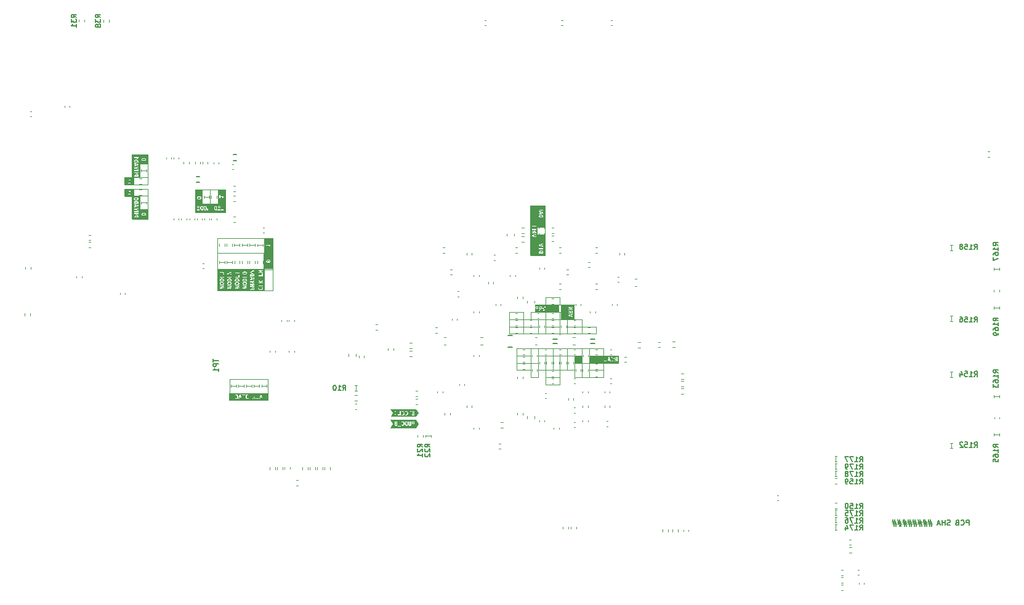
<source format=gbr>
G04 #@! TF.GenerationSoftware,KiCad,Pcbnew,7.0.11-rc3*
G04 #@! TF.CreationDate,2024-11-10T09:22:12+01:00*
G04 #@! TF.ProjectId,sodimm-ddr5-tester,736f6469-6d6d-42d6-9464-72352d746573,1.2.0*
G04 #@! TF.SameCoordinates,Original*
G04 #@! TF.FileFunction,Legend,Bot*
G04 #@! TF.FilePolarity,Positive*
%FSLAX46Y46*%
G04 Gerber Fmt 4.6, Leading zero omitted, Abs format (unit mm)*
G04 Created by KiCad (PCBNEW 7.0.11-rc3) date 2024-11-10 09:22:12*
%MOMM*%
%LPD*%
G01*
G04 APERTURE LIST*
%ADD10C,0.120000*%
%ADD11C,0.150000*%
G04 APERTURE END LIST*
D10*
X142877001Y-168802500D02*
X142879501Y-169752500D01*
X180800000Y-192300000D02*
X180800000Y-191700000D01*
X139752001Y-158075500D02*
X140777001Y-158075500D01*
X140777001Y-159100500D01*
X139752001Y-159100500D01*
X139752001Y-158075500D01*
G36*
X139752001Y-158075500D02*
G01*
X140777001Y-158075500D01*
X140777001Y-159100500D01*
X139752001Y-159100500D01*
X139752001Y-158075500D01*
G37*
X135877001Y-171802500D02*
X145877001Y-171802500D01*
X85380501Y-155763149D02*
X85980501Y-155763149D01*
X180800000Y-200700000D02*
X180800000Y-200100000D01*
X136877001Y-175800500D02*
X148877001Y-175800500D01*
X144877001Y-177800500D02*
X150900000Y-177800000D01*
X143877001Y-175800500D02*
X143877001Y-178800500D01*
X135877001Y-170802500D02*
X135877001Y-173800000D01*
X180800000Y-198700000D02*
X180800000Y-198100000D01*
X143877001Y-171789000D02*
X143019501Y-171789000D01*
X143019501Y-169816001D01*
X143877001Y-169816001D01*
X143877001Y-171789000D01*
G36*
X143877001Y-171789000D02*
G01*
X143019501Y-171789000D01*
X143019501Y-169816001D01*
X143877001Y-169816001D01*
X143877001Y-171789000D01*
G37*
X98150501Y-161576000D02*
X98750501Y-161576000D01*
X139877001Y-171802500D02*
X139877001Y-173802500D01*
X143877001Y-173802500D02*
X143877001Y-171789000D01*
X85380501Y-151353149D02*
X85980501Y-151353149D01*
X145877001Y-176800500D02*
X139877001Y-176800500D01*
X83000000Y-153300000D02*
X86200000Y-153300000D01*
X83050000Y-154850000D02*
X83050000Y-153850000D01*
X86200000Y-154800000D02*
X84150000Y-154800000D01*
X100225501Y-161576000D02*
X100825501Y-161576000D01*
X98750000Y-180950000D02*
X99350000Y-180950000D01*
X142877001Y-173902500D02*
X142877001Y-170902500D01*
X145877001Y-171802500D02*
X145877001Y-173802500D01*
X140877001Y-179800500D02*
X142877001Y-179800500D01*
X135877001Y-173800000D02*
X147877001Y-173800000D01*
X148877001Y-179800500D02*
X144877001Y-179800500D01*
X148877001Y-175800500D02*
X148877001Y-179800500D01*
X137877001Y-170802500D02*
X137877001Y-173802500D01*
X97700000Y-180950000D02*
X98300000Y-180950000D01*
X96850000Y-157050000D02*
X96850000Y-153950000D01*
X180800000Y-191300000D02*
X180800000Y-190700000D01*
X99800000Y-180950000D02*
X100400000Y-180950000D01*
X99200501Y-161576000D02*
X99800501Y-161576000D01*
X144877001Y-176800500D02*
X145877001Y-176800500D01*
X145877001Y-177800500D01*
X144877001Y-177800500D01*
X144877001Y-176800500D01*
G36*
X144877001Y-176800500D02*
G01*
X145877001Y-176800500D01*
X145877001Y-177800500D01*
X144877001Y-177800500D01*
X144877001Y-176800500D01*
G37*
X135877001Y-170802500D02*
X137877001Y-170802500D01*
X96850000Y-153950000D02*
X94750000Y-153950000D01*
X144877001Y-179800500D02*
X144877001Y-176800500D01*
X86200000Y-149150000D02*
X84050000Y-149150000D01*
X142877001Y-180800500D02*
X142877001Y-176800500D01*
X84200000Y-152300000D02*
X86200000Y-152300000D01*
X202581001Y-170222000D02*
X203181001Y-170222000D01*
X103427001Y-162700500D02*
X95777001Y-162700500D01*
X144877001Y-169800000D02*
X139500000Y-169800000D01*
X83050000Y-153850000D02*
X86200000Y-153850000D01*
X141877001Y-175800500D02*
X141877001Y-178800500D01*
X94750000Y-153950000D02*
X92700000Y-153950000D01*
X96075501Y-163951000D02*
X96675501Y-163951000D01*
X180800000Y-199700000D02*
X180800000Y-199100000D01*
X196700000Y-179700000D02*
X196700000Y-179100000D01*
X138877001Y-179800500D02*
X138877001Y-175800500D01*
X139877001Y-179800500D02*
X138877001Y-179800500D01*
X83000000Y-152300000D02*
X83000000Y-153300000D01*
X124475000Y-187850000D02*
X125075000Y-187850000D01*
X146877001Y-176800500D02*
X148877001Y-176800500D01*
X148877001Y-177800500D01*
X146877001Y-177800500D01*
X146877001Y-176800500D01*
G36*
X146877001Y-176800500D02*
G01*
X148877001Y-176800500D01*
X148877001Y-177800500D01*
X146877001Y-177800500D01*
X146877001Y-176800500D01*
G37*
X86200000Y-153850000D02*
X86200000Y-158000000D01*
X144877001Y-178800500D02*
X139877001Y-178800500D01*
X180800000Y-193300000D02*
X180800000Y-192700000D01*
X84050000Y-158000000D02*
X84050000Y-154850000D01*
X146877001Y-175800500D02*
X146877001Y-179800500D01*
X196700000Y-172025000D02*
X196700000Y-171425000D01*
X95777001Y-160600500D02*
X103427001Y-160600500D01*
X103427001Y-167850500D01*
X95777001Y-167850500D01*
X95777001Y-160600500D01*
X140877001Y-168802500D02*
X140877001Y-169802500D01*
X150900000Y-177800000D02*
X150900000Y-176800000D01*
X138877001Y-178800500D02*
X136877001Y-178800500D01*
X145877001Y-175800500D02*
X145877001Y-179800500D01*
X146877001Y-176800500D02*
X150900000Y-176800000D01*
X136877001Y-176800500D02*
X138877001Y-176800500D01*
X97450000Y-180000000D02*
X102750000Y-180000000D01*
X102750000Y-181950000D01*
X97450000Y-181950000D01*
X97450000Y-180000000D01*
X102177001Y-160600500D02*
X102177001Y-167800500D01*
X139877001Y-176800500D02*
X139877001Y-175800500D01*
X101900000Y-180950000D02*
X102500000Y-180950000D01*
X196700000Y-189475000D02*
X196700000Y-188875000D01*
X136877001Y-177800500D02*
X139877001Y-177800500D01*
X146877001Y-178800500D02*
X148877001Y-178800500D01*
X138877001Y-170802500D02*
X138877001Y-171802500D01*
X147877001Y-172802500D02*
X143877001Y-172801000D01*
X92700000Y-157050000D02*
X96850000Y-157050000D01*
X103327001Y-164950500D02*
X95802001Y-164950500D01*
X202625000Y-182400000D02*
X203225000Y-182400000D01*
X84050000Y-149150000D02*
X84050000Y-152300000D01*
X142877001Y-172802500D02*
X140877001Y-172802500D01*
X142877001Y-180800500D02*
X140877001Y-180800500D01*
X94750000Y-156000000D02*
X94750000Y-153950000D01*
X147877001Y-173800000D02*
X147877001Y-172802500D01*
X86200000Y-153300000D02*
X86200000Y-149150000D01*
X86200000Y-158000000D02*
X84050000Y-158000000D01*
X84000000Y-154850000D02*
X83050000Y-154850000D01*
X140802001Y-163050500D02*
X138827001Y-163050500D01*
X140977001Y-169802500D02*
X142700000Y-169802500D01*
X142700000Y-170800000D01*
X140977001Y-170800000D01*
X140977001Y-169802500D01*
G36*
X140977001Y-169802500D02*
G01*
X142700000Y-169802500D01*
X142700000Y-170800000D01*
X140977001Y-170800000D01*
X140977001Y-169802500D01*
G37*
X94550000Y-154950000D02*
X93950000Y-154950000D01*
X142957001Y-170802500D02*
X138877001Y-170802500D01*
X97125501Y-163951000D02*
X97725501Y-163951000D01*
X202575000Y-164850000D02*
X203175000Y-164850000D01*
X114800501Y-181549999D02*
X114800501Y-180949999D01*
X196700000Y-162250000D02*
X196700000Y-161650000D01*
X136877001Y-178800500D02*
X136877001Y-175800500D01*
X140877001Y-168802500D02*
X142877001Y-168802500D01*
X100850000Y-180950000D02*
X101450000Y-180950000D01*
X140802001Y-163050500D02*
X140802001Y-156175500D01*
X139877001Y-179800500D02*
X139877001Y-176800500D01*
X92700000Y-153950000D02*
X92700000Y-157050000D01*
X138827001Y-163050500D02*
X138827001Y-156175500D01*
X138827001Y-156175500D02*
X140802001Y-156175500D01*
X202625000Y-187650000D02*
X203225000Y-187650000D01*
X140877001Y-170802500D02*
X140877001Y-173802500D01*
X139877001Y-172802500D02*
X135877001Y-172802500D01*
X139777001Y-160125500D02*
X140802001Y-160125500D01*
X140802001Y-161150500D01*
X139777001Y-161150500D01*
X139777001Y-160125500D01*
G36*
X139777001Y-160125500D02*
G01*
X140802001Y-160125500D01*
X140802001Y-161150500D01*
X139777001Y-161150500D01*
X139777001Y-160125500D01*
G37*
X84050000Y-152300000D02*
X83000000Y-152300000D01*
X101325501Y-161601000D02*
X101925501Y-161601000D01*
X140877001Y-180800500D02*
X140877001Y-176800500D01*
D11*
X199116666Y-200116033D02*
X199116666Y-199416033D01*
X199116666Y-199416033D02*
X198849999Y-199416033D01*
X198849999Y-199416033D02*
X198783333Y-199449366D01*
X198783333Y-199449366D02*
X198749999Y-199482700D01*
X198749999Y-199482700D02*
X198716666Y-199549366D01*
X198716666Y-199549366D02*
X198716666Y-199649366D01*
X198716666Y-199649366D02*
X198749999Y-199716033D01*
X198749999Y-199716033D02*
X198783333Y-199749366D01*
X198783333Y-199749366D02*
X198849999Y-199782700D01*
X198849999Y-199782700D02*
X199116666Y-199782700D01*
X198016666Y-200049366D02*
X198049999Y-200082700D01*
X198049999Y-200082700D02*
X198149999Y-200116033D01*
X198149999Y-200116033D02*
X198216666Y-200116033D01*
X198216666Y-200116033D02*
X198316666Y-200082700D01*
X198316666Y-200082700D02*
X198383333Y-200016033D01*
X198383333Y-200016033D02*
X198416666Y-199949366D01*
X198416666Y-199949366D02*
X198449999Y-199816033D01*
X198449999Y-199816033D02*
X198449999Y-199716033D01*
X198449999Y-199716033D02*
X198416666Y-199582700D01*
X198416666Y-199582700D02*
X198383333Y-199516033D01*
X198383333Y-199516033D02*
X198316666Y-199449366D01*
X198316666Y-199449366D02*
X198216666Y-199416033D01*
X198216666Y-199416033D02*
X198149999Y-199416033D01*
X198149999Y-199416033D02*
X198049999Y-199449366D01*
X198049999Y-199449366D02*
X198016666Y-199482700D01*
X197483333Y-199749366D02*
X197383333Y-199782700D01*
X197383333Y-199782700D02*
X197349999Y-199816033D01*
X197349999Y-199816033D02*
X197316666Y-199882700D01*
X197316666Y-199882700D02*
X197316666Y-199982700D01*
X197316666Y-199982700D02*
X197349999Y-200049366D01*
X197349999Y-200049366D02*
X197383333Y-200082700D01*
X197383333Y-200082700D02*
X197449999Y-200116033D01*
X197449999Y-200116033D02*
X197716666Y-200116033D01*
X197716666Y-200116033D02*
X197716666Y-199416033D01*
X197716666Y-199416033D02*
X197483333Y-199416033D01*
X197483333Y-199416033D02*
X197416666Y-199449366D01*
X197416666Y-199449366D02*
X197383333Y-199482700D01*
X197383333Y-199482700D02*
X197349999Y-199549366D01*
X197349999Y-199549366D02*
X197349999Y-199616033D01*
X197349999Y-199616033D02*
X197383333Y-199682700D01*
X197383333Y-199682700D02*
X197416666Y-199716033D01*
X197416666Y-199716033D02*
X197483333Y-199749366D01*
X197483333Y-199749366D02*
X197716666Y-199749366D01*
X196516666Y-200082700D02*
X196416666Y-200116033D01*
X196416666Y-200116033D02*
X196250000Y-200116033D01*
X196250000Y-200116033D02*
X196183333Y-200082700D01*
X196183333Y-200082700D02*
X196150000Y-200049366D01*
X196150000Y-200049366D02*
X196116666Y-199982700D01*
X196116666Y-199982700D02*
X196116666Y-199916033D01*
X196116666Y-199916033D02*
X196150000Y-199849366D01*
X196150000Y-199849366D02*
X196183333Y-199816033D01*
X196183333Y-199816033D02*
X196250000Y-199782700D01*
X196250000Y-199782700D02*
X196383333Y-199749366D01*
X196383333Y-199749366D02*
X196450000Y-199716033D01*
X196450000Y-199716033D02*
X196483333Y-199682700D01*
X196483333Y-199682700D02*
X196516666Y-199616033D01*
X196516666Y-199616033D02*
X196516666Y-199549366D01*
X196516666Y-199549366D02*
X196483333Y-199482700D01*
X196483333Y-199482700D02*
X196450000Y-199449366D01*
X196450000Y-199449366D02*
X196383333Y-199416033D01*
X196383333Y-199416033D02*
X196216666Y-199416033D01*
X196216666Y-199416033D02*
X196116666Y-199449366D01*
X195816666Y-200116033D02*
X195816666Y-199416033D01*
X195816666Y-199749366D02*
X195416666Y-199749366D01*
X195416666Y-200116033D02*
X195416666Y-199416033D01*
X195116666Y-199916033D02*
X194783333Y-199916033D01*
X195183333Y-200116033D02*
X194950000Y-199416033D01*
X194950000Y-199416033D02*
X194716666Y-200116033D01*
X193983333Y-199649366D02*
X193483333Y-199649366D01*
X193783333Y-199349366D02*
X193983333Y-200249366D01*
X193550000Y-199949366D02*
X194050000Y-199949366D01*
X193750000Y-200249366D02*
X193550000Y-199349366D01*
X193283333Y-199649366D02*
X192783333Y-199649366D01*
X193083333Y-199349366D02*
X193283333Y-200249366D01*
X192850000Y-199949366D02*
X193350000Y-199949366D01*
X193050000Y-200249366D02*
X192850000Y-199349366D01*
X192583333Y-199649366D02*
X192083333Y-199649366D01*
X192383333Y-199349366D02*
X192583333Y-200249366D01*
X192150000Y-199949366D02*
X192650000Y-199949366D01*
X192350000Y-200249366D02*
X192150000Y-199349366D01*
X191883333Y-199649366D02*
X191383333Y-199649366D01*
X191683333Y-199349366D02*
X191883333Y-200249366D01*
X191450000Y-199949366D02*
X191950000Y-199949366D01*
X191650000Y-200249366D02*
X191450000Y-199349366D01*
X191183333Y-199649366D02*
X190683333Y-199649366D01*
X190983333Y-199349366D02*
X191183333Y-200249366D01*
X190750000Y-199949366D02*
X191250000Y-199949366D01*
X190950000Y-200249366D02*
X190750000Y-199349366D01*
X190483333Y-199649366D02*
X189983333Y-199649366D01*
X190283333Y-199349366D02*
X190483333Y-200249366D01*
X190050000Y-199949366D02*
X190550000Y-199949366D01*
X190250000Y-200249366D02*
X190050000Y-199349366D01*
X189783333Y-199649366D02*
X189283333Y-199649366D01*
X189583333Y-199349366D02*
X189783333Y-200249366D01*
X189350000Y-199949366D02*
X189850000Y-199949366D01*
X189550000Y-200249366D02*
X189350000Y-199349366D01*
X189083333Y-199649366D02*
X188583333Y-199649366D01*
X188883333Y-199349366D02*
X189083333Y-200249366D01*
X188650000Y-199949366D02*
X189150000Y-199949366D01*
X188850000Y-200249366D02*
X188650000Y-199349366D01*
X95206533Y-177265350D02*
X95206533Y-177665350D01*
X95906533Y-177465350D02*
X95206533Y-177465350D01*
X95906533Y-177898683D02*
X95206533Y-177898683D01*
X95206533Y-177898683D02*
X95206533Y-178165350D01*
X95206533Y-178165350D02*
X95239866Y-178232017D01*
X95239866Y-178232017D02*
X95273200Y-178265350D01*
X95273200Y-178265350D02*
X95339866Y-178298683D01*
X95339866Y-178298683D02*
X95439866Y-178298683D01*
X95439866Y-178298683D02*
X95506533Y-178265350D01*
X95506533Y-178265350D02*
X95539866Y-178232017D01*
X95539866Y-178232017D02*
X95573200Y-178165350D01*
X95573200Y-178165350D02*
X95573200Y-177898683D01*
X95906533Y-178965350D02*
X95906533Y-178565350D01*
X95906533Y-178765350D02*
X95206533Y-178765350D01*
X95206533Y-178765350D02*
X95306533Y-178698683D01*
X95306533Y-178698683D02*
X95373200Y-178632017D01*
X95373200Y-178632017D02*
X95406533Y-178565350D01*
X184084649Y-197806533D02*
X184317982Y-197473200D01*
X184484649Y-197806533D02*
X184484649Y-197106533D01*
X184484649Y-197106533D02*
X184217982Y-197106533D01*
X184217982Y-197106533D02*
X184151316Y-197139866D01*
X184151316Y-197139866D02*
X184117982Y-197173200D01*
X184117982Y-197173200D02*
X184084649Y-197239866D01*
X184084649Y-197239866D02*
X184084649Y-197339866D01*
X184084649Y-197339866D02*
X184117982Y-197406533D01*
X184117982Y-197406533D02*
X184151316Y-197439866D01*
X184151316Y-197439866D02*
X184217982Y-197473200D01*
X184217982Y-197473200D02*
X184484649Y-197473200D01*
X183417982Y-197806533D02*
X183817982Y-197806533D01*
X183617982Y-197806533D02*
X183617982Y-197106533D01*
X183617982Y-197106533D02*
X183684649Y-197206533D01*
X183684649Y-197206533D02*
X183751316Y-197273200D01*
X183751316Y-197273200D02*
X183817982Y-197306533D01*
X182784649Y-197106533D02*
X183117982Y-197106533D01*
X183117982Y-197106533D02*
X183151315Y-197439866D01*
X183151315Y-197439866D02*
X183117982Y-197406533D01*
X183117982Y-197406533D02*
X183051315Y-197373200D01*
X183051315Y-197373200D02*
X182884649Y-197373200D01*
X182884649Y-197373200D02*
X182817982Y-197406533D01*
X182817982Y-197406533D02*
X182784649Y-197439866D01*
X182784649Y-197439866D02*
X182751315Y-197506533D01*
X182751315Y-197506533D02*
X182751315Y-197673200D01*
X182751315Y-197673200D02*
X182784649Y-197739866D01*
X182784649Y-197739866D02*
X182817982Y-197773200D01*
X182817982Y-197773200D02*
X182884649Y-197806533D01*
X182884649Y-197806533D02*
X183051315Y-197806533D01*
X183051315Y-197806533D02*
X183117982Y-197773200D01*
X183117982Y-197773200D02*
X183151315Y-197739866D01*
X182317982Y-197106533D02*
X182251315Y-197106533D01*
X182251315Y-197106533D02*
X182184648Y-197139866D01*
X182184648Y-197139866D02*
X182151315Y-197173200D01*
X182151315Y-197173200D02*
X182117982Y-197239866D01*
X182117982Y-197239866D02*
X182084648Y-197373200D01*
X182084648Y-197373200D02*
X182084648Y-197539866D01*
X182084648Y-197539866D02*
X182117982Y-197673200D01*
X182117982Y-197673200D02*
X182151315Y-197739866D01*
X182151315Y-197739866D02*
X182184648Y-197773200D01*
X182184648Y-197773200D02*
X182251315Y-197806533D01*
X182251315Y-197806533D02*
X182317982Y-197806533D01*
X182317982Y-197806533D02*
X182384648Y-197773200D01*
X182384648Y-197773200D02*
X182417982Y-197739866D01*
X182417982Y-197739866D02*
X182451315Y-197673200D01*
X182451315Y-197673200D02*
X182484648Y-197539866D01*
X182484648Y-197539866D02*
X182484648Y-197373200D01*
X182484648Y-197373200D02*
X182451315Y-197239866D01*
X182451315Y-197239866D02*
X182417982Y-197173200D01*
X182417982Y-197173200D02*
X182384648Y-197139866D01*
X182384648Y-197139866D02*
X182317982Y-197106533D01*
X184084649Y-194456533D02*
X184317982Y-194123200D01*
X184484649Y-194456533D02*
X184484649Y-193756533D01*
X184484649Y-193756533D02*
X184217982Y-193756533D01*
X184217982Y-193756533D02*
X184151316Y-193789866D01*
X184151316Y-193789866D02*
X184117982Y-193823200D01*
X184117982Y-193823200D02*
X184084649Y-193889866D01*
X184084649Y-193889866D02*
X184084649Y-193989866D01*
X184084649Y-193989866D02*
X184117982Y-194056533D01*
X184117982Y-194056533D02*
X184151316Y-194089866D01*
X184151316Y-194089866D02*
X184217982Y-194123200D01*
X184217982Y-194123200D02*
X184484649Y-194123200D01*
X183417982Y-194456533D02*
X183817982Y-194456533D01*
X183617982Y-194456533D02*
X183617982Y-193756533D01*
X183617982Y-193756533D02*
X183684649Y-193856533D01*
X183684649Y-193856533D02*
X183751316Y-193923200D01*
X183751316Y-193923200D02*
X183817982Y-193956533D01*
X182784649Y-193756533D02*
X183117982Y-193756533D01*
X183117982Y-193756533D02*
X183151315Y-194089866D01*
X183151315Y-194089866D02*
X183117982Y-194056533D01*
X183117982Y-194056533D02*
X183051315Y-194023200D01*
X183051315Y-194023200D02*
X182884649Y-194023200D01*
X182884649Y-194023200D02*
X182817982Y-194056533D01*
X182817982Y-194056533D02*
X182784649Y-194089866D01*
X182784649Y-194089866D02*
X182751315Y-194156533D01*
X182751315Y-194156533D02*
X182751315Y-194323200D01*
X182751315Y-194323200D02*
X182784649Y-194389866D01*
X182784649Y-194389866D02*
X182817982Y-194423200D01*
X182817982Y-194423200D02*
X182884649Y-194456533D01*
X182884649Y-194456533D02*
X183051315Y-194456533D01*
X183051315Y-194456533D02*
X183117982Y-194423200D01*
X183117982Y-194423200D02*
X183151315Y-194389866D01*
X182417982Y-194456533D02*
X182284648Y-194456533D01*
X182284648Y-194456533D02*
X182217982Y-194423200D01*
X182217982Y-194423200D02*
X182184648Y-194389866D01*
X182184648Y-194389866D02*
X182117982Y-194289866D01*
X182117982Y-194289866D02*
X182084648Y-194156533D01*
X182084648Y-194156533D02*
X182084648Y-193889866D01*
X182084648Y-193889866D02*
X182117982Y-193823200D01*
X182117982Y-193823200D02*
X182151315Y-193789866D01*
X182151315Y-193789866D02*
X182217982Y-193756533D01*
X182217982Y-193756533D02*
X182351315Y-193756533D01*
X182351315Y-193756533D02*
X182417982Y-193789866D01*
X182417982Y-193789866D02*
X182451315Y-193823200D01*
X182451315Y-193823200D02*
X182484648Y-193889866D01*
X182484648Y-193889866D02*
X182484648Y-194056533D01*
X182484648Y-194056533D02*
X182451315Y-194123200D01*
X182451315Y-194123200D02*
X182417982Y-194156533D01*
X182417982Y-194156533D02*
X182351315Y-194189866D01*
X182351315Y-194189866D02*
X182217982Y-194189866D01*
X182217982Y-194189866D02*
X182151315Y-194156533D01*
X182151315Y-194156533D02*
X182117982Y-194123200D01*
X182117982Y-194123200D02*
X182084648Y-194056533D01*
X76385933Y-130286048D02*
X76052600Y-130052715D01*
X76385933Y-129886048D02*
X75685933Y-129886048D01*
X75685933Y-129886048D02*
X75685933Y-130152715D01*
X75685933Y-130152715D02*
X75719266Y-130219382D01*
X75719266Y-130219382D02*
X75752600Y-130252715D01*
X75752600Y-130252715D02*
X75819266Y-130286048D01*
X75819266Y-130286048D02*
X75919266Y-130286048D01*
X75919266Y-130286048D02*
X75985933Y-130252715D01*
X75985933Y-130252715D02*
X76019266Y-130219382D01*
X76019266Y-130219382D02*
X76052600Y-130152715D01*
X76052600Y-130152715D02*
X76052600Y-129886048D01*
X75685933Y-130519382D02*
X75685933Y-130952715D01*
X75685933Y-130952715D02*
X75952600Y-130719382D01*
X75952600Y-130719382D02*
X75952600Y-130819382D01*
X75952600Y-130819382D02*
X75985933Y-130886048D01*
X75985933Y-130886048D02*
X76019266Y-130919382D01*
X76019266Y-130919382D02*
X76085933Y-130952715D01*
X76085933Y-130952715D02*
X76252600Y-130952715D01*
X76252600Y-130952715D02*
X76319266Y-130919382D01*
X76319266Y-130919382D02*
X76352600Y-130886048D01*
X76352600Y-130886048D02*
X76385933Y-130819382D01*
X76385933Y-130819382D02*
X76385933Y-130619382D01*
X76385933Y-130619382D02*
X76352600Y-130552715D01*
X76352600Y-130552715D02*
X76319266Y-130519382D01*
X76385933Y-131619382D02*
X76385933Y-131219382D01*
X76385933Y-131419382D02*
X75685933Y-131419382D01*
X75685933Y-131419382D02*
X75785933Y-131352715D01*
X75785933Y-131352715D02*
X75852600Y-131286049D01*
X75852600Y-131286049D02*
X75885933Y-131219382D01*
X199834649Y-172156533D02*
X200067982Y-171823200D01*
X200234649Y-172156533D02*
X200234649Y-171456533D01*
X200234649Y-171456533D02*
X199967982Y-171456533D01*
X199967982Y-171456533D02*
X199901316Y-171489866D01*
X199901316Y-171489866D02*
X199867982Y-171523200D01*
X199867982Y-171523200D02*
X199834649Y-171589866D01*
X199834649Y-171589866D02*
X199834649Y-171689866D01*
X199834649Y-171689866D02*
X199867982Y-171756533D01*
X199867982Y-171756533D02*
X199901316Y-171789866D01*
X199901316Y-171789866D02*
X199967982Y-171823200D01*
X199967982Y-171823200D02*
X200234649Y-171823200D01*
X199167982Y-172156533D02*
X199567982Y-172156533D01*
X199367982Y-172156533D02*
X199367982Y-171456533D01*
X199367982Y-171456533D02*
X199434649Y-171556533D01*
X199434649Y-171556533D02*
X199501316Y-171623200D01*
X199501316Y-171623200D02*
X199567982Y-171656533D01*
X198534649Y-171456533D02*
X198867982Y-171456533D01*
X198867982Y-171456533D02*
X198901315Y-171789866D01*
X198901315Y-171789866D02*
X198867982Y-171756533D01*
X198867982Y-171756533D02*
X198801315Y-171723200D01*
X198801315Y-171723200D02*
X198634649Y-171723200D01*
X198634649Y-171723200D02*
X198567982Y-171756533D01*
X198567982Y-171756533D02*
X198534649Y-171789866D01*
X198534649Y-171789866D02*
X198501315Y-171856533D01*
X198501315Y-171856533D02*
X198501315Y-172023200D01*
X198501315Y-172023200D02*
X198534649Y-172089866D01*
X198534649Y-172089866D02*
X198567982Y-172123200D01*
X198567982Y-172123200D02*
X198634649Y-172156533D01*
X198634649Y-172156533D02*
X198801315Y-172156533D01*
X198801315Y-172156533D02*
X198867982Y-172123200D01*
X198867982Y-172123200D02*
X198901315Y-172089866D01*
X197901315Y-171456533D02*
X198034648Y-171456533D01*
X198034648Y-171456533D02*
X198101315Y-171489866D01*
X198101315Y-171489866D02*
X198134648Y-171523200D01*
X198134648Y-171523200D02*
X198201315Y-171623200D01*
X198201315Y-171623200D02*
X198234648Y-171756533D01*
X198234648Y-171756533D02*
X198234648Y-172023200D01*
X198234648Y-172023200D02*
X198201315Y-172089866D01*
X198201315Y-172089866D02*
X198167982Y-172123200D01*
X198167982Y-172123200D02*
X198101315Y-172156533D01*
X198101315Y-172156533D02*
X197967982Y-172156533D01*
X197967982Y-172156533D02*
X197901315Y-172123200D01*
X197901315Y-172123200D02*
X197867982Y-172089866D01*
X197867982Y-172089866D02*
X197834648Y-172023200D01*
X197834648Y-172023200D02*
X197834648Y-171856533D01*
X197834648Y-171856533D02*
X197867982Y-171789866D01*
X197867982Y-171789866D02*
X197901315Y-171756533D01*
X197901315Y-171756533D02*
X197967982Y-171723200D01*
X197967982Y-171723200D02*
X198101315Y-171723200D01*
X198101315Y-171723200D02*
X198167982Y-171756533D01*
X198167982Y-171756533D02*
X198201315Y-171789866D01*
X198201315Y-171789866D02*
X198234648Y-171856533D01*
X203156533Y-172009834D02*
X202823200Y-171776501D01*
X203156533Y-171609834D02*
X202456533Y-171609834D01*
X202456533Y-171609834D02*
X202456533Y-171876501D01*
X202456533Y-171876501D02*
X202489866Y-171943168D01*
X202489866Y-171943168D02*
X202523200Y-171976501D01*
X202523200Y-171976501D02*
X202589866Y-172009834D01*
X202589866Y-172009834D02*
X202689866Y-172009834D01*
X202689866Y-172009834D02*
X202756533Y-171976501D01*
X202756533Y-171976501D02*
X202789866Y-171943168D01*
X202789866Y-171943168D02*
X202823200Y-171876501D01*
X202823200Y-171876501D02*
X202823200Y-171609834D01*
X203156533Y-172676501D02*
X203156533Y-172276501D01*
X203156533Y-172476501D02*
X202456533Y-172476501D01*
X202456533Y-172476501D02*
X202556533Y-172409834D01*
X202556533Y-172409834D02*
X202623200Y-172343168D01*
X202623200Y-172343168D02*
X202656533Y-172276501D01*
X202456533Y-173276501D02*
X202456533Y-173143168D01*
X202456533Y-173143168D02*
X202489866Y-173076501D01*
X202489866Y-173076501D02*
X202523200Y-173043168D01*
X202523200Y-173043168D02*
X202623200Y-172976501D01*
X202623200Y-172976501D02*
X202756533Y-172943168D01*
X202756533Y-172943168D02*
X203023200Y-172943168D01*
X203023200Y-172943168D02*
X203089866Y-172976501D01*
X203089866Y-172976501D02*
X203123200Y-173009835D01*
X203123200Y-173009835D02*
X203156533Y-173076501D01*
X203156533Y-173076501D02*
X203156533Y-173209835D01*
X203156533Y-173209835D02*
X203123200Y-173276501D01*
X203123200Y-173276501D02*
X203089866Y-173309835D01*
X203089866Y-173309835D02*
X203023200Y-173343168D01*
X203023200Y-173343168D02*
X202856533Y-173343168D01*
X202856533Y-173343168D02*
X202789866Y-173309835D01*
X202789866Y-173309835D02*
X202756533Y-173276501D01*
X202756533Y-173276501D02*
X202723200Y-173209835D01*
X202723200Y-173209835D02*
X202723200Y-173076501D01*
X202723200Y-173076501D02*
X202756533Y-173009835D01*
X202756533Y-173009835D02*
X202789866Y-172976501D01*
X202789866Y-172976501D02*
X202856533Y-172943168D01*
X203156533Y-173676502D02*
X203156533Y-173809835D01*
X203156533Y-173809835D02*
X203123200Y-173876502D01*
X203123200Y-173876502D02*
X203089866Y-173909835D01*
X203089866Y-173909835D02*
X202989866Y-173976502D01*
X202989866Y-173976502D02*
X202856533Y-174009835D01*
X202856533Y-174009835D02*
X202589866Y-174009835D01*
X202589866Y-174009835D02*
X202523200Y-173976502D01*
X202523200Y-173976502D02*
X202489866Y-173943168D01*
X202489866Y-173943168D02*
X202456533Y-173876502D01*
X202456533Y-173876502D02*
X202456533Y-173743168D01*
X202456533Y-173743168D02*
X202489866Y-173676502D01*
X202489866Y-173676502D02*
X202523200Y-173643168D01*
X202523200Y-173643168D02*
X202589866Y-173609835D01*
X202589866Y-173609835D02*
X202756533Y-173609835D01*
X202756533Y-173609835D02*
X202823200Y-173643168D01*
X202823200Y-173643168D02*
X202856533Y-173676502D01*
X202856533Y-173676502D02*
X202889866Y-173743168D01*
X202889866Y-173743168D02*
X202889866Y-173876502D01*
X202889866Y-173876502D02*
X202856533Y-173943168D01*
X202856533Y-173943168D02*
X202823200Y-173976502D01*
X202823200Y-173976502D02*
X202756533Y-174009835D01*
X203156533Y-161665350D02*
X202823200Y-161432017D01*
X203156533Y-161265350D02*
X202456533Y-161265350D01*
X202456533Y-161265350D02*
X202456533Y-161532017D01*
X202456533Y-161532017D02*
X202489866Y-161598684D01*
X202489866Y-161598684D02*
X202523200Y-161632017D01*
X202523200Y-161632017D02*
X202589866Y-161665350D01*
X202589866Y-161665350D02*
X202689866Y-161665350D01*
X202689866Y-161665350D02*
X202756533Y-161632017D01*
X202756533Y-161632017D02*
X202789866Y-161598684D01*
X202789866Y-161598684D02*
X202823200Y-161532017D01*
X202823200Y-161532017D02*
X202823200Y-161265350D01*
X203156533Y-162332017D02*
X203156533Y-161932017D01*
X203156533Y-162132017D02*
X202456533Y-162132017D01*
X202456533Y-162132017D02*
X202556533Y-162065350D01*
X202556533Y-162065350D02*
X202623200Y-161998684D01*
X202623200Y-161998684D02*
X202656533Y-161932017D01*
X202456533Y-162932017D02*
X202456533Y-162798684D01*
X202456533Y-162798684D02*
X202489866Y-162732017D01*
X202489866Y-162732017D02*
X202523200Y-162698684D01*
X202523200Y-162698684D02*
X202623200Y-162632017D01*
X202623200Y-162632017D02*
X202756533Y-162598684D01*
X202756533Y-162598684D02*
X203023200Y-162598684D01*
X203023200Y-162598684D02*
X203089866Y-162632017D01*
X203089866Y-162632017D02*
X203123200Y-162665351D01*
X203123200Y-162665351D02*
X203156533Y-162732017D01*
X203156533Y-162732017D02*
X203156533Y-162865351D01*
X203156533Y-162865351D02*
X203123200Y-162932017D01*
X203123200Y-162932017D02*
X203089866Y-162965351D01*
X203089866Y-162965351D02*
X203023200Y-162998684D01*
X203023200Y-162998684D02*
X202856533Y-162998684D01*
X202856533Y-162998684D02*
X202789866Y-162965351D01*
X202789866Y-162965351D02*
X202756533Y-162932017D01*
X202756533Y-162932017D02*
X202723200Y-162865351D01*
X202723200Y-162865351D02*
X202723200Y-162732017D01*
X202723200Y-162732017D02*
X202756533Y-162665351D01*
X202756533Y-162665351D02*
X202789866Y-162632017D01*
X202789866Y-162632017D02*
X202856533Y-162598684D01*
X202456533Y-163232018D02*
X202456533Y-163698684D01*
X202456533Y-163698684D02*
X203156533Y-163398684D01*
X125006533Y-189365350D02*
X124673200Y-189132017D01*
X125006533Y-188965350D02*
X124306533Y-188965350D01*
X124306533Y-188965350D02*
X124306533Y-189232017D01*
X124306533Y-189232017D02*
X124339866Y-189298684D01*
X124339866Y-189298684D02*
X124373200Y-189332017D01*
X124373200Y-189332017D02*
X124439866Y-189365350D01*
X124439866Y-189365350D02*
X124539866Y-189365350D01*
X124539866Y-189365350D02*
X124606533Y-189332017D01*
X124606533Y-189332017D02*
X124639866Y-189298684D01*
X124639866Y-189298684D02*
X124673200Y-189232017D01*
X124673200Y-189232017D02*
X124673200Y-188965350D01*
X124373200Y-189632017D02*
X124339866Y-189665350D01*
X124339866Y-189665350D02*
X124306533Y-189732017D01*
X124306533Y-189732017D02*
X124306533Y-189898684D01*
X124306533Y-189898684D02*
X124339866Y-189965350D01*
X124339866Y-189965350D02*
X124373200Y-189998684D01*
X124373200Y-189998684D02*
X124439866Y-190032017D01*
X124439866Y-190032017D02*
X124506533Y-190032017D01*
X124506533Y-190032017D02*
X124606533Y-189998684D01*
X124606533Y-189998684D02*
X125006533Y-189598684D01*
X125006533Y-189598684D02*
X125006533Y-190032017D01*
X124373200Y-190298684D02*
X124339866Y-190332017D01*
X124339866Y-190332017D02*
X124306533Y-190398684D01*
X124306533Y-190398684D02*
X124306533Y-190565351D01*
X124306533Y-190565351D02*
X124339866Y-190632017D01*
X124339866Y-190632017D02*
X124373200Y-190665351D01*
X124373200Y-190665351D02*
X124439866Y-190698684D01*
X124439866Y-190698684D02*
X124506533Y-190698684D01*
X124506533Y-190698684D02*
X124606533Y-190665351D01*
X124606533Y-190665351D02*
X125006533Y-190265351D01*
X125006533Y-190265351D02*
X125006533Y-190698684D01*
X123956533Y-189365350D02*
X123623200Y-189132017D01*
X123956533Y-188965350D02*
X123256533Y-188965350D01*
X123256533Y-188965350D02*
X123256533Y-189232017D01*
X123256533Y-189232017D02*
X123289866Y-189298684D01*
X123289866Y-189298684D02*
X123323200Y-189332017D01*
X123323200Y-189332017D02*
X123389866Y-189365350D01*
X123389866Y-189365350D02*
X123489866Y-189365350D01*
X123489866Y-189365350D02*
X123556533Y-189332017D01*
X123556533Y-189332017D02*
X123589866Y-189298684D01*
X123589866Y-189298684D02*
X123623200Y-189232017D01*
X123623200Y-189232017D02*
X123623200Y-188965350D01*
X123323200Y-189632017D02*
X123289866Y-189665350D01*
X123289866Y-189665350D02*
X123256533Y-189732017D01*
X123256533Y-189732017D02*
X123256533Y-189898684D01*
X123256533Y-189898684D02*
X123289866Y-189965350D01*
X123289866Y-189965350D02*
X123323200Y-189998684D01*
X123323200Y-189998684D02*
X123389866Y-190032017D01*
X123389866Y-190032017D02*
X123456533Y-190032017D01*
X123456533Y-190032017D02*
X123556533Y-189998684D01*
X123556533Y-189998684D02*
X123956533Y-189598684D01*
X123956533Y-189598684D02*
X123956533Y-190032017D01*
X123956533Y-190698684D02*
X123956533Y-190298684D01*
X123956533Y-190498684D02*
X123256533Y-190498684D01*
X123256533Y-190498684D02*
X123356533Y-190432017D01*
X123356533Y-190432017D02*
X123423200Y-190365351D01*
X123423200Y-190365351D02*
X123456533Y-190298684D01*
X113012666Y-181556533D02*
X113245999Y-181223200D01*
X113412666Y-181556533D02*
X113412666Y-180856533D01*
X113412666Y-180856533D02*
X113145999Y-180856533D01*
X113145999Y-180856533D02*
X113079333Y-180889866D01*
X113079333Y-180889866D02*
X113045999Y-180923200D01*
X113045999Y-180923200D02*
X113012666Y-180989866D01*
X113012666Y-180989866D02*
X113012666Y-181089866D01*
X113012666Y-181089866D02*
X113045999Y-181156533D01*
X113045999Y-181156533D02*
X113079333Y-181189866D01*
X113079333Y-181189866D02*
X113145999Y-181223200D01*
X113145999Y-181223200D02*
X113412666Y-181223200D01*
X112345999Y-181556533D02*
X112745999Y-181556533D01*
X112545999Y-181556533D02*
X112545999Y-180856533D01*
X112545999Y-180856533D02*
X112612666Y-180956533D01*
X112612666Y-180956533D02*
X112679333Y-181023200D01*
X112679333Y-181023200D02*
X112745999Y-181056533D01*
X111912666Y-180856533D02*
X111845999Y-180856533D01*
X111845999Y-180856533D02*
X111779332Y-180889866D01*
X111779332Y-180889866D02*
X111745999Y-180923200D01*
X111745999Y-180923200D02*
X111712666Y-180989866D01*
X111712666Y-180989866D02*
X111679332Y-181123200D01*
X111679332Y-181123200D02*
X111679332Y-181289866D01*
X111679332Y-181289866D02*
X111712666Y-181423200D01*
X111712666Y-181423200D02*
X111745999Y-181489866D01*
X111745999Y-181489866D02*
X111779332Y-181523200D01*
X111779332Y-181523200D02*
X111845999Y-181556533D01*
X111845999Y-181556533D02*
X111912666Y-181556533D01*
X111912666Y-181556533D02*
X111979332Y-181523200D01*
X111979332Y-181523200D02*
X112012666Y-181489866D01*
X112012666Y-181489866D02*
X112045999Y-181423200D01*
X112045999Y-181423200D02*
X112079332Y-181289866D01*
X112079332Y-181289866D02*
X112079332Y-181123200D01*
X112079332Y-181123200D02*
X112045999Y-180989866D01*
X112045999Y-180989866D02*
X112012666Y-180923200D01*
X112012666Y-180923200D02*
X111979332Y-180889866D01*
X111979332Y-180889866D02*
X111912666Y-180856533D01*
X199834649Y-179656533D02*
X200067982Y-179323200D01*
X200234649Y-179656533D02*
X200234649Y-178956533D01*
X200234649Y-178956533D02*
X199967982Y-178956533D01*
X199967982Y-178956533D02*
X199901316Y-178989866D01*
X199901316Y-178989866D02*
X199867982Y-179023200D01*
X199867982Y-179023200D02*
X199834649Y-179089866D01*
X199834649Y-179089866D02*
X199834649Y-179189866D01*
X199834649Y-179189866D02*
X199867982Y-179256533D01*
X199867982Y-179256533D02*
X199901316Y-179289866D01*
X199901316Y-179289866D02*
X199967982Y-179323200D01*
X199967982Y-179323200D02*
X200234649Y-179323200D01*
X199167982Y-179656533D02*
X199567982Y-179656533D01*
X199367982Y-179656533D02*
X199367982Y-178956533D01*
X199367982Y-178956533D02*
X199434649Y-179056533D01*
X199434649Y-179056533D02*
X199501316Y-179123200D01*
X199501316Y-179123200D02*
X199567982Y-179156533D01*
X198534649Y-178956533D02*
X198867982Y-178956533D01*
X198867982Y-178956533D02*
X198901315Y-179289866D01*
X198901315Y-179289866D02*
X198867982Y-179256533D01*
X198867982Y-179256533D02*
X198801315Y-179223200D01*
X198801315Y-179223200D02*
X198634649Y-179223200D01*
X198634649Y-179223200D02*
X198567982Y-179256533D01*
X198567982Y-179256533D02*
X198534649Y-179289866D01*
X198534649Y-179289866D02*
X198501315Y-179356533D01*
X198501315Y-179356533D02*
X198501315Y-179523200D01*
X198501315Y-179523200D02*
X198534649Y-179589866D01*
X198534649Y-179589866D02*
X198567982Y-179623200D01*
X198567982Y-179623200D02*
X198634649Y-179656533D01*
X198634649Y-179656533D02*
X198801315Y-179656533D01*
X198801315Y-179656533D02*
X198867982Y-179623200D01*
X198867982Y-179623200D02*
X198901315Y-179589866D01*
X197901315Y-179189866D02*
X197901315Y-179656533D01*
X198067982Y-178923200D02*
X198234648Y-179423200D01*
X198234648Y-179423200D02*
X197801315Y-179423200D01*
X203156533Y-189415350D02*
X202823200Y-189182017D01*
X203156533Y-189015350D02*
X202456533Y-189015350D01*
X202456533Y-189015350D02*
X202456533Y-189282017D01*
X202456533Y-189282017D02*
X202489866Y-189348684D01*
X202489866Y-189348684D02*
X202523200Y-189382017D01*
X202523200Y-189382017D02*
X202589866Y-189415350D01*
X202589866Y-189415350D02*
X202689866Y-189415350D01*
X202689866Y-189415350D02*
X202756533Y-189382017D01*
X202756533Y-189382017D02*
X202789866Y-189348684D01*
X202789866Y-189348684D02*
X202823200Y-189282017D01*
X202823200Y-189282017D02*
X202823200Y-189015350D01*
X203156533Y-190082017D02*
X203156533Y-189682017D01*
X203156533Y-189882017D02*
X202456533Y-189882017D01*
X202456533Y-189882017D02*
X202556533Y-189815350D01*
X202556533Y-189815350D02*
X202623200Y-189748684D01*
X202623200Y-189748684D02*
X202656533Y-189682017D01*
X202456533Y-190682017D02*
X202456533Y-190548684D01*
X202456533Y-190548684D02*
X202489866Y-190482017D01*
X202489866Y-190482017D02*
X202523200Y-190448684D01*
X202523200Y-190448684D02*
X202623200Y-190382017D01*
X202623200Y-190382017D02*
X202756533Y-190348684D01*
X202756533Y-190348684D02*
X203023200Y-190348684D01*
X203023200Y-190348684D02*
X203089866Y-190382017D01*
X203089866Y-190382017D02*
X203123200Y-190415351D01*
X203123200Y-190415351D02*
X203156533Y-190482017D01*
X203156533Y-190482017D02*
X203156533Y-190615351D01*
X203156533Y-190615351D02*
X203123200Y-190682017D01*
X203123200Y-190682017D02*
X203089866Y-190715351D01*
X203089866Y-190715351D02*
X203023200Y-190748684D01*
X203023200Y-190748684D02*
X202856533Y-190748684D01*
X202856533Y-190748684D02*
X202789866Y-190715351D01*
X202789866Y-190715351D02*
X202756533Y-190682017D01*
X202756533Y-190682017D02*
X202723200Y-190615351D01*
X202723200Y-190615351D02*
X202723200Y-190482017D01*
X202723200Y-190482017D02*
X202756533Y-190415351D01*
X202756533Y-190415351D02*
X202789866Y-190382017D01*
X202789866Y-190382017D02*
X202856533Y-190348684D01*
X202456533Y-191382018D02*
X202456533Y-191048684D01*
X202456533Y-191048684D02*
X202789866Y-191015351D01*
X202789866Y-191015351D02*
X202756533Y-191048684D01*
X202756533Y-191048684D02*
X202723200Y-191115351D01*
X202723200Y-191115351D02*
X202723200Y-191282018D01*
X202723200Y-191282018D02*
X202756533Y-191348684D01*
X202756533Y-191348684D02*
X202789866Y-191382018D01*
X202789866Y-191382018D02*
X202856533Y-191415351D01*
X202856533Y-191415351D02*
X203023200Y-191415351D01*
X203023200Y-191415351D02*
X203089866Y-191382018D01*
X203089866Y-191382018D02*
X203123200Y-191348684D01*
X203123200Y-191348684D02*
X203156533Y-191282018D01*
X203156533Y-191282018D02*
X203156533Y-191115351D01*
X203156533Y-191115351D02*
X203123200Y-191048684D01*
X203123200Y-191048684D02*
X203089866Y-191015351D01*
X79713333Y-130281550D02*
X79380000Y-130048217D01*
X79713333Y-129881550D02*
X79013333Y-129881550D01*
X79013333Y-129881550D02*
X79013333Y-130148217D01*
X79013333Y-130148217D02*
X79046666Y-130214884D01*
X79046666Y-130214884D02*
X79080000Y-130248217D01*
X79080000Y-130248217D02*
X79146666Y-130281550D01*
X79146666Y-130281550D02*
X79246666Y-130281550D01*
X79246666Y-130281550D02*
X79313333Y-130248217D01*
X79313333Y-130248217D02*
X79346666Y-130214884D01*
X79346666Y-130214884D02*
X79380000Y-130148217D01*
X79380000Y-130148217D02*
X79380000Y-129881550D01*
X79013333Y-130514884D02*
X79013333Y-130948217D01*
X79013333Y-130948217D02*
X79280000Y-130714884D01*
X79280000Y-130714884D02*
X79280000Y-130814884D01*
X79280000Y-130814884D02*
X79313333Y-130881550D01*
X79313333Y-130881550D02*
X79346666Y-130914884D01*
X79346666Y-130914884D02*
X79413333Y-130948217D01*
X79413333Y-130948217D02*
X79580000Y-130948217D01*
X79580000Y-130948217D02*
X79646666Y-130914884D01*
X79646666Y-130914884D02*
X79680000Y-130881550D01*
X79680000Y-130881550D02*
X79713333Y-130814884D01*
X79713333Y-130814884D02*
X79713333Y-130614884D01*
X79713333Y-130614884D02*
X79680000Y-130548217D01*
X79680000Y-130548217D02*
X79646666Y-130514884D01*
X79313333Y-131348217D02*
X79280000Y-131281551D01*
X79280000Y-131281551D02*
X79246666Y-131248217D01*
X79246666Y-131248217D02*
X79180000Y-131214884D01*
X79180000Y-131214884D02*
X79146666Y-131214884D01*
X79146666Y-131214884D02*
X79080000Y-131248217D01*
X79080000Y-131248217D02*
X79046666Y-131281551D01*
X79046666Y-131281551D02*
X79013333Y-131348217D01*
X79013333Y-131348217D02*
X79013333Y-131481551D01*
X79013333Y-131481551D02*
X79046666Y-131548217D01*
X79046666Y-131548217D02*
X79080000Y-131581551D01*
X79080000Y-131581551D02*
X79146666Y-131614884D01*
X79146666Y-131614884D02*
X79180000Y-131614884D01*
X79180000Y-131614884D02*
X79246666Y-131581551D01*
X79246666Y-131581551D02*
X79280000Y-131548217D01*
X79280000Y-131548217D02*
X79313333Y-131481551D01*
X79313333Y-131481551D02*
X79313333Y-131348217D01*
X79313333Y-131348217D02*
X79346666Y-131281551D01*
X79346666Y-131281551D02*
X79380000Y-131248217D01*
X79380000Y-131248217D02*
X79446666Y-131214884D01*
X79446666Y-131214884D02*
X79580000Y-131214884D01*
X79580000Y-131214884D02*
X79646666Y-131248217D01*
X79646666Y-131248217D02*
X79680000Y-131281551D01*
X79680000Y-131281551D02*
X79713333Y-131348217D01*
X79713333Y-131348217D02*
X79713333Y-131481551D01*
X79713333Y-131481551D02*
X79680000Y-131548217D01*
X79680000Y-131548217D02*
X79646666Y-131581551D01*
X79646666Y-131581551D02*
X79580000Y-131614884D01*
X79580000Y-131614884D02*
X79446666Y-131614884D01*
X79446666Y-131614884D02*
X79380000Y-131581551D01*
X79380000Y-131581551D02*
X79346666Y-131548217D01*
X79346666Y-131548217D02*
X79313333Y-131481551D01*
X199834649Y-162156533D02*
X200067982Y-161823200D01*
X200234649Y-162156533D02*
X200234649Y-161456533D01*
X200234649Y-161456533D02*
X199967982Y-161456533D01*
X199967982Y-161456533D02*
X199901316Y-161489866D01*
X199901316Y-161489866D02*
X199867982Y-161523200D01*
X199867982Y-161523200D02*
X199834649Y-161589866D01*
X199834649Y-161589866D02*
X199834649Y-161689866D01*
X199834649Y-161689866D02*
X199867982Y-161756533D01*
X199867982Y-161756533D02*
X199901316Y-161789866D01*
X199901316Y-161789866D02*
X199967982Y-161823200D01*
X199967982Y-161823200D02*
X200234649Y-161823200D01*
X199167982Y-162156533D02*
X199567982Y-162156533D01*
X199367982Y-162156533D02*
X199367982Y-161456533D01*
X199367982Y-161456533D02*
X199434649Y-161556533D01*
X199434649Y-161556533D02*
X199501316Y-161623200D01*
X199501316Y-161623200D02*
X199567982Y-161656533D01*
X198534649Y-161456533D02*
X198867982Y-161456533D01*
X198867982Y-161456533D02*
X198901315Y-161789866D01*
X198901315Y-161789866D02*
X198867982Y-161756533D01*
X198867982Y-161756533D02*
X198801315Y-161723200D01*
X198801315Y-161723200D02*
X198634649Y-161723200D01*
X198634649Y-161723200D02*
X198567982Y-161756533D01*
X198567982Y-161756533D02*
X198534649Y-161789866D01*
X198534649Y-161789866D02*
X198501315Y-161856533D01*
X198501315Y-161856533D02*
X198501315Y-162023200D01*
X198501315Y-162023200D02*
X198534649Y-162089866D01*
X198534649Y-162089866D02*
X198567982Y-162123200D01*
X198567982Y-162123200D02*
X198634649Y-162156533D01*
X198634649Y-162156533D02*
X198801315Y-162156533D01*
X198801315Y-162156533D02*
X198867982Y-162123200D01*
X198867982Y-162123200D02*
X198901315Y-162089866D01*
X198101315Y-161756533D02*
X198167982Y-161723200D01*
X198167982Y-161723200D02*
X198201315Y-161689866D01*
X198201315Y-161689866D02*
X198234648Y-161623200D01*
X198234648Y-161623200D02*
X198234648Y-161589866D01*
X198234648Y-161589866D02*
X198201315Y-161523200D01*
X198201315Y-161523200D02*
X198167982Y-161489866D01*
X198167982Y-161489866D02*
X198101315Y-161456533D01*
X198101315Y-161456533D02*
X197967982Y-161456533D01*
X197967982Y-161456533D02*
X197901315Y-161489866D01*
X197901315Y-161489866D02*
X197867982Y-161523200D01*
X197867982Y-161523200D02*
X197834648Y-161589866D01*
X197834648Y-161589866D02*
X197834648Y-161623200D01*
X197834648Y-161623200D02*
X197867982Y-161689866D01*
X197867982Y-161689866D02*
X197901315Y-161723200D01*
X197901315Y-161723200D02*
X197967982Y-161756533D01*
X197967982Y-161756533D02*
X198101315Y-161756533D01*
X198101315Y-161756533D02*
X198167982Y-161789866D01*
X198167982Y-161789866D02*
X198201315Y-161823200D01*
X198201315Y-161823200D02*
X198234648Y-161889866D01*
X198234648Y-161889866D02*
X198234648Y-162023200D01*
X198234648Y-162023200D02*
X198201315Y-162089866D01*
X198201315Y-162089866D02*
X198167982Y-162123200D01*
X198167982Y-162123200D02*
X198101315Y-162156533D01*
X198101315Y-162156533D02*
X197967982Y-162156533D01*
X197967982Y-162156533D02*
X197901315Y-162123200D01*
X197901315Y-162123200D02*
X197867982Y-162089866D01*
X197867982Y-162089866D02*
X197834648Y-162023200D01*
X197834648Y-162023200D02*
X197834648Y-161889866D01*
X197834648Y-161889866D02*
X197867982Y-161823200D01*
X197867982Y-161823200D02*
X197901315Y-161789866D01*
X197901315Y-161789866D02*
X197967982Y-161756533D01*
X184084649Y-198806533D02*
X184317982Y-198473200D01*
X184484649Y-198806533D02*
X184484649Y-198106533D01*
X184484649Y-198106533D02*
X184217982Y-198106533D01*
X184217982Y-198106533D02*
X184151316Y-198139866D01*
X184151316Y-198139866D02*
X184117982Y-198173200D01*
X184117982Y-198173200D02*
X184084649Y-198239866D01*
X184084649Y-198239866D02*
X184084649Y-198339866D01*
X184084649Y-198339866D02*
X184117982Y-198406533D01*
X184117982Y-198406533D02*
X184151316Y-198439866D01*
X184151316Y-198439866D02*
X184217982Y-198473200D01*
X184217982Y-198473200D02*
X184484649Y-198473200D01*
X183417982Y-198806533D02*
X183817982Y-198806533D01*
X183617982Y-198806533D02*
X183617982Y-198106533D01*
X183617982Y-198106533D02*
X183684649Y-198206533D01*
X183684649Y-198206533D02*
X183751316Y-198273200D01*
X183751316Y-198273200D02*
X183817982Y-198306533D01*
X183184649Y-198106533D02*
X182717982Y-198106533D01*
X182717982Y-198106533D02*
X183017982Y-198806533D01*
X182117982Y-198106533D02*
X182451315Y-198106533D01*
X182451315Y-198106533D02*
X182484648Y-198439866D01*
X182484648Y-198439866D02*
X182451315Y-198406533D01*
X182451315Y-198406533D02*
X182384648Y-198373200D01*
X182384648Y-198373200D02*
X182217982Y-198373200D01*
X182217982Y-198373200D02*
X182151315Y-198406533D01*
X182151315Y-198406533D02*
X182117982Y-198439866D01*
X182117982Y-198439866D02*
X182084648Y-198506533D01*
X182084648Y-198506533D02*
X182084648Y-198673200D01*
X182084648Y-198673200D02*
X182117982Y-198739866D01*
X182117982Y-198739866D02*
X182151315Y-198773200D01*
X182151315Y-198773200D02*
X182217982Y-198806533D01*
X182217982Y-198806533D02*
X182384648Y-198806533D01*
X182384648Y-198806533D02*
X182451315Y-198773200D01*
X182451315Y-198773200D02*
X182484648Y-198739866D01*
X184084649Y-191406533D02*
X184317982Y-191073200D01*
X184484649Y-191406533D02*
X184484649Y-190706533D01*
X184484649Y-190706533D02*
X184217982Y-190706533D01*
X184217982Y-190706533D02*
X184151316Y-190739866D01*
X184151316Y-190739866D02*
X184117982Y-190773200D01*
X184117982Y-190773200D02*
X184084649Y-190839866D01*
X184084649Y-190839866D02*
X184084649Y-190939866D01*
X184084649Y-190939866D02*
X184117982Y-191006533D01*
X184117982Y-191006533D02*
X184151316Y-191039866D01*
X184151316Y-191039866D02*
X184217982Y-191073200D01*
X184217982Y-191073200D02*
X184484649Y-191073200D01*
X183417982Y-191406533D02*
X183817982Y-191406533D01*
X183617982Y-191406533D02*
X183617982Y-190706533D01*
X183617982Y-190706533D02*
X183684649Y-190806533D01*
X183684649Y-190806533D02*
X183751316Y-190873200D01*
X183751316Y-190873200D02*
X183817982Y-190906533D01*
X183184649Y-190706533D02*
X182717982Y-190706533D01*
X182717982Y-190706533D02*
X183017982Y-191406533D01*
X182517982Y-190706533D02*
X182051315Y-190706533D01*
X182051315Y-190706533D02*
X182351315Y-191406533D01*
X184084649Y-192406533D02*
X184317982Y-192073200D01*
X184484649Y-192406533D02*
X184484649Y-191706533D01*
X184484649Y-191706533D02*
X184217982Y-191706533D01*
X184217982Y-191706533D02*
X184151316Y-191739866D01*
X184151316Y-191739866D02*
X184117982Y-191773200D01*
X184117982Y-191773200D02*
X184084649Y-191839866D01*
X184084649Y-191839866D02*
X184084649Y-191939866D01*
X184084649Y-191939866D02*
X184117982Y-192006533D01*
X184117982Y-192006533D02*
X184151316Y-192039866D01*
X184151316Y-192039866D02*
X184217982Y-192073200D01*
X184217982Y-192073200D02*
X184484649Y-192073200D01*
X183417982Y-192406533D02*
X183817982Y-192406533D01*
X183617982Y-192406533D02*
X183617982Y-191706533D01*
X183617982Y-191706533D02*
X183684649Y-191806533D01*
X183684649Y-191806533D02*
X183751316Y-191873200D01*
X183751316Y-191873200D02*
X183817982Y-191906533D01*
X183184649Y-191706533D02*
X182717982Y-191706533D01*
X182717982Y-191706533D02*
X183017982Y-192406533D01*
X182417982Y-192406533D02*
X182284648Y-192406533D01*
X182284648Y-192406533D02*
X182217982Y-192373200D01*
X182217982Y-192373200D02*
X182184648Y-192339866D01*
X182184648Y-192339866D02*
X182117982Y-192239866D01*
X182117982Y-192239866D02*
X182084648Y-192106533D01*
X182084648Y-192106533D02*
X182084648Y-191839866D01*
X182084648Y-191839866D02*
X182117982Y-191773200D01*
X182117982Y-191773200D02*
X182151315Y-191739866D01*
X182151315Y-191739866D02*
X182217982Y-191706533D01*
X182217982Y-191706533D02*
X182351315Y-191706533D01*
X182351315Y-191706533D02*
X182417982Y-191739866D01*
X182417982Y-191739866D02*
X182451315Y-191773200D01*
X182451315Y-191773200D02*
X182484648Y-191839866D01*
X182484648Y-191839866D02*
X182484648Y-192006533D01*
X182484648Y-192006533D02*
X182451315Y-192073200D01*
X182451315Y-192073200D02*
X182417982Y-192106533D01*
X182417982Y-192106533D02*
X182351315Y-192139866D01*
X182351315Y-192139866D02*
X182217982Y-192139866D01*
X182217982Y-192139866D02*
X182151315Y-192106533D01*
X182151315Y-192106533D02*
X182117982Y-192073200D01*
X182117982Y-192073200D02*
X182084648Y-192006533D01*
X184084649Y-199806533D02*
X184317982Y-199473200D01*
X184484649Y-199806533D02*
X184484649Y-199106533D01*
X184484649Y-199106533D02*
X184217982Y-199106533D01*
X184217982Y-199106533D02*
X184151316Y-199139866D01*
X184151316Y-199139866D02*
X184117982Y-199173200D01*
X184117982Y-199173200D02*
X184084649Y-199239866D01*
X184084649Y-199239866D02*
X184084649Y-199339866D01*
X184084649Y-199339866D02*
X184117982Y-199406533D01*
X184117982Y-199406533D02*
X184151316Y-199439866D01*
X184151316Y-199439866D02*
X184217982Y-199473200D01*
X184217982Y-199473200D02*
X184484649Y-199473200D01*
X183417982Y-199806533D02*
X183817982Y-199806533D01*
X183617982Y-199806533D02*
X183617982Y-199106533D01*
X183617982Y-199106533D02*
X183684649Y-199206533D01*
X183684649Y-199206533D02*
X183751316Y-199273200D01*
X183751316Y-199273200D02*
X183817982Y-199306533D01*
X183184649Y-199106533D02*
X182717982Y-199106533D01*
X182717982Y-199106533D02*
X183017982Y-199806533D01*
X182151315Y-199106533D02*
X182284648Y-199106533D01*
X182284648Y-199106533D02*
X182351315Y-199139866D01*
X182351315Y-199139866D02*
X182384648Y-199173200D01*
X182384648Y-199173200D02*
X182451315Y-199273200D01*
X182451315Y-199273200D02*
X182484648Y-199406533D01*
X182484648Y-199406533D02*
X182484648Y-199673200D01*
X182484648Y-199673200D02*
X182451315Y-199739866D01*
X182451315Y-199739866D02*
X182417982Y-199773200D01*
X182417982Y-199773200D02*
X182351315Y-199806533D01*
X182351315Y-199806533D02*
X182217982Y-199806533D01*
X182217982Y-199806533D02*
X182151315Y-199773200D01*
X182151315Y-199773200D02*
X182117982Y-199739866D01*
X182117982Y-199739866D02*
X182084648Y-199673200D01*
X182084648Y-199673200D02*
X182084648Y-199506533D01*
X182084648Y-199506533D02*
X182117982Y-199439866D01*
X182117982Y-199439866D02*
X182151315Y-199406533D01*
X182151315Y-199406533D02*
X182217982Y-199373200D01*
X182217982Y-199373200D02*
X182351315Y-199373200D01*
X182351315Y-199373200D02*
X182417982Y-199406533D01*
X182417982Y-199406533D02*
X182451315Y-199439866D01*
X182451315Y-199439866D02*
X182484648Y-199506533D01*
X184084649Y-193406533D02*
X184317982Y-193073200D01*
X184484649Y-193406533D02*
X184484649Y-192706533D01*
X184484649Y-192706533D02*
X184217982Y-192706533D01*
X184217982Y-192706533D02*
X184151316Y-192739866D01*
X184151316Y-192739866D02*
X184117982Y-192773200D01*
X184117982Y-192773200D02*
X184084649Y-192839866D01*
X184084649Y-192839866D02*
X184084649Y-192939866D01*
X184084649Y-192939866D02*
X184117982Y-193006533D01*
X184117982Y-193006533D02*
X184151316Y-193039866D01*
X184151316Y-193039866D02*
X184217982Y-193073200D01*
X184217982Y-193073200D02*
X184484649Y-193073200D01*
X183417982Y-193406533D02*
X183817982Y-193406533D01*
X183617982Y-193406533D02*
X183617982Y-192706533D01*
X183617982Y-192706533D02*
X183684649Y-192806533D01*
X183684649Y-192806533D02*
X183751316Y-192873200D01*
X183751316Y-192873200D02*
X183817982Y-192906533D01*
X183184649Y-192706533D02*
X182717982Y-192706533D01*
X182717982Y-192706533D02*
X183017982Y-193406533D01*
X182351315Y-193006533D02*
X182417982Y-192973200D01*
X182417982Y-192973200D02*
X182451315Y-192939866D01*
X182451315Y-192939866D02*
X182484648Y-192873200D01*
X182484648Y-192873200D02*
X182484648Y-192839866D01*
X182484648Y-192839866D02*
X182451315Y-192773200D01*
X182451315Y-192773200D02*
X182417982Y-192739866D01*
X182417982Y-192739866D02*
X182351315Y-192706533D01*
X182351315Y-192706533D02*
X182217982Y-192706533D01*
X182217982Y-192706533D02*
X182151315Y-192739866D01*
X182151315Y-192739866D02*
X182117982Y-192773200D01*
X182117982Y-192773200D02*
X182084648Y-192839866D01*
X182084648Y-192839866D02*
X182084648Y-192873200D01*
X182084648Y-192873200D02*
X182117982Y-192939866D01*
X182117982Y-192939866D02*
X182151315Y-192973200D01*
X182151315Y-192973200D02*
X182217982Y-193006533D01*
X182217982Y-193006533D02*
X182351315Y-193006533D01*
X182351315Y-193006533D02*
X182417982Y-193039866D01*
X182417982Y-193039866D02*
X182451315Y-193073200D01*
X182451315Y-193073200D02*
X182484648Y-193139866D01*
X182484648Y-193139866D02*
X182484648Y-193273200D01*
X182484648Y-193273200D02*
X182451315Y-193339866D01*
X182451315Y-193339866D02*
X182417982Y-193373200D01*
X182417982Y-193373200D02*
X182351315Y-193406533D01*
X182351315Y-193406533D02*
X182217982Y-193406533D01*
X182217982Y-193406533D02*
X182151315Y-193373200D01*
X182151315Y-193373200D02*
X182117982Y-193339866D01*
X182117982Y-193339866D02*
X182084648Y-193273200D01*
X182084648Y-193273200D02*
X182084648Y-193139866D01*
X182084648Y-193139866D02*
X182117982Y-193073200D01*
X182117982Y-193073200D02*
X182151315Y-193039866D01*
X182151315Y-193039866D02*
X182217982Y-193006533D01*
X199834649Y-189406533D02*
X200067982Y-189073200D01*
X200234649Y-189406533D02*
X200234649Y-188706533D01*
X200234649Y-188706533D02*
X199967982Y-188706533D01*
X199967982Y-188706533D02*
X199901316Y-188739866D01*
X199901316Y-188739866D02*
X199867982Y-188773200D01*
X199867982Y-188773200D02*
X199834649Y-188839866D01*
X199834649Y-188839866D02*
X199834649Y-188939866D01*
X199834649Y-188939866D02*
X199867982Y-189006533D01*
X199867982Y-189006533D02*
X199901316Y-189039866D01*
X199901316Y-189039866D02*
X199967982Y-189073200D01*
X199967982Y-189073200D02*
X200234649Y-189073200D01*
X199167982Y-189406533D02*
X199567982Y-189406533D01*
X199367982Y-189406533D02*
X199367982Y-188706533D01*
X199367982Y-188706533D02*
X199434649Y-188806533D01*
X199434649Y-188806533D02*
X199501316Y-188873200D01*
X199501316Y-188873200D02*
X199567982Y-188906533D01*
X198534649Y-188706533D02*
X198867982Y-188706533D01*
X198867982Y-188706533D02*
X198901315Y-189039866D01*
X198901315Y-189039866D02*
X198867982Y-189006533D01*
X198867982Y-189006533D02*
X198801315Y-188973200D01*
X198801315Y-188973200D02*
X198634649Y-188973200D01*
X198634649Y-188973200D02*
X198567982Y-189006533D01*
X198567982Y-189006533D02*
X198534649Y-189039866D01*
X198534649Y-189039866D02*
X198501315Y-189106533D01*
X198501315Y-189106533D02*
X198501315Y-189273200D01*
X198501315Y-189273200D02*
X198534649Y-189339866D01*
X198534649Y-189339866D02*
X198567982Y-189373200D01*
X198567982Y-189373200D02*
X198634649Y-189406533D01*
X198634649Y-189406533D02*
X198801315Y-189406533D01*
X198801315Y-189406533D02*
X198867982Y-189373200D01*
X198867982Y-189373200D02*
X198901315Y-189339866D01*
X198234648Y-188773200D02*
X198201315Y-188739866D01*
X198201315Y-188739866D02*
X198134648Y-188706533D01*
X198134648Y-188706533D02*
X197967982Y-188706533D01*
X197967982Y-188706533D02*
X197901315Y-188739866D01*
X197901315Y-188739866D02*
X197867982Y-188773200D01*
X197867982Y-188773200D02*
X197834648Y-188839866D01*
X197834648Y-188839866D02*
X197834648Y-188906533D01*
X197834648Y-188906533D02*
X197867982Y-189006533D01*
X197867982Y-189006533D02*
X198267982Y-189406533D01*
X198267982Y-189406533D02*
X197834648Y-189406533D01*
X184084649Y-200806533D02*
X184317982Y-200473200D01*
X184484649Y-200806533D02*
X184484649Y-200106533D01*
X184484649Y-200106533D02*
X184217982Y-200106533D01*
X184217982Y-200106533D02*
X184151316Y-200139866D01*
X184151316Y-200139866D02*
X184117982Y-200173200D01*
X184117982Y-200173200D02*
X184084649Y-200239866D01*
X184084649Y-200239866D02*
X184084649Y-200339866D01*
X184084649Y-200339866D02*
X184117982Y-200406533D01*
X184117982Y-200406533D02*
X184151316Y-200439866D01*
X184151316Y-200439866D02*
X184217982Y-200473200D01*
X184217982Y-200473200D02*
X184484649Y-200473200D01*
X183417982Y-200806533D02*
X183817982Y-200806533D01*
X183617982Y-200806533D02*
X183617982Y-200106533D01*
X183617982Y-200106533D02*
X183684649Y-200206533D01*
X183684649Y-200206533D02*
X183751316Y-200273200D01*
X183751316Y-200273200D02*
X183817982Y-200306533D01*
X183184649Y-200106533D02*
X182717982Y-200106533D01*
X182717982Y-200106533D02*
X183017982Y-200806533D01*
X182151315Y-200339866D02*
X182151315Y-200806533D01*
X182317982Y-200073200D02*
X182484648Y-200573200D01*
X182484648Y-200573200D02*
X182051315Y-200573200D01*
X203156533Y-179165350D02*
X202823200Y-178932017D01*
X203156533Y-178765350D02*
X202456533Y-178765350D01*
X202456533Y-178765350D02*
X202456533Y-179032017D01*
X202456533Y-179032017D02*
X202489866Y-179098684D01*
X202489866Y-179098684D02*
X202523200Y-179132017D01*
X202523200Y-179132017D02*
X202589866Y-179165350D01*
X202589866Y-179165350D02*
X202689866Y-179165350D01*
X202689866Y-179165350D02*
X202756533Y-179132017D01*
X202756533Y-179132017D02*
X202789866Y-179098684D01*
X202789866Y-179098684D02*
X202823200Y-179032017D01*
X202823200Y-179032017D02*
X202823200Y-178765350D01*
X203156533Y-179832017D02*
X203156533Y-179432017D01*
X203156533Y-179632017D02*
X202456533Y-179632017D01*
X202456533Y-179632017D02*
X202556533Y-179565350D01*
X202556533Y-179565350D02*
X202623200Y-179498684D01*
X202623200Y-179498684D02*
X202656533Y-179432017D01*
X202456533Y-180432017D02*
X202456533Y-180298684D01*
X202456533Y-180298684D02*
X202489866Y-180232017D01*
X202489866Y-180232017D02*
X202523200Y-180198684D01*
X202523200Y-180198684D02*
X202623200Y-180132017D01*
X202623200Y-180132017D02*
X202756533Y-180098684D01*
X202756533Y-180098684D02*
X203023200Y-180098684D01*
X203023200Y-180098684D02*
X203089866Y-180132017D01*
X203089866Y-180132017D02*
X203123200Y-180165351D01*
X203123200Y-180165351D02*
X203156533Y-180232017D01*
X203156533Y-180232017D02*
X203156533Y-180365351D01*
X203156533Y-180365351D02*
X203123200Y-180432017D01*
X203123200Y-180432017D02*
X203089866Y-180465351D01*
X203089866Y-180465351D02*
X203023200Y-180498684D01*
X203023200Y-180498684D02*
X202856533Y-180498684D01*
X202856533Y-180498684D02*
X202789866Y-180465351D01*
X202789866Y-180465351D02*
X202756533Y-180432017D01*
X202756533Y-180432017D02*
X202723200Y-180365351D01*
X202723200Y-180365351D02*
X202723200Y-180232017D01*
X202723200Y-180232017D02*
X202756533Y-180165351D01*
X202756533Y-180165351D02*
X202789866Y-180132017D01*
X202789866Y-180132017D02*
X202856533Y-180098684D01*
X202456533Y-180732018D02*
X202456533Y-181165351D01*
X202456533Y-181165351D02*
X202723200Y-180932018D01*
X202723200Y-180932018D02*
X202723200Y-181032018D01*
X202723200Y-181032018D02*
X202756533Y-181098684D01*
X202756533Y-181098684D02*
X202789866Y-181132018D01*
X202789866Y-181132018D02*
X202856533Y-181165351D01*
X202856533Y-181165351D02*
X203023200Y-181165351D01*
X203023200Y-181165351D02*
X203089866Y-181132018D01*
X203089866Y-181132018D02*
X203123200Y-181098684D01*
X203123200Y-181098684D02*
X203156533Y-181032018D01*
X203156533Y-181032018D02*
X203156533Y-180832018D01*
X203156533Y-180832018D02*
X203123200Y-180765351D01*
X203123200Y-180765351D02*
X203089866Y-180732018D01*
D10*
X98380000Y-180796359D02*
X98380000Y-181103641D01*
X97620000Y-180796359D02*
X97620000Y-181103641D01*
X99430000Y-180796359D02*
X99430000Y-181103641D01*
X98670000Y-180796359D02*
X98670000Y-181103641D01*
X100480000Y-180796359D02*
X100480000Y-181103641D01*
X99720000Y-180796359D02*
X99720000Y-181103641D01*
X102580000Y-180796359D02*
X102580000Y-181103641D01*
X101820000Y-180796359D02*
X101820000Y-181103641D01*
X101530000Y-180796359D02*
X101530000Y-181103641D01*
X100770000Y-180796359D02*
X100770000Y-181103641D01*
X107478200Y-192439441D02*
X107478200Y-192132159D01*
X108238200Y-192439441D02*
X108238200Y-192132159D01*
X108478200Y-192439441D02*
X108478200Y-192132159D01*
X109238200Y-192439441D02*
X109238200Y-192132159D01*
X103978200Y-192439441D02*
X103978200Y-192132159D01*
X104738200Y-192439441D02*
X104738200Y-192132159D01*
X102962200Y-192443942D02*
X102962200Y-192136660D01*
X103722200Y-192443942D02*
X103722200Y-192136660D01*
X105003200Y-192429441D02*
X105003200Y-192122159D01*
X105763200Y-192429441D02*
X105763200Y-192122159D01*
X109478200Y-192439441D02*
X109478200Y-192132159D01*
X110238200Y-192439441D02*
X110238200Y-192132159D01*
X110478200Y-192439441D02*
X110478200Y-192132159D01*
X111238200Y-192439441D02*
X111238200Y-192132159D01*
X99120501Y-161729641D02*
X99120501Y-161422359D01*
X99880501Y-161729641D02*
X99880501Y-161422359D01*
X98070501Y-161729641D02*
X98070501Y-161422359D01*
X98830501Y-161729641D02*
X98830501Y-161422359D01*
X101245501Y-161754641D02*
X101245501Y-161447359D01*
X102005501Y-161754641D02*
X102005501Y-161447359D01*
X100145501Y-161729641D02*
X100145501Y-161422359D01*
X100905501Y-161729641D02*
X100905501Y-161422359D01*
X94928672Y-155103641D02*
X94928672Y-154796359D01*
X95688672Y-155103641D02*
X95688672Y-154796359D01*
X97946359Y-153420000D02*
X98253641Y-153420000D01*
X97946359Y-154180000D02*
X98253641Y-154180000D01*
X85354142Y-153193149D02*
X85046860Y-153193149D01*
X85354142Y-152433149D02*
X85046860Y-152433149D01*
X85354142Y-154693149D02*
X85046860Y-154693149D01*
X85354142Y-153933149D02*
X85046860Y-153933149D01*
X95240000Y-150407836D02*
X95240000Y-150192164D01*
X95960000Y-150407836D02*
X95960000Y-150192164D01*
X92948672Y-158112828D02*
X92948672Y-157897156D01*
X93668672Y-158112828D02*
X93668672Y-157897156D01*
X94948672Y-158112828D02*
X94948672Y-157897156D01*
X95668672Y-158112828D02*
X95668672Y-157897156D01*
X92676829Y-150390993D02*
X92676829Y-150175321D01*
X93396829Y-150390993D02*
X93396829Y-150175321D01*
X90790000Y-158112828D02*
X90790000Y-157897156D01*
X91510000Y-158112828D02*
X91510000Y-157897156D01*
X93701829Y-150390993D02*
X93701829Y-150175321D01*
X94421829Y-150390993D02*
X94421829Y-150175321D01*
X93948672Y-158112828D02*
X93948672Y-157897156D01*
X94668672Y-158112828D02*
X94668672Y-157897156D01*
X97778993Y-150448157D02*
X97994665Y-150448157D01*
X97778993Y-151168157D02*
X97994665Y-151168157D01*
X91140000Y-150390993D02*
X91140000Y-150175321D01*
X91860000Y-150390993D02*
X91860000Y-150175321D01*
X97992164Y-154840000D02*
X98207836Y-154840000D01*
X97992164Y-155560000D02*
X98207836Y-155560000D01*
X89726829Y-149740993D02*
X89726829Y-149525321D01*
X90446829Y-149740993D02*
X90446829Y-149525321D01*
X91948672Y-158112828D02*
X91948672Y-157897156D01*
X92668672Y-158112828D02*
X92668672Y-157897156D01*
X88726829Y-149740993D02*
X88726829Y-149525321D01*
X89446829Y-149740993D02*
X89446829Y-149525321D01*
X89748672Y-158112828D02*
X89748672Y-157897156D01*
X90468672Y-158112828D02*
X90468672Y-157897156D01*
D11*
X98396501Y-149964851D02*
X98007501Y-149964851D01*
X98396501Y-149150851D02*
X98007501Y-149150851D01*
X92890829Y-152152157D02*
X93279829Y-152152157D01*
X92890829Y-152966157D02*
X93279829Y-152966157D01*
D10*
X69292200Y-171317641D02*
X69292200Y-171010359D01*
X70052200Y-171317641D02*
X70052200Y-171010359D01*
X70072701Y-164596359D02*
X70072701Y-164903641D01*
X69312701Y-164596359D02*
X69312701Y-164903641D01*
X99905501Y-163797359D02*
X99905501Y-164104641D01*
X99145501Y-163797359D02*
X99145501Y-164104641D01*
X98253641Y-158480000D02*
X97946359Y-158480000D01*
X98253641Y-157720000D02*
X97946359Y-157720000D01*
X97805501Y-163797359D02*
X97805501Y-164104641D01*
X97045501Y-163797359D02*
X97045501Y-164104641D01*
X102005501Y-163797359D02*
X102005501Y-164104641D01*
X101245501Y-163797359D02*
X101245501Y-164104641D01*
X100930501Y-163797359D02*
X100930501Y-164104641D01*
X100170501Y-163797359D02*
X100170501Y-164104641D01*
X93878672Y-155103641D02*
X93878672Y-154796359D01*
X94638672Y-155103641D02*
X94638672Y-154796359D01*
X85300501Y-151506790D02*
X85300501Y-151199508D01*
X86060501Y-151506790D02*
X86060501Y-151199508D01*
X86060501Y-155609508D02*
X86060501Y-155916790D01*
X85300501Y-155609508D02*
X85300501Y-155916790D01*
X95995501Y-161729641D02*
X95995501Y-161422359D01*
X96755501Y-161729641D02*
X96755501Y-161422359D01*
X96755501Y-163797359D02*
X96755501Y-164104641D01*
X95995501Y-163797359D02*
X95995501Y-164104641D01*
X98855501Y-163797359D02*
X98855501Y-164104641D01*
X98095501Y-163797359D02*
X98095501Y-164104641D01*
X97045501Y-161729641D02*
X97045501Y-161422359D01*
X97805501Y-161729641D02*
X97805501Y-161422359D01*
X117542665Y-172506000D02*
X117758337Y-172506000D01*
X117542665Y-173226000D02*
X117758337Y-173226000D01*
X147983337Y-162661000D02*
X147767665Y-162661000D01*
X147983337Y-161941000D02*
X147767665Y-161941000D01*
X180953641Y-197780000D02*
X180646359Y-197780000D01*
X180953641Y-197020000D02*
X180646359Y-197020000D01*
X144983337Y-173661000D02*
X144767665Y-173661000D01*
X144983337Y-172941000D02*
X144767665Y-172941000D01*
X149982837Y-180660501D02*
X149767165Y-180660501D01*
X149982837Y-179940501D02*
X149767165Y-179940501D01*
X74735100Y-142614536D02*
X74735100Y-142398864D01*
X75455100Y-142614536D02*
X75455100Y-142398864D01*
X180953641Y-194430000D02*
X180646359Y-194430000D01*
X180953641Y-193670000D02*
X180646359Y-193670000D01*
X144328700Y-200638942D02*
X144328700Y-200331660D01*
X145088700Y-200638942D02*
X145088700Y-200331660D01*
X141982837Y-171662500D02*
X141767165Y-171662500D01*
X141982837Y-170942500D02*
X141767165Y-170942500D01*
G36*
X84600000Y-150473299D02*
G01*
X84658579Y-150486157D01*
X84717634Y-150501397D01*
X84780975Y-150519019D01*
X84717634Y-150536640D01*
X84658579Y-150551880D01*
X84600000Y-150565215D01*
X84539040Y-150577121D01*
X84539040Y-150461869D01*
X84600000Y-150473299D01*
G37*
G36*
X84749662Y-151862401D02*
G01*
X84778594Y-151883475D01*
X84794667Y-151916217D01*
X84800025Y-151958246D01*
X84799549Y-151987298D01*
X84797168Y-152016349D01*
X84606667Y-152016349D01*
X84606667Y-151968724D01*
X84612263Y-151919432D01*
X84629051Y-151883951D01*
X84659412Y-151862520D01*
X84705727Y-151855376D01*
X84749662Y-151862401D01*
G37*
G36*
X84675247Y-149954186D02*
G01*
X84739065Y-149974189D01*
X84783356Y-150013241D01*
X84800025Y-150077059D01*
X84799549Y-150094204D01*
X84797168Y-150111349D01*
X84400927Y-150111349D01*
X84399975Y-150100871D01*
X84399975Y-150090394D01*
X84415215Y-150023242D01*
X84457125Y-149979427D01*
X84520466Y-149955615D01*
X84558923Y-149950257D01*
X84600953Y-149948471D01*
X84675247Y-149954186D01*
G37*
G36*
X85179755Y-149366494D02*
G01*
X85179755Y-152133506D01*
X85179755Y-152331944D01*
X84020245Y-152331944D01*
X84020245Y-152133506D01*
X84020245Y-152016349D01*
X84305677Y-152016349D01*
X84305677Y-152133506D01*
X84887655Y-152133506D01*
X84894323Y-152094930D01*
X84898609Y-152051591D01*
X84900990Y-152008729D01*
X84901943Y-151971581D01*
X84896810Y-151902260D01*
X84881411Y-151844158D01*
X84855746Y-151797274D01*
X84818440Y-151762878D01*
X84768116Y-151742240D01*
X84704775Y-151735361D01*
X84640799Y-151742293D01*
X84589840Y-151763090D01*
X84551899Y-151797750D01*
X84525705Y-151845110D01*
X84509989Y-151904007D01*
X84504750Y-151974439D01*
X84504750Y-152016349D01*
X84305677Y-152016349D01*
X84020245Y-152016349D01*
X84020245Y-151275304D01*
X84305677Y-151275304D01*
X84305677Y-151392461D01*
X84565710Y-151392461D01*
X84565710Y-151548671D01*
X84305677Y-151548671D01*
X84305677Y-151665829D01*
X84895275Y-151665829D01*
X84895275Y-151548671D01*
X84662865Y-151548671D01*
X84662865Y-151392461D01*
X84895275Y-151392461D01*
X84895275Y-151275304D01*
X84305677Y-151275304D01*
X84020245Y-151275304D01*
X84020245Y-150934309D01*
X84305677Y-150934309D01*
X84305677Y-151052419D01*
X84529515Y-151052419D01*
X84590634Y-151085915D01*
X84650800Y-151116554D01*
X84710014Y-151144335D01*
X84769757Y-151170317D01*
X84831510Y-151195558D01*
X84895275Y-151220059D01*
X84895275Y-151094329D01*
X84826100Y-151071231D01*
X84755734Y-151045751D01*
X84687749Y-151018605D01*
X84625717Y-150990506D01*
X84680962Y-150966218D01*
X84751448Y-150938595D01*
X84788833Y-150925022D01*
X84826695Y-150911925D01*
X84895275Y-150888589D01*
X84895275Y-150767621D01*
X84847412Y-150785719D01*
X84800978Y-150803816D01*
X84755496Y-150822390D01*
X84710490Y-150841916D01*
X84665842Y-150862633D01*
X84621431Y-150884779D01*
X84576545Y-150908591D01*
X84530468Y-150934309D01*
X84305677Y-150934309D01*
X84020245Y-150934309D01*
X84020245Y-150414244D01*
X84305677Y-150414244D01*
X84441885Y-150441866D01*
X84441885Y-150599029D01*
X84305677Y-150625699D01*
X84305677Y-150747619D01*
X84374162Y-150730817D01*
X84440170Y-150713938D01*
X84503702Y-150696984D01*
X84564758Y-150679953D01*
X84623336Y-150662846D01*
X84694089Y-150641594D01*
X84762997Y-150620698D01*
X84830059Y-150600160D01*
X84895275Y-150579979D01*
X84895275Y-150452344D01*
X84829523Y-150431419D01*
X84761806Y-150410553D01*
X84692125Y-150389747D01*
X84620479Y-150369000D01*
X84561405Y-150352522D01*
X84500388Y-150336234D01*
X84437427Y-150320137D01*
X84372524Y-150304230D01*
X84305677Y-150288514D01*
X84305677Y-150414244D01*
X84020245Y-150414244D01*
X84020245Y-150102776D01*
X84298057Y-150102776D01*
X84301391Y-150164213D01*
X84312345Y-150228506D01*
X84887655Y-150228506D01*
X84899085Y-150153259D01*
X84901943Y-150087536D01*
X84897656Y-150031934D01*
X84884798Y-149981332D01*
X84862771Y-149936922D01*
X84830981Y-149899894D01*
X84789309Y-149870247D01*
X84737636Y-149847982D01*
X84675128Y-149834052D01*
X84600953Y-149829409D01*
X84525110Y-149834528D01*
X84461411Y-149849887D01*
X84409143Y-149874295D01*
X84367590Y-149906561D01*
X84336277Y-149946209D01*
X84314726Y-149992763D01*
X84302225Y-150045269D01*
X84298057Y-150102776D01*
X84020245Y-150102776D01*
X84020245Y-149366494D01*
X84305677Y-149366494D01*
X84305677Y-149724634D01*
X84402832Y-149724634D01*
X84402832Y-149600809D01*
X84732398Y-149600809D01*
X84698584Y-149661769D01*
X84675247Y-149719871D01*
X84772403Y-149757971D01*
X84794310Y-149708441D01*
X84823838Y-149655101D01*
X84858128Y-149604619D01*
X84895275Y-149563661D01*
X84895275Y-149483651D01*
X84402832Y-149483651D01*
X84402832Y-149366494D01*
X84305677Y-149366494D01*
X84020245Y-149366494D01*
X84020245Y-149168056D01*
X85179755Y-149168056D01*
X85179755Y-149366494D01*
G37*
X159546859Y-180296001D02*
X159854141Y-180296001D01*
X159546859Y-181056001D02*
X159854141Y-181056001D01*
G36*
X140276049Y-157091686D02*
G01*
X140334627Y-157104545D01*
X140393682Y-157119785D01*
X140457024Y-157137406D01*
X140393682Y-157155027D01*
X140334627Y-157170268D01*
X140276049Y-157183602D01*
X140215089Y-157195509D01*
X140215089Y-157080256D01*
X140276049Y-157091686D01*
G37*
G36*
X140351296Y-157525074D02*
G01*
X140415114Y-157545076D01*
X140459405Y-157584129D01*
X140476074Y-157647946D01*
X140475597Y-157665091D01*
X140473216Y-157682236D01*
X140076976Y-157682236D01*
X140076024Y-157671759D01*
X140076024Y-157661281D01*
X140091264Y-157594130D01*
X140133174Y-157550315D01*
X140196515Y-157526503D01*
X140234972Y-157521145D01*
X140277001Y-157519359D01*
X140351296Y-157525074D01*
G37*
G36*
X140783096Y-156324309D02*
G01*
X140783096Y-157926691D01*
X140783096Y-158125129D01*
X139770906Y-158125129D01*
X139770906Y-157926691D01*
X139770906Y-157673664D01*
X139974106Y-157673664D01*
X139977440Y-157735100D01*
X139988394Y-157799394D01*
X140563704Y-157799394D01*
X140575134Y-157724146D01*
X140577991Y-157658424D01*
X140573705Y-157602822D01*
X140560846Y-157552220D01*
X140538819Y-157507810D01*
X140507030Y-157470781D01*
X140465358Y-157441135D01*
X140413685Y-157418870D01*
X140351177Y-157404940D01*
X140277001Y-157400296D01*
X140201158Y-157405416D01*
X140137460Y-157420775D01*
X140085191Y-157445183D01*
X140043639Y-157477449D01*
X140012325Y-157517097D01*
X139990775Y-157563650D01*
X139978273Y-157616157D01*
X139974106Y-157673664D01*
X139770906Y-157673664D01*
X139770906Y-157032631D01*
X139981726Y-157032631D01*
X140117934Y-157060254D01*
X140117934Y-157217416D01*
X139981726Y-157244086D01*
X139981726Y-157366006D01*
X140050211Y-157349204D01*
X140116219Y-157332326D01*
X140179751Y-157315371D01*
X140240806Y-157298341D01*
X140299385Y-157281234D01*
X140370138Y-157259981D01*
X140439045Y-157239086D01*
X140506107Y-157218547D01*
X140571324Y-157198366D01*
X140571324Y-157070731D01*
X140505571Y-157049806D01*
X140437854Y-157028940D01*
X140368173Y-157008134D01*
X140296527Y-156987387D01*
X140237453Y-156970909D01*
X140176436Y-156954621D01*
X140113476Y-156938524D01*
X140048572Y-156922618D01*
X139981726Y-156906901D01*
X139981726Y-157032631D01*
X139770906Y-157032631D01*
X139770906Y-156616389D01*
X139969343Y-156616389D01*
X139978234Y-156693012D01*
X140004904Y-156756512D01*
X140049354Y-156806889D01*
X140093585Y-156835642D01*
X140146270Y-156856181D01*
X140207409Y-156868504D01*
X140277001Y-156872611D01*
X140346295Y-156867611D01*
X140407494Y-156852609D01*
X140460238Y-156828677D01*
X140504172Y-156796887D01*
X140538939Y-156757835D01*
X140564180Y-156712115D01*
X140579539Y-156660799D01*
X140584659Y-156604959D01*
X140579420Y-156548285D01*
X140567514Y-156503994D01*
X140553226Y-156472085D01*
X140541796Y-156452559D01*
X140448451Y-156483039D01*
X140472740Y-156535903D01*
X140482741Y-156606864D01*
X140472740Y-156660680D01*
X140439402Y-156707352D01*
X140377014Y-156740690D01*
X140333199Y-156750334D01*
X140279859Y-156753549D01*
X140217787Y-156749686D01*
X140166194Y-156738097D01*
X140125077Y-156718782D01*
X140084715Y-156672943D01*
X140071261Y-156604959D01*
X140081739Y-156529235D01*
X140102694Y-156481134D01*
X140010301Y-156451606D01*
X139982202Y-156518757D01*
X139972558Y-156564358D01*
X139969343Y-156616389D01*
X139770906Y-156616389D01*
X139770906Y-156324309D01*
X139770906Y-156125871D01*
X140783096Y-156125871D01*
X140783096Y-156324309D01*
G37*
X143735501Y-172693164D02*
X143735501Y-172908836D01*
X143015501Y-172693164D02*
X143015501Y-172908836D01*
X76709000Y-130862041D02*
X76709000Y-130554759D01*
X77469000Y-130862041D02*
X77469000Y-130554759D01*
X143015001Y-177908336D02*
X143015001Y-177692664D01*
X143735001Y-177908336D02*
X143735001Y-177692664D01*
X149828364Y-130640000D02*
X150044036Y-130640000D01*
X149828364Y-131360000D02*
X150044036Y-131360000D01*
X146735001Y-183692664D02*
X146735001Y-183908336D01*
X146015001Y-183692664D02*
X146015001Y-183908336D01*
X196546359Y-171345000D02*
X196853641Y-171345000D01*
X196546359Y-172105000D02*
X196853641Y-172105000D01*
X137623360Y-159195500D02*
X137930642Y-159195500D01*
X137623360Y-159955500D02*
X137930642Y-159955500D01*
G36*
X101772590Y-182333319D02*
G01*
X101787830Y-182392374D01*
X101801165Y-182450952D01*
X101813071Y-182511912D01*
X101697819Y-182511912D01*
X101709249Y-182450952D01*
X101722108Y-182392374D01*
X101737348Y-182333319D01*
X101754969Y-182269977D01*
X101772590Y-182333319D01*
G37*
G36*
X98915090Y-182333319D02*
G01*
X98930330Y-182392374D01*
X98943665Y-182450952D01*
X98955571Y-182511912D01*
X98840319Y-182511912D01*
X98851749Y-182450952D01*
X98864607Y-182392374D01*
X98879847Y-182333319D01*
X98897469Y-182269977D01*
X98915090Y-182333319D01*
G37*
G36*
X102798998Y-182956095D02*
G01*
X102600561Y-182956095D01*
X101650194Y-182956095D01*
X101279671Y-182956095D01*
X100700551Y-182956095D01*
X99879496Y-182956095D01*
X99313711Y-182956095D01*
X98792694Y-182956095D01*
X98391691Y-182956095D01*
X97599439Y-182956095D01*
X97401002Y-182956095D01*
X97401002Y-182185205D01*
X98216431Y-182185205D01*
X98246911Y-182278550D01*
X98298346Y-182254737D01*
X98361211Y-182244260D01*
X98431696Y-182259500D01*
X98478845Y-182301886D01*
X98505515Y-182366656D01*
X98511587Y-182406304D01*
X98513611Y-182450000D01*
X98509907Y-182514294D01*
X98498795Y-182566205D01*
X98480274Y-182605734D01*
X98439078Y-182643238D01*
X98382166Y-182655740D01*
X98359306Y-182654787D01*
X98336446Y-182651930D01*
X98336446Y-182436665D01*
X98219289Y-182436665D01*
X98219289Y-182730987D01*
X98284535Y-182748132D01*
X98333470Y-182755276D01*
X98391691Y-182757658D01*
X98444198Y-182752776D01*
X98468286Y-182745275D01*
X98666964Y-182745275D01*
X98792694Y-182745275D01*
X98820316Y-182609067D01*
X98977479Y-182609067D01*
X99004149Y-182745275D01*
X99126069Y-182745275D01*
X99109267Y-182676790D01*
X99092388Y-182610782D01*
X99075434Y-182547250D01*
X99058403Y-182486195D01*
X99041296Y-182427616D01*
X99020044Y-182356863D01*
X98999148Y-182287956D01*
X98978610Y-182220894D01*
X98958429Y-182155677D01*
X99158454Y-182155677D01*
X99158454Y-182252832D01*
X99313711Y-182252832D01*
X99313711Y-182745275D01*
X99431821Y-182745275D01*
X99431821Y-182252832D01*
X99587079Y-182252832D01*
X99587079Y-182155677D01*
X99669946Y-182155677D01*
X99669946Y-182548107D01*
X99672685Y-182589779D01*
X99680900Y-182629070D01*
X99717095Y-182695745D01*
X99746027Y-182721343D01*
X99782341Y-182740989D01*
X99826633Y-182753490D01*
X99879496Y-182757658D01*
X99934503Y-182753847D01*
X99968256Y-182745275D01*
X100573869Y-182745275D01*
X100700551Y-182745275D01*
X100720673Y-182694078D01*
X100744843Y-182637642D01*
X100771632Y-182578587D01*
X100799611Y-182519532D01*
X100827234Y-182576802D01*
X100854856Y-182636214D01*
X100880574Y-182693721D01*
X100902481Y-182745275D01*
X101029164Y-182745275D01*
X101001065Y-182683362D01*
X100981539Y-182645739D01*
X100960108Y-182605257D01*
X100937128Y-182562752D01*
X100912959Y-182519056D01*
X100888670Y-182475598D01*
X100865334Y-182433807D01*
X101019639Y-182155677D01*
X101076789Y-182155677D01*
X101076789Y-182531915D01*
X101079170Y-182580969D01*
X101086314Y-182625260D01*
X101099411Y-182664074D01*
X101119651Y-182696697D01*
X101147274Y-182722772D01*
X101182516Y-182741941D01*
X101226331Y-182753728D01*
X101279671Y-182757658D01*
X101332178Y-182753728D01*
X101363173Y-182745275D01*
X101524464Y-182745275D01*
X101650194Y-182745275D01*
X101677816Y-182609067D01*
X101834979Y-182609067D01*
X101861649Y-182745275D01*
X101983569Y-182745275D01*
X101966767Y-182676790D01*
X101949888Y-182610782D01*
X101932934Y-182547250D01*
X101915903Y-182486195D01*
X101898796Y-182427616D01*
X101877544Y-182356863D01*
X101856648Y-182287956D01*
X101836110Y-182220894D01*
X101815929Y-182155677D01*
X101688294Y-182155677D01*
X101667369Y-182221430D01*
X101646503Y-182289147D01*
X101625697Y-182358828D01*
X101604950Y-182430474D01*
X101588472Y-182489548D01*
X101572184Y-182550565D01*
X101556087Y-182613525D01*
X101540180Y-182678429D01*
X101524464Y-182745275D01*
X101363173Y-182745275D01*
X101375398Y-182741941D01*
X101436834Y-182696697D01*
X101456360Y-182664074D01*
X101469219Y-182625260D01*
X101476363Y-182580969D01*
X101478744Y-182531915D01*
X101478744Y-182155677D01*
X101360634Y-182155677D01*
X101360634Y-182524295D01*
X101356824Y-182586684D01*
X101343965Y-182627165D01*
X101318724Y-182649072D01*
X101277766Y-182655740D01*
X101236809Y-182649072D01*
X101211091Y-182626689D01*
X101197756Y-182585731D01*
X101193946Y-182523342D01*
X101193946Y-182155677D01*
X101076789Y-182155677D01*
X101019639Y-182155677D01*
X100892956Y-182155677D01*
X100799611Y-182344272D01*
X100701504Y-182155677D01*
X100583394Y-182155677D01*
X100733889Y-182430950D01*
X100708409Y-182472860D01*
X100683406Y-182516675D01*
X100659475Y-182560847D01*
X100637210Y-182603829D01*
X100617088Y-182644786D01*
X100599586Y-182682886D01*
X100573869Y-182745275D01*
X99968256Y-182745275D01*
X99979509Y-182742417D01*
X100047136Y-182705270D01*
X100002369Y-182611925D01*
X99949505Y-182641452D01*
X99889974Y-182655740D01*
X99848659Y-182649668D01*
X99816155Y-182631451D01*
X99795081Y-182596804D01*
X99788056Y-182541440D01*
X99788056Y-182252832D01*
X99985224Y-182252832D01*
X99985224Y-182155677D01*
X99669946Y-182155677D01*
X99587079Y-182155677D01*
X99158454Y-182155677D01*
X98958429Y-182155677D01*
X98830794Y-182155677D01*
X98809869Y-182221430D01*
X98789003Y-182289147D01*
X98768197Y-182358828D01*
X98747450Y-182430474D01*
X98730972Y-182489548D01*
X98714684Y-182550565D01*
X98698587Y-182613525D01*
X98682680Y-182678429D01*
X98666964Y-182745275D01*
X98468286Y-182745275D01*
X98491227Y-182738131D01*
X98532304Y-182713842D01*
X98566951Y-182680029D01*
X98594812Y-182636690D01*
X98615529Y-182583826D01*
X98628387Y-182521557D01*
X98632674Y-182450000D01*
X98627673Y-182379158D01*
X98612671Y-182317126D01*
X98589097Y-182264143D01*
X98558379Y-182220447D01*
X98520993Y-182186277D01*
X98477416Y-182161869D01*
X98429077Y-182147224D01*
X98377404Y-182142342D01*
X98315967Y-182147581D01*
X98268819Y-182159487D01*
X98235957Y-182173775D01*
X98216431Y-182185205D01*
X97401002Y-182185205D01*
X97401002Y-181943905D01*
X97599439Y-181943905D01*
X102600561Y-181943905D01*
X102798998Y-181943905D01*
X102798998Y-182956095D01*
G37*
G36*
X139448210Y-159754805D02*
G01*
X139476308Y-159776236D01*
X139492739Y-159809336D01*
X139498216Y-159851484D01*
X139497740Y-159867676D01*
X139495359Y-159886726D01*
X139318194Y-159886726D01*
X139318194Y-159861009D01*
X139324028Y-159809336D01*
X139341530Y-159774331D01*
X139407728Y-159747661D01*
X139448210Y-159754805D01*
G37*
G36*
X139798571Y-156350218D02*
G01*
X139798571Y-162850782D01*
X139798571Y-163049220D01*
X138805431Y-163049220D01*
X138805431Y-162850782D01*
X138805431Y-160354404D01*
X139003868Y-160354404D01*
X139073877Y-160377978D01*
X139152458Y-160402981D01*
X139207651Y-160419809D01*
X139262737Y-160436001D01*
X139317717Y-160451559D01*
X139371639Y-160466270D01*
X139423551Y-160479922D01*
X139473451Y-160492516D01*
X139540126Y-160508233D01*
X139593466Y-160519186D01*
X139593466Y-160395361D01*
X139544055Y-160388218D01*
X139487262Y-160378216D01*
X139425826Y-160366191D01*
X139362485Y-160352975D01*
X139298667Y-160338688D01*
X139235802Y-160323448D01*
X139176628Y-160307850D01*
X139123884Y-160292491D01*
X139175914Y-160277251D01*
X139234850Y-160262011D01*
X139297715Y-160247248D01*
X139361532Y-160233436D01*
X139424993Y-160220578D01*
X139486786Y-160208671D01*
X139543936Y-160198194D01*
X139593466Y-160189621D01*
X139593466Y-160066749D01*
X139532982Y-160079488D01*
X139465831Y-160094848D01*
X139393560Y-160112707D01*
X139317717Y-160132948D01*
X139265647Y-160147711D01*
X139212942Y-160163428D01*
X139159602Y-160180096D01*
X139106527Y-160197453D01*
X139054616Y-160215233D01*
X139003868Y-160233436D01*
X139003868Y-160354404D01*
X138805431Y-160354404D01*
X138805431Y-159589546D01*
X139003868Y-159589546D01*
X139003868Y-159712419D01*
X139059947Y-159736112D01*
X139113882Y-159763377D01*
X139167103Y-159793500D01*
X139221039Y-159825766D01*
X139221039Y-159886726D01*
X139003868Y-159886726D01*
X139003868Y-160003884D01*
X139584894Y-160003884D01*
X139592037Y-159966260D01*
X139596800Y-159924826D01*
X139599181Y-159884821D01*
X139600134Y-159851484D01*
X139597276Y-159803383D01*
X139588704Y-159760044D01*
X139574178Y-159721944D01*
X139553461Y-159689559D01*
X139492977Y-159644315D01*
X139453091Y-159632528D01*
X139406776Y-159628599D01*
X139357722Y-159633837D01*
X139313431Y-159649554D01*
X139276522Y-159677414D01*
X139249613Y-159719086D01*
X139194845Y-159684796D01*
X139131980Y-159649554D01*
X139066257Y-159616693D01*
X139003868Y-159589546D01*
X138805431Y-159589546D01*
X138805431Y-159519061D01*
X139003868Y-159519061D01*
X139593466Y-159519061D01*
X139593466Y-159161874D01*
X139496311Y-159161874D01*
X139496311Y-159401904D01*
X139363914Y-159401904D01*
X139363914Y-159193306D01*
X139266759Y-159193306D01*
X139266759Y-159401904D01*
X139101023Y-159401904D01*
X139101023Y-159140919D01*
X139003868Y-159140919D01*
X139003868Y-159519061D01*
X138805431Y-159519061D01*
X138805431Y-159042811D01*
X139003868Y-159042811D01*
X139593466Y-159042811D01*
X139593466Y-158681814D01*
X139496311Y-158681814D01*
X139496311Y-158925654D01*
X139353436Y-158925654D01*
X139353436Y-158712294D01*
X139256281Y-158712294D01*
X139256281Y-158925654D01*
X139003868Y-158925654D01*
X139003868Y-159042811D01*
X138805431Y-159042811D01*
X138805431Y-156350218D01*
X138805431Y-156151780D01*
X139798571Y-156151780D01*
X139798571Y-156350218D01*
G37*
X147767665Y-166941000D02*
X147983337Y-166941000D01*
X147767665Y-167661000D02*
X147983337Y-167661000D01*
X149017001Y-181908336D02*
X149017001Y-181692664D01*
X149737001Y-181908336D02*
X149737001Y-181692664D01*
X158370000Y-201014441D02*
X158370000Y-200707159D01*
X159130000Y-201014441D02*
X159130000Y-200707159D01*
X137767165Y-176942500D02*
X137982837Y-176942500D01*
X137767165Y-177662500D02*
X137982837Y-177662500D01*
X136769165Y-172942500D02*
X136984837Y-172942500D01*
X136769165Y-173662500D02*
X136984837Y-173662500D01*
X201936236Y-149432600D02*
X201720564Y-149432600D01*
X201936236Y-148712600D02*
X201720564Y-148712600D01*
X119220501Y-176033836D02*
X119220501Y-175818164D01*
X119940501Y-176033836D02*
X119940501Y-175818164D01*
X159840000Y-200983636D02*
X159840000Y-200767964D01*
X160560000Y-200983636D02*
X160560000Y-200767964D01*
X139922001Y-160253641D02*
X139922001Y-159946359D01*
X140682001Y-160253641D02*
X140682001Y-159946359D01*
X149737001Y-183692664D02*
X149737001Y-183908336D01*
X149017001Y-183692664D02*
X149017001Y-183908336D01*
X138390501Y-185416580D02*
X138390501Y-185135420D01*
X139410501Y-185416580D02*
X139410501Y-185135420D01*
G36*
X149637116Y-177183319D02*
G01*
X149652356Y-177242374D01*
X149665691Y-177300952D01*
X149677597Y-177361912D01*
X149562345Y-177361912D01*
X149573775Y-177300952D01*
X149586634Y-177242374D01*
X149601874Y-177183319D01*
X149619495Y-177119977D01*
X149637116Y-177183319D01*
G37*
G36*
X150621525Y-177101404D02*
G01*
X150640575Y-177103785D01*
X150640575Y-177280950D01*
X150614858Y-177280950D01*
X150563184Y-177275116D01*
X150528180Y-177257614D01*
X150501510Y-177191415D01*
X150508654Y-177150934D01*
X150530085Y-177122835D01*
X150563184Y-177106404D01*
X150605333Y-177100927D01*
X150621525Y-177101404D01*
G37*
G36*
X150956170Y-177806095D02*
G01*
X150757733Y-177806095D01*
X150343395Y-177806095D01*
X150050978Y-177806095D01*
X149514720Y-177806095D01*
X148942267Y-177806095D01*
X148743830Y-177806095D01*
X148743830Y-177595275D01*
X148942267Y-177595275D01*
X149312790Y-177595275D01*
X149388990Y-177595275D01*
X149514720Y-177595275D01*
X149542342Y-177459067D01*
X149699505Y-177459067D01*
X149726175Y-177595275D01*
X149848095Y-177595275D01*
X149841084Y-177566700D01*
X149886195Y-177566700D01*
X149953346Y-177594799D01*
X149998947Y-177604443D01*
X150050978Y-177607658D01*
X150127601Y-177598767D01*
X150135915Y-177595275D01*
X150343395Y-177595275D01*
X150466268Y-177595275D01*
X150489961Y-177539197D01*
X150517226Y-177485261D01*
X150547349Y-177432040D01*
X150579615Y-177378105D01*
X150640575Y-177378105D01*
X150640575Y-177595275D01*
X150757733Y-177595275D01*
X150757733Y-177014250D01*
X150720109Y-177007106D01*
X150678675Y-177002344D01*
X150638670Y-176999962D01*
X150605333Y-176999010D01*
X150557231Y-177001867D01*
X150513892Y-177010440D01*
X150475793Y-177024966D01*
X150443408Y-177045682D01*
X150398164Y-177106166D01*
X150386377Y-177146052D01*
X150382448Y-177192367D01*
X150387686Y-177241421D01*
X150403403Y-177285712D01*
X150431263Y-177322622D01*
X150472935Y-177349530D01*
X150438645Y-177404299D01*
X150403403Y-177467164D01*
X150370541Y-177532886D01*
X150343395Y-177595275D01*
X150135915Y-177595275D01*
X150191101Y-177572097D01*
X150241478Y-177527647D01*
X150270231Y-177483416D01*
X150290769Y-177430731D01*
X150303092Y-177369592D01*
X150307200Y-177300000D01*
X150302199Y-177230706D01*
X150287197Y-177169507D01*
X150263266Y-177116763D01*
X150231476Y-177072829D01*
X150192424Y-177038062D01*
X150146704Y-177012821D01*
X150095388Y-176997462D01*
X150039548Y-176992342D01*
X149982874Y-176997581D01*
X149938582Y-177009487D01*
X149906674Y-177023775D01*
X149887148Y-177035205D01*
X149917628Y-177128550D01*
X149970491Y-177104261D01*
X150041452Y-177094260D01*
X150095269Y-177104261D01*
X150141941Y-177137599D01*
X150175279Y-177199987D01*
X150184923Y-177243802D01*
X150188138Y-177297142D01*
X150184275Y-177359214D01*
X150172686Y-177410807D01*
X150153371Y-177451924D01*
X150107532Y-177492286D01*
X150039548Y-177505740D01*
X149963824Y-177495262D01*
X149915722Y-177474307D01*
X149886195Y-177566700D01*
X149841084Y-177566700D01*
X149831293Y-177526790D01*
X149814415Y-177460782D01*
X149797460Y-177397250D01*
X149780429Y-177336195D01*
X149763322Y-177277616D01*
X149742070Y-177206863D01*
X149721174Y-177137956D01*
X149700636Y-177070894D01*
X149680455Y-177005677D01*
X149552820Y-177005677D01*
X149531895Y-177071430D01*
X149511029Y-177139147D01*
X149490223Y-177208828D01*
X149469476Y-177280474D01*
X149452998Y-177339548D01*
X149436710Y-177400565D01*
X149420613Y-177463525D01*
X149404706Y-177528429D01*
X149388990Y-177595275D01*
X149312790Y-177595275D01*
X149312790Y-177005677D01*
X149194680Y-177005677D01*
X149194680Y-177498120D01*
X148942267Y-177498120D01*
X148942267Y-177595275D01*
X148743830Y-177595275D01*
X148743830Y-176793905D01*
X148942267Y-176793905D01*
X150757733Y-176793905D01*
X150956170Y-176793905D01*
X150956170Y-177806095D01*
G37*
X133983337Y-163661000D02*
X133767665Y-163661000D01*
X133983337Y-162941000D02*
X133767665Y-162941000D01*
X139015001Y-178910336D02*
X139015001Y-178694664D01*
X139735001Y-178910336D02*
X139735001Y-178694664D01*
X146735001Y-185692665D02*
X146735001Y-185908337D01*
X146015001Y-185692665D02*
X146015001Y-185908337D01*
G36*
X96451296Y-166300487D02*
G01*
X96515114Y-166320490D01*
X96559405Y-166359542D01*
X96576074Y-166423360D01*
X96575597Y-166440505D01*
X96573216Y-166457650D01*
X96176976Y-166457650D01*
X96176024Y-166447172D01*
X96176024Y-166436695D01*
X96191264Y-166369544D01*
X96233174Y-166325729D01*
X96296515Y-166301916D01*
X96334972Y-166296558D01*
X96377001Y-166294772D01*
X96451296Y-166300487D01*
G37*
G36*
X96418554Y-166771856D02*
G01*
X96457487Y-166774356D01*
X96522734Y-166787691D01*
X96566549Y-166815790D01*
X96582741Y-166864367D01*
X96566549Y-166912945D01*
X96522257Y-166941044D01*
X96457011Y-166954379D01*
X96418435Y-166956879D01*
X96377001Y-166957712D01*
X96335448Y-166956879D01*
X96296515Y-166954379D01*
X96231269Y-166941044D01*
X96187454Y-166912945D01*
X96171261Y-166864367D01*
X96187454Y-166816266D01*
X96231745Y-166787691D01*
X96296991Y-166774356D01*
X96335567Y-166771856D01*
X96377001Y-166771022D01*
X96418554Y-166771856D01*
G37*
G36*
X96962471Y-165099494D02*
G01*
X96962471Y-167701506D01*
X96962471Y-167899943D01*
X95791531Y-167899943D01*
X95791531Y-167701506D01*
X95791531Y-167124400D01*
X96081726Y-167124400D01*
X96081726Y-167232032D01*
X96539879Y-167226317D01*
X96290324Y-167298707D01*
X96290324Y-167384432D01*
X96539879Y-167453965D01*
X96081726Y-167449202D01*
X96081726Y-167556835D01*
X96155545Y-167553858D01*
X96232221Y-167550644D01*
X96310088Y-167547191D01*
X96387479Y-167543500D01*
X96463440Y-167539333D01*
X96537021Y-167534451D01*
X96606792Y-167528855D01*
X96671324Y-167522545D01*
X96671324Y-167425390D01*
X96619889Y-167408721D01*
X96552261Y-167387290D01*
X96478919Y-167364430D01*
X96410339Y-167342522D01*
X96483205Y-167318710D01*
X96555595Y-167294897D01*
X96620841Y-167273942D01*
X96671324Y-167256797D01*
X96671324Y-167159642D01*
X96595124Y-167153094D01*
X96520829Y-167146784D01*
X96447843Y-167141069D01*
X96375572Y-167136306D01*
X96303420Y-167132377D01*
X96230792Y-167129162D01*
X96157093Y-167126543D01*
X96081726Y-167124400D01*
X95791531Y-167124400D01*
X95791531Y-166863415D01*
X96069343Y-166863415D01*
X96077969Y-166927180D01*
X96103845Y-166980043D01*
X96146972Y-167022006D01*
X96190460Y-167045968D01*
X96243294Y-167063083D01*
X96305474Y-167073352D01*
X96377001Y-167076775D01*
X96448528Y-167073263D01*
X96510708Y-167062726D01*
X96563542Y-167045164D01*
X96607030Y-167020577D01*
X96650157Y-166978244D01*
X96676033Y-166926174D01*
X96684659Y-166864367D01*
X96676033Y-166800656D01*
X96650157Y-166747951D01*
X96607030Y-166706252D01*
X96563542Y-166682500D01*
X96510708Y-166665533D01*
X96448528Y-166655353D01*
X96377001Y-166651960D01*
X96305474Y-166655413D01*
X96243294Y-166665771D01*
X96190460Y-166683035D01*
X96146972Y-166707205D01*
X96103845Y-166749115D01*
X96077969Y-166801185D01*
X96069343Y-166863415D01*
X95791531Y-166863415D01*
X95791531Y-166449077D01*
X96074106Y-166449077D01*
X96077440Y-166510514D01*
X96088394Y-166574807D01*
X96663704Y-166574807D01*
X96675134Y-166499560D01*
X96677991Y-166433837D01*
X96673705Y-166378235D01*
X96660846Y-166327634D01*
X96638819Y-166283223D01*
X96607030Y-166246195D01*
X96565358Y-166216548D01*
X96513685Y-166194284D01*
X96451177Y-166180353D01*
X96377001Y-166175710D01*
X96301158Y-166180830D01*
X96237460Y-166196189D01*
X96185191Y-166220597D01*
X96143639Y-166252862D01*
X96112325Y-166292510D01*
X96090775Y-166339064D01*
X96078273Y-166391570D01*
X96074106Y-166449077D01*
X95791531Y-166449077D01*
X95791531Y-166089985D01*
X96081726Y-166089985D01*
X96671324Y-166089985D01*
X96671324Y-165732797D01*
X96574169Y-165732797D01*
X96574169Y-165972827D01*
X96441771Y-165972827D01*
X96441771Y-165764230D01*
X96344616Y-165764230D01*
X96344616Y-165972827D01*
X96178881Y-165972827D01*
X96178881Y-165711842D01*
X96081726Y-165711842D01*
X96081726Y-166089985D01*
X95791531Y-166089985D01*
X95791531Y-165470860D01*
X96069343Y-165470860D01*
X96072677Y-165517056D01*
X96080773Y-165563729D01*
X96091251Y-165605162D01*
X96101729Y-165634690D01*
X96199836Y-165611830D01*
X96179834Y-165555156D01*
X96171975Y-165516937D01*
X96169356Y-165471812D01*
X96175785Y-165420735D01*
X96195074Y-165387516D01*
X96258891Y-165363227D01*
X96298539Y-165372514D01*
X96324137Y-165400375D01*
X96338068Y-165442523D01*
X96342711Y-165494672D01*
X96342711Y-165530867D01*
X96439866Y-165530867D01*
X96439866Y-165487052D01*
X96443676Y-165450857D01*
X96456059Y-165418472D01*
X96478919Y-165395136D01*
X96515114Y-165386087D01*
X96566072Y-165405614D01*
X96584646Y-165459430D01*
X96573692Y-165525629D01*
X96546546Y-165582302D01*
X96632271Y-165624212D01*
X96667037Y-165556109D01*
X96680253Y-165510984D01*
X96684659Y-165460382D01*
X96681563Y-165414067D01*
X96672276Y-165374181D01*
X96637510Y-165313697D01*
X96584646Y-165278455D01*
X96518924Y-165267025D01*
X96451296Y-165287027D01*
X96401766Y-165340367D01*
X96378192Y-165299767D01*
X96345569Y-165269406D01*
X96304849Y-165250475D01*
X96256986Y-165244165D01*
X96181739Y-165257500D01*
X96122207Y-165298457D01*
X96099824Y-165329890D01*
X96083155Y-165368942D01*
X96072796Y-165415853D01*
X96069343Y-165470860D01*
X95791531Y-165470860D01*
X95791531Y-165099494D01*
X95791531Y-164901057D01*
X96962471Y-164901057D01*
X96962471Y-165099494D01*
G37*
D11*
X141875501Y-174501000D02*
X142475501Y-174501000D01*
X141875501Y-175101000D02*
X142475501Y-175101000D01*
D10*
X139767165Y-170942500D02*
X139982837Y-170942500D01*
X139767165Y-171662500D02*
X139982837Y-171662500D01*
X156392665Y-174916000D02*
X156608337Y-174916000D01*
X156392665Y-175636000D02*
X156608337Y-175636000D01*
X202501001Y-170375641D02*
X202501001Y-170068359D01*
X203261001Y-170375641D02*
X203261001Y-170068359D01*
X172692665Y-196016000D02*
X172908337Y-196016000D01*
X172692665Y-196736000D02*
X172908337Y-196736000D01*
X141015501Y-177908836D02*
X141015501Y-177693164D01*
X141735501Y-177908836D02*
X141735501Y-177693164D01*
X125723360Y-172920500D02*
X126030642Y-172920500D01*
X125723360Y-173680500D02*
X126030642Y-173680500D01*
X147983337Y-176661000D02*
X147767665Y-176661000D01*
X147983337Y-175941000D02*
X147767665Y-175941000D01*
G36*
X93312918Y-155003745D02*
G01*
X93364194Y-155012158D01*
X93404781Y-155026181D01*
X93444429Y-155057257D01*
X93457645Y-155100000D01*
X93444429Y-155142148D01*
X93404781Y-155173342D01*
X93364194Y-155187630D01*
X93312918Y-155196203D01*
X93250953Y-155199060D01*
X93188458Y-155196203D01*
X93136864Y-155187630D01*
X93096171Y-155173342D01*
X93056523Y-155142148D01*
X93043308Y-155100000D01*
X93043602Y-155099047D01*
X93197613Y-155099047D01*
X93216186Y-155138100D01*
X93260478Y-155152388D01*
X93305245Y-155138100D01*
X93324295Y-155099047D01*
X93305245Y-155061424D01*
X93260478Y-155046660D01*
X93216186Y-155061424D01*
X93197613Y-155099047D01*
X93043602Y-155099047D01*
X93056523Y-155057257D01*
X93096171Y-155026181D01*
X93136864Y-155012158D01*
X93188458Y-155003745D01*
X93250953Y-155000940D01*
X93312918Y-155003745D01*
G37*
G36*
X93756095Y-154397283D02*
G01*
X93756095Y-155802717D01*
X93756095Y-156199592D01*
X92743905Y-156199592D01*
X92743905Y-155802717D01*
X92743905Y-155100000D01*
X92942342Y-155100000D01*
X92950809Y-155161383D01*
X92976209Y-155212183D01*
X93018543Y-155252400D01*
X93061643Y-155275320D01*
X93114745Y-155291691D01*
X93177848Y-155301513D01*
X93250953Y-155304788D01*
X93323223Y-155301454D01*
X93385731Y-155291453D01*
X93438476Y-155274784D01*
X93481458Y-155251447D01*
X93523791Y-155210913D01*
X93549191Y-155160431D01*
X93557658Y-155100000D01*
X93549244Y-155038617D01*
X93524003Y-154987817D01*
X93481934Y-154947600D01*
X93439101Y-154924680D01*
X93386327Y-154908309D01*
X93323610Y-154898487D01*
X93250953Y-154895212D01*
X93177848Y-154898487D01*
X93114745Y-154908309D01*
X93061643Y-154924680D01*
X93018543Y-154947600D01*
X92976209Y-154987817D01*
X92950809Y-155038617D01*
X92942342Y-155100000D01*
X92743905Y-155100000D01*
X92743905Y-154397283D01*
X92743905Y-154000408D01*
X93756095Y-154000408D01*
X93756095Y-154397283D01*
G37*
X147723360Y-176922500D02*
X148030642Y-176922500D01*
X147723360Y-177682500D02*
X148030642Y-177682500D01*
X144982837Y-180662500D02*
X144767165Y-180662500D01*
X144982837Y-179942500D02*
X144767165Y-179942500D01*
X128983337Y-168661000D02*
X128767665Y-168661000D01*
X128983337Y-167941000D02*
X128767665Y-167941000D01*
X93907836Y-164811500D02*
X93692164Y-164811500D01*
X93907836Y-164091500D02*
X93692164Y-164091500D01*
X139716081Y-175311000D02*
X139434921Y-175311000D01*
X139716081Y-174291000D02*
X139434921Y-174291000D01*
X141767665Y-179941000D02*
X141983337Y-179941000D01*
X141767665Y-180661000D02*
X141983337Y-180661000D01*
X136983337Y-162661000D02*
X136767665Y-162661000D01*
X136983337Y-161941000D02*
X136767665Y-161941000D01*
X182882836Y-202835600D02*
X182667164Y-202835600D01*
X182882836Y-202115600D02*
X182667164Y-202115600D01*
X126735501Y-181693164D02*
X126735501Y-181908836D01*
X126015501Y-181693164D02*
X126015501Y-181908836D01*
G36*
X85712918Y-157253745D02*
G01*
X85764194Y-157262158D01*
X85804781Y-157276181D01*
X85844429Y-157307257D01*
X85857645Y-157350000D01*
X85844429Y-157392148D01*
X85804781Y-157423342D01*
X85764194Y-157437630D01*
X85712918Y-157446203D01*
X85650953Y-157449060D01*
X85588458Y-157446203D01*
X85536864Y-157437630D01*
X85496171Y-157423342D01*
X85456523Y-157392148D01*
X85443308Y-157350000D01*
X85443602Y-157349047D01*
X85597613Y-157349047D01*
X85616186Y-157388100D01*
X85660478Y-157402388D01*
X85705245Y-157388100D01*
X85724295Y-157349047D01*
X85705245Y-157311424D01*
X85660478Y-157296660D01*
X85616186Y-157311424D01*
X85597613Y-157349047D01*
X85443602Y-157349047D01*
X85456523Y-157307257D01*
X85496171Y-157276181D01*
X85536864Y-157262158D01*
X85588458Y-157253745D01*
X85650953Y-157250940D01*
X85712918Y-157253745D01*
G37*
G36*
X86156095Y-156898679D02*
G01*
X86156095Y-157801321D01*
X86156095Y-157999759D01*
X85143905Y-157999759D01*
X85143905Y-157801321D01*
X85143905Y-157350000D01*
X85342342Y-157350000D01*
X85350809Y-157411383D01*
X85376209Y-157462183D01*
X85418543Y-157502400D01*
X85461643Y-157525320D01*
X85514745Y-157541691D01*
X85577848Y-157551513D01*
X85650953Y-157554788D01*
X85723223Y-157551454D01*
X85785731Y-157541453D01*
X85838476Y-157524784D01*
X85881458Y-157501447D01*
X85923791Y-157460913D01*
X85949191Y-157410431D01*
X85957658Y-157350000D01*
X85949244Y-157288617D01*
X85924003Y-157237817D01*
X85881934Y-157197600D01*
X85839101Y-157174680D01*
X85786327Y-157158309D01*
X85723610Y-157148487D01*
X85650953Y-157145212D01*
X85577848Y-157148487D01*
X85514745Y-157158309D01*
X85461643Y-157174680D01*
X85418543Y-157197600D01*
X85376209Y-157237817D01*
X85350809Y-157288617D01*
X85342342Y-157350000D01*
X85143905Y-157350000D01*
X85143905Y-156898679D01*
X85143905Y-156700241D01*
X86156095Y-156700241D01*
X86156095Y-156898679D01*
G37*
X130735501Y-162693164D02*
X130735501Y-162908836D01*
X130015501Y-162693164D02*
X130015501Y-162908836D01*
X78348841Y-161944000D02*
X78041559Y-161944000D01*
X78348841Y-161184000D02*
X78041559Y-161184000D01*
X143049164Y-130640000D02*
X143264836Y-130640000D01*
X143049164Y-131360000D02*
X143264836Y-131360000D01*
X181505159Y-206299800D02*
X181812441Y-206299800D01*
X181505159Y-207059800D02*
X181812441Y-207059800D01*
X140015501Y-164908836D02*
X140015501Y-164693164D01*
X140735501Y-164908836D02*
X140735501Y-164693164D01*
X150735501Y-169694664D02*
X150735501Y-169910336D01*
X150015501Y-169694664D02*
X150015501Y-169910336D01*
X144984837Y-186660500D02*
X144769165Y-186660500D01*
X144984837Y-185940500D02*
X144769165Y-185940500D01*
X137735501Y-184693164D02*
X137735501Y-184908836D01*
X137015501Y-184693164D02*
X137015501Y-184908836D01*
X183800964Y-206269800D02*
X184016636Y-206269800D01*
X183800964Y-206989800D02*
X184016636Y-206989800D01*
G36*
X102284861Y-164980432D02*
G01*
X102284861Y-167820568D01*
X102284861Y-167899943D01*
X100969141Y-167899943D01*
X100969141Y-167820568D01*
X100969141Y-167538261D01*
X101391733Y-167538261D01*
X101400623Y-167614885D01*
X101427293Y-167678385D01*
X101471744Y-167728761D01*
X101515975Y-167757515D01*
X101568660Y-167778053D01*
X101629799Y-167790376D01*
X101699391Y-167794484D01*
X101768685Y-167789483D01*
X101829884Y-167774481D01*
X101882628Y-167750550D01*
X101926562Y-167718760D01*
X101961329Y-167679708D01*
X101986570Y-167633988D01*
X102001929Y-167582672D01*
X102007049Y-167526831D01*
X102001810Y-167470158D01*
X101989904Y-167425866D01*
X101975616Y-167393958D01*
X101964186Y-167374431D01*
X101870841Y-167404911D01*
X101895130Y-167457775D01*
X101905131Y-167528736D01*
X101895130Y-167582553D01*
X101861792Y-167629225D01*
X101799404Y-167662563D01*
X101755589Y-167672207D01*
X101702249Y-167675421D01*
X101640177Y-167671558D01*
X101588583Y-167659970D01*
X101547467Y-167640655D01*
X101507105Y-167594816D01*
X101493651Y-167526831D01*
X101504128Y-167451108D01*
X101525084Y-167403006D01*
X101432691Y-167373479D01*
X101404592Y-167440630D01*
X101394948Y-167486231D01*
X101391733Y-167538261D01*
X100969141Y-167538261D01*
X100969141Y-166905801D01*
X101404116Y-166905801D01*
X101404116Y-167276324D01*
X101993714Y-167276324D01*
X101993714Y-167158214D01*
X101501271Y-167158214D01*
X101501271Y-166905801D01*
X101404116Y-166905801D01*
X100969141Y-166905801D01*
X100969141Y-166534326D01*
X101404116Y-166534326D01*
X101476030Y-166564330D01*
X101514130Y-166584928D01*
X101551277Y-166607669D01*
X101586758Y-166632077D01*
X101619857Y-166657675D01*
X101673674Y-166707681D01*
X101404116Y-166707681D01*
X101404116Y-166824839D01*
X101993714Y-166824839D01*
X101993714Y-166707681D01*
X101748921Y-166707681D01*
X101807976Y-166663866D01*
X101872746Y-166620528D01*
X101936564Y-166582904D01*
X101993714Y-166554329D01*
X101993714Y-166421931D01*
X101935135Y-166453840D01*
X101901559Y-166473723D01*
X101866555Y-166496226D01*
X101830479Y-166520872D01*
X101793689Y-166547185D01*
X101757255Y-166574927D01*
X101722251Y-166603859D01*
X101691533Y-166574093D01*
X101656528Y-166543851D01*
X101618071Y-166514205D01*
X101576995Y-166486225D01*
X101534132Y-166460388D01*
X101490317Y-166437171D01*
X101446621Y-166417407D01*
X101404116Y-166401929D01*
X101404116Y-166534326D01*
X100969141Y-166534326D01*
X100969141Y-165922821D01*
X101246953Y-165922821D01*
X101246953Y-166383831D01*
X101348871Y-166383831D01*
X101348871Y-165922821D01*
X101246953Y-165922821D01*
X100969141Y-165922821D01*
X100969141Y-165855194D01*
X101404116Y-165855194D01*
X101993714Y-165855194D01*
X101993714Y-165498006D01*
X101896559Y-165498006D01*
X101896559Y-165738036D01*
X101764161Y-165738036D01*
X101764161Y-165529439D01*
X101667006Y-165529439D01*
X101667006Y-165738036D01*
X101501271Y-165738036D01*
X101501271Y-165477051D01*
X101404116Y-165477051D01*
X101404116Y-165855194D01*
X100969141Y-165855194D01*
X100969141Y-165100814D01*
X101404116Y-165100814D01*
X101469468Y-165128278D01*
X101534714Y-165157329D01*
X101599855Y-165187968D01*
X101664995Y-165220194D01*
X101730241Y-165254008D01*
X101795594Y-165289409D01*
X101404116Y-165289409D01*
X101404116Y-165395136D01*
X101993714Y-165395136D01*
X101993714Y-165300839D01*
X101950018Y-165274169D01*
X101902750Y-165247499D01*
X101853815Y-165221186D01*
X101805119Y-165195587D01*
X101757255Y-165171299D01*
X101710821Y-165148915D01*
X101667959Y-165129032D01*
X101630811Y-165112244D01*
X101993714Y-165112244D01*
X101993714Y-165006516D01*
X101404116Y-165006516D01*
X101404116Y-165100814D01*
X100969141Y-165100814D01*
X100969141Y-164980432D01*
X100969141Y-164901057D01*
X102284861Y-164901057D01*
X102284861Y-164980432D01*
G37*
X130735501Y-183692664D02*
X130735501Y-183908336D01*
X130015501Y-183692664D02*
X130015501Y-183908336D01*
G36*
X100573667Y-166125227D02*
G01*
X100632246Y-166138086D01*
X100691301Y-166153326D01*
X100754642Y-166170947D01*
X100691301Y-166188569D01*
X100632246Y-166203809D01*
X100573667Y-166217144D01*
X100512707Y-166229050D01*
X100512707Y-166113797D01*
X100573667Y-166125227D01*
G37*
G36*
X100723329Y-167514330D02*
G01*
X100752261Y-167535404D01*
X100768334Y-167568146D01*
X100773692Y-167610175D01*
X100773216Y-167639226D01*
X100770835Y-167668277D01*
X100580335Y-167668277D01*
X100580335Y-167620652D01*
X100585931Y-167571361D01*
X100602718Y-167535880D01*
X100633079Y-167514449D01*
X100679395Y-167507305D01*
X100723329Y-167514330D01*
G37*
G36*
X100648915Y-165606115D02*
G01*
X100712732Y-165626117D01*
X100757023Y-165665170D01*
X100773692Y-165728987D01*
X100773216Y-165746132D01*
X100770835Y-165763277D01*
X100374595Y-165763277D01*
X100373642Y-165752800D01*
X100373642Y-165742322D01*
X100388882Y-165675171D01*
X100430792Y-165631356D01*
X100494133Y-165607544D01*
X100532591Y-165602186D01*
X100574620Y-165600400D01*
X100648915Y-165606115D01*
G37*
G36*
X101160090Y-164980432D02*
G01*
X101160090Y-167820568D01*
X101160090Y-167899943D01*
X99993912Y-167899943D01*
X99993912Y-167820568D01*
X99993912Y-167668277D01*
X100279345Y-167668277D01*
X100279345Y-167785435D01*
X100861322Y-167785435D01*
X100867990Y-167746859D01*
X100872276Y-167703520D01*
X100874657Y-167660657D01*
X100875610Y-167623510D01*
X100870477Y-167554189D01*
X100855078Y-167496087D01*
X100829413Y-167449202D01*
X100792107Y-167414807D01*
X100741783Y-167394169D01*
X100678442Y-167387290D01*
X100614466Y-167394222D01*
X100563507Y-167415018D01*
X100525566Y-167449679D01*
X100499372Y-167497039D01*
X100483656Y-167555935D01*
X100478417Y-167626367D01*
X100478417Y-167668277D01*
X100279345Y-167668277D01*
X99993912Y-167668277D01*
X99993912Y-166927232D01*
X100279345Y-166927232D01*
X100279345Y-167044390D01*
X100539377Y-167044390D01*
X100539377Y-167200600D01*
X100279345Y-167200600D01*
X100279345Y-167317757D01*
X100868942Y-167317757D01*
X100868942Y-167200600D01*
X100636532Y-167200600D01*
X100636532Y-167044390D01*
X100868942Y-167044390D01*
X100868942Y-166927232D01*
X100279345Y-166927232D01*
X99993912Y-166927232D01*
X99993912Y-166586237D01*
X100279345Y-166586237D01*
X100279345Y-166704347D01*
X100503182Y-166704347D01*
X100564301Y-166737844D01*
X100624467Y-166768482D01*
X100683681Y-166796264D01*
X100743424Y-166822246D01*
X100805178Y-166847487D01*
X100868942Y-166871987D01*
X100868942Y-166746257D01*
X100799767Y-166723159D01*
X100729401Y-166697680D01*
X100661416Y-166670534D01*
X100599385Y-166642435D01*
X100654630Y-166618146D01*
X100725115Y-166590524D01*
X100762500Y-166576951D01*
X100800362Y-166563854D01*
X100868942Y-166540517D01*
X100868942Y-166419550D01*
X100821079Y-166437647D01*
X100774645Y-166455745D01*
X100729163Y-166474319D01*
X100684157Y-166493845D01*
X100639509Y-166514562D01*
X100595098Y-166536707D01*
X100550212Y-166560520D01*
X100504135Y-166586237D01*
X100279345Y-166586237D01*
X99993912Y-166586237D01*
X99993912Y-166066172D01*
X100279345Y-166066172D01*
X100415552Y-166093795D01*
X100415552Y-166250957D01*
X100279345Y-166277627D01*
X100279345Y-166399547D01*
X100347829Y-166382745D01*
X100413838Y-166365867D01*
X100477369Y-166348913D01*
X100538425Y-166331882D01*
X100597003Y-166314775D01*
X100667756Y-166293522D01*
X100736664Y-166272627D01*
X100803726Y-166252089D01*
X100868942Y-166231907D01*
X100868942Y-166104272D01*
X100803190Y-166083347D01*
X100735473Y-166062482D01*
X100665792Y-166041675D01*
X100594146Y-166020929D01*
X100535072Y-166004450D01*
X100474055Y-165988163D01*
X100411095Y-165972065D01*
X100346191Y-165956159D01*
X100279345Y-165940442D01*
X100279345Y-166066172D01*
X99993912Y-166066172D01*
X99993912Y-165754705D01*
X100271725Y-165754705D01*
X100275058Y-165816141D01*
X100286012Y-165880435D01*
X100861322Y-165880435D01*
X100872752Y-165805187D01*
X100875610Y-165739465D01*
X100871324Y-165683863D01*
X100858465Y-165633261D01*
X100836438Y-165588851D01*
X100804649Y-165551822D01*
X100762977Y-165522176D01*
X100711304Y-165499911D01*
X100648796Y-165485981D01*
X100574620Y-165481337D01*
X100498777Y-165486457D01*
X100435078Y-165501816D01*
X100382810Y-165526224D01*
X100341257Y-165558490D01*
X100309944Y-165598138D01*
X100288394Y-165644691D01*
X100275892Y-165697198D01*
X100271725Y-165754705D01*
X99993912Y-165754705D01*
X99993912Y-165015565D01*
X100279345Y-165015565D01*
X100279345Y-165400375D01*
X100303157Y-165402756D01*
X100323160Y-165402280D01*
X100368880Y-165397875D01*
X100410790Y-165384659D01*
X100449247Y-165364656D01*
X100484609Y-165339891D01*
X100517232Y-165311792D01*
X100547474Y-165281789D01*
X100575929Y-165251785D01*
X100603195Y-165223686D01*
X100654630Y-165178919D01*
X100705112Y-165161297D01*
X100760833Y-165183205D01*
X100780360Y-165238450D01*
X100767025Y-165296552D01*
X100722257Y-165356560D01*
X100804172Y-165414662D01*
X100838939Y-165373586D01*
X100863227Y-165326556D01*
X100877515Y-165276669D01*
X100882277Y-165227020D01*
X100871800Y-165157487D01*
X100840367Y-165098432D01*
X100787504Y-165057475D01*
X100713685Y-165042235D01*
X100655106Y-165053665D01*
X100600337Y-165084145D01*
X100548902Y-165127007D01*
X100501277Y-165175585D01*
X100474131Y-165204160D01*
X100441746Y-165234640D01*
X100407932Y-165258929D01*
X100376500Y-165268930D01*
X100376500Y-165015565D01*
X100279345Y-165015565D01*
X99993912Y-165015565D01*
X99993912Y-164980432D01*
X99993912Y-164901057D01*
X101160090Y-164901057D01*
X101160090Y-164980432D01*
G37*
X140015501Y-177908836D02*
X140015501Y-177693164D01*
X140735501Y-177908836D02*
X140735501Y-177693164D01*
G36*
X84299759Y-153293236D02*
G01*
X84101321Y-153293236D01*
X83454261Y-153293236D01*
X83198679Y-153293236D01*
X83000241Y-153293236D01*
X83000241Y-153094799D01*
X83454261Y-153094799D01*
X83812401Y-153094799D01*
X83812401Y-152997644D01*
X83688576Y-152997644D01*
X83688576Y-152668079D01*
X83749536Y-152701893D01*
X83807639Y-152725229D01*
X83845739Y-152628074D01*
X83796209Y-152606166D01*
X83742869Y-152576639D01*
X83692386Y-152542349D01*
X83651429Y-152505201D01*
X83571419Y-152505201D01*
X83571419Y-152997644D01*
X83454261Y-152997644D01*
X83454261Y-153094799D01*
X83000241Y-153094799D01*
X83000241Y-152306764D01*
X83198679Y-152306764D01*
X84101321Y-152306764D01*
X84299759Y-152306764D01*
X84299759Y-153293236D01*
G37*
G36*
X84599048Y-156126156D02*
G01*
X84657626Y-156139015D01*
X84716681Y-156154255D01*
X84780023Y-156171876D01*
X84716681Y-156189497D01*
X84657626Y-156204737D01*
X84599048Y-156218072D01*
X84538088Y-156229979D01*
X84538088Y-156114726D01*
X84599048Y-156126156D01*
G37*
G36*
X84748709Y-157515258D02*
G01*
X84777641Y-157536332D01*
X84793715Y-157569075D01*
X84799073Y-157611104D01*
X84798596Y-157640155D01*
X84796215Y-157669206D01*
X84605715Y-157669206D01*
X84605715Y-157621581D01*
X84611311Y-157572289D01*
X84628099Y-157536809D01*
X84658460Y-157515377D01*
X84704775Y-157508234D01*
X84748709Y-157515258D01*
G37*
G36*
X84674295Y-155607044D02*
G01*
X84738113Y-155627046D01*
X84782404Y-155666099D01*
X84799073Y-155729916D01*
X84798596Y-155747061D01*
X84796215Y-155764206D01*
X84399975Y-155764206D01*
X84399023Y-155753729D01*
X84399023Y-155743251D01*
X84414263Y-155676100D01*
X84456173Y-155632285D01*
X84519514Y-155608472D01*
X84557971Y-155603115D01*
X84600000Y-155601329D01*
X84674295Y-155607044D01*
G37*
G36*
X84662918Y-155122168D02*
G01*
X84714194Y-155130582D01*
X84754781Y-155144605D01*
X84794429Y-155175680D01*
X84807645Y-155218424D01*
X84794429Y-155260572D01*
X84754781Y-155291766D01*
X84714194Y-155306054D01*
X84662918Y-155314626D01*
X84600953Y-155317484D01*
X84538458Y-155314626D01*
X84486864Y-155306054D01*
X84446171Y-155291766D01*
X84406523Y-155260572D01*
X84393308Y-155218424D01*
X84393602Y-155217471D01*
X84547613Y-155217471D01*
X84566186Y-155256524D01*
X84610478Y-155270811D01*
X84655245Y-155256524D01*
X84674295Y-155217471D01*
X84655245Y-155179847D01*
X84610478Y-155165084D01*
X84566186Y-155179847D01*
X84547613Y-155217471D01*
X84393602Y-155217471D01*
X84406523Y-155175680D01*
X84446171Y-155144605D01*
X84486864Y-155130582D01*
X84538458Y-155122168D01*
X84600953Y-155119364D01*
X84662918Y-155122168D01*
G37*
G36*
X85185470Y-155013636D02*
G01*
X85185470Y-157786364D01*
X85185470Y-157984801D01*
X84014530Y-157984801D01*
X84014530Y-157786364D01*
X84014530Y-157669206D01*
X84304725Y-157669206D01*
X84304725Y-157786364D01*
X84886703Y-157786364D01*
X84893370Y-157747787D01*
X84897656Y-157704449D01*
X84900038Y-157661586D01*
X84900990Y-157624439D01*
X84895857Y-157555118D01*
X84880458Y-157497015D01*
X84854794Y-157450131D01*
X84817488Y-157415735D01*
X84767164Y-157395098D01*
X84703823Y-157388219D01*
X84639846Y-157395151D01*
X84588888Y-157415947D01*
X84550946Y-157450607D01*
X84524753Y-157497968D01*
X84509036Y-157556864D01*
X84503798Y-157627296D01*
X84503798Y-157669206D01*
X84304725Y-157669206D01*
X84014530Y-157669206D01*
X84014530Y-156928161D01*
X84304725Y-156928161D01*
X84304725Y-157045319D01*
X84564758Y-157045319D01*
X84564758Y-157201529D01*
X84304725Y-157201529D01*
X84304725Y-157318686D01*
X84894323Y-157318686D01*
X84894323Y-157201529D01*
X84661913Y-157201529D01*
X84661913Y-157045319D01*
X84894323Y-157045319D01*
X84894323Y-156928161D01*
X84304725Y-156928161D01*
X84014530Y-156928161D01*
X84014530Y-156587166D01*
X84304725Y-156587166D01*
X84304725Y-156705276D01*
X84528563Y-156705276D01*
X84589681Y-156738772D01*
X84649848Y-156769411D01*
X84709061Y-156797192D01*
X84768804Y-156823175D01*
X84830558Y-156848416D01*
X84894323Y-156872916D01*
X84894323Y-156747186D01*
X84825147Y-156724088D01*
X84754781Y-156698609D01*
X84686797Y-156671462D01*
X84624765Y-156643364D01*
X84680010Y-156619075D01*
X84750495Y-156591452D01*
X84787881Y-156577879D01*
X84825743Y-156564782D01*
X84894323Y-156541446D01*
X84894323Y-156420479D01*
X84846459Y-156438576D01*
X84800025Y-156456674D01*
X84754543Y-156475247D01*
X84709538Y-156494774D01*
X84664889Y-156515491D01*
X84620479Y-156537636D01*
X84575592Y-156561449D01*
X84529515Y-156587166D01*
X84304725Y-156587166D01*
X84014530Y-156587166D01*
X84014530Y-156067101D01*
X84304725Y-156067101D01*
X84440933Y-156094724D01*
X84440933Y-156251886D01*
X84304725Y-156278556D01*
X84304725Y-156400476D01*
X84373210Y-156383674D01*
X84439218Y-156366796D01*
X84502750Y-156349841D01*
X84563805Y-156332811D01*
X84622384Y-156315704D01*
X84693137Y-156294451D01*
X84762044Y-156273556D01*
X84829106Y-156253017D01*
X84894323Y-156232836D01*
X84894323Y-156105201D01*
X84828570Y-156084276D01*
X84760853Y-156063410D01*
X84691172Y-156042604D01*
X84619526Y-156021857D01*
X84560452Y-156005379D01*
X84499435Y-155989091D01*
X84436475Y-155972994D01*
X84371571Y-155957087D01*
X84304725Y-155941371D01*
X84304725Y-156067101D01*
X84014530Y-156067101D01*
X84014530Y-155755634D01*
X84297105Y-155755634D01*
X84300439Y-155817070D01*
X84311393Y-155881364D01*
X84886703Y-155881364D01*
X84898133Y-155806116D01*
X84900990Y-155740394D01*
X84896704Y-155684792D01*
X84883845Y-155634190D01*
X84861818Y-155589780D01*
X84830029Y-155552751D01*
X84788357Y-155523105D01*
X84736684Y-155500840D01*
X84674176Y-155486910D01*
X84600000Y-155482266D01*
X84524157Y-155487386D01*
X84460459Y-155502745D01*
X84408190Y-155527153D01*
X84366638Y-155559419D01*
X84335324Y-155599067D01*
X84313774Y-155645620D01*
X84301272Y-155698127D01*
X84297105Y-155755634D01*
X84014530Y-155755634D01*
X84014530Y-155218424D01*
X84292342Y-155218424D01*
X84300809Y-155279807D01*
X84326209Y-155330607D01*
X84368543Y-155370824D01*
X84411643Y-155393743D01*
X84464745Y-155410114D01*
X84527848Y-155419937D01*
X84600953Y-155423211D01*
X84673223Y-155419877D01*
X84735731Y-155409876D01*
X84788476Y-155393207D01*
X84831458Y-155369871D01*
X84873791Y-155329337D01*
X84899191Y-155278855D01*
X84907658Y-155218424D01*
X84899244Y-155157040D01*
X84874003Y-155106240D01*
X84831934Y-155066024D01*
X84789101Y-155043104D01*
X84736327Y-155026733D01*
X84673610Y-155016910D01*
X84600953Y-155013636D01*
X84527848Y-155016910D01*
X84464745Y-155026733D01*
X84411643Y-155043104D01*
X84368543Y-155066024D01*
X84326209Y-155106240D01*
X84300809Y-155157040D01*
X84292342Y-155218424D01*
X84014530Y-155218424D01*
X84014530Y-155013636D01*
X84014530Y-154815199D01*
X85185470Y-154815199D01*
X85185470Y-155013636D01*
G37*
X144769165Y-183940500D02*
X144984837Y-183940500D01*
X144769165Y-184660500D02*
X144984837Y-184660500D01*
X181505159Y-207299800D02*
X181812441Y-207299800D01*
X181505159Y-208059800D02*
X181812441Y-208059800D01*
X140015001Y-172910336D02*
X140015001Y-172694664D01*
X140735001Y-172910336D02*
X140735001Y-172694664D01*
X104590000Y-172095836D02*
X104590000Y-171880164D01*
X105310000Y-172095836D02*
X105310000Y-171880164D01*
X136984838Y-171662500D02*
X136769166Y-171662500D01*
X136984838Y-170942500D02*
X136769166Y-170942500D01*
X122504142Y-175806000D02*
X122196860Y-175806000D01*
X122504142Y-175046000D02*
X122196860Y-175046000D01*
X147982837Y-179660500D02*
X147767165Y-179660500D01*
X147982837Y-178940500D02*
X147767165Y-178940500D01*
X127983337Y-165661000D02*
X127767665Y-165661000D01*
X127983337Y-164941000D02*
X127767665Y-164941000D01*
X147735001Y-170692664D02*
X147735001Y-170908336D01*
X147015001Y-170692664D02*
X147015001Y-170908336D01*
G36*
X95581526Y-156301404D02*
G01*
X95598671Y-156303785D01*
X95598671Y-156700025D01*
X95588194Y-156700977D01*
X95577716Y-156700977D01*
X95510565Y-156685737D01*
X95466750Y-156643827D01*
X95442938Y-156580486D01*
X95437580Y-156542029D01*
X95435794Y-156500000D01*
X95441509Y-156425705D01*
X95461511Y-156361887D01*
X95500564Y-156317596D01*
X95564381Y-156300927D01*
X95581526Y-156301404D01*
G37*
G36*
X93676526Y-156301404D02*
G01*
X93693671Y-156303785D01*
X93693671Y-156700025D01*
X93683194Y-156700977D01*
X93672716Y-156700977D01*
X93605565Y-156685737D01*
X93561750Y-156643827D01*
X93537938Y-156580486D01*
X93532580Y-156542029D01*
X93530794Y-156500000D01*
X93536509Y-156425705D01*
X93556511Y-156361887D01*
X93595564Y-156317596D01*
X93659381Y-156300927D01*
X93676526Y-156301404D01*
G37*
G36*
X94148966Y-156310452D02*
G01*
X94177065Y-156354744D01*
X94190400Y-156419990D01*
X94192900Y-156458566D01*
X94193734Y-156500000D01*
X94192900Y-156541553D01*
X94190400Y-156580486D01*
X94177065Y-156645732D01*
X94148966Y-156689547D01*
X94100389Y-156705740D01*
X94052288Y-156689547D01*
X94023713Y-156645256D01*
X94010378Y-156580010D01*
X94007877Y-156541434D01*
X94007044Y-156500000D01*
X94007877Y-156458447D01*
X94010378Y-156419514D01*
X94023713Y-156354267D01*
X94051811Y-156310452D01*
X94100389Y-156294260D01*
X94148966Y-156310452D01*
G37*
G36*
X96850574Y-157085470D02*
G01*
X96652136Y-157085470D01*
X96281614Y-157085470D01*
X96183506Y-157085470D01*
X95590099Y-157085470D01*
X94360421Y-157085470D01*
X94099436Y-157085470D01*
X93685099Y-157085470D01*
X93326006Y-157085470D01*
X92947864Y-157085470D01*
X92749426Y-157085470D01*
X92749426Y-156795275D01*
X92947864Y-156795275D01*
X93326006Y-156795275D01*
X93326006Y-156500000D01*
X93411731Y-156500000D01*
X93416851Y-156575843D01*
X93432210Y-156639541D01*
X93456618Y-156691810D01*
X93488884Y-156733362D01*
X93528532Y-156764676D01*
X93575085Y-156786226D01*
X93627592Y-156798728D01*
X93685099Y-156802895D01*
X93746535Y-156799561D01*
X93810829Y-156788607D01*
X93810829Y-156500000D01*
X93887981Y-156500000D01*
X93891434Y-156571527D01*
X93901793Y-156633707D01*
X93919057Y-156686541D01*
X93943226Y-156730029D01*
X93985136Y-156773156D01*
X94037206Y-156799032D01*
X94099436Y-156807658D01*
X94163201Y-156799032D01*
X94170876Y-156795275D01*
X94360421Y-156795275D01*
X94468054Y-156795275D01*
X94462339Y-156337122D01*
X94534729Y-156586677D01*
X94620454Y-156586677D01*
X94689986Y-156337122D01*
X94685224Y-156795275D01*
X94792856Y-156795275D01*
X94789880Y-156721456D01*
X94786665Y-156644780D01*
X94783212Y-156566913D01*
X94780021Y-156500000D01*
X95316731Y-156500000D01*
X95321851Y-156575843D01*
X95337210Y-156639541D01*
X95361618Y-156691810D01*
X95393884Y-156733362D01*
X95433532Y-156764676D01*
X95480085Y-156786226D01*
X95532592Y-156798728D01*
X95590099Y-156802895D01*
X95651535Y-156799561D01*
X95676691Y-156795275D01*
X95805364Y-156795275D01*
X96183506Y-156795275D01*
X96281614Y-156795275D01*
X96652136Y-156795275D01*
X96652136Y-156205677D01*
X96534026Y-156205677D01*
X96534026Y-156698120D01*
X96281614Y-156698120D01*
X96281614Y-156795275D01*
X96183506Y-156795275D01*
X96183506Y-156205677D01*
X95826319Y-156205677D01*
X95826319Y-156302832D01*
X96066349Y-156302832D01*
X96066349Y-156435230D01*
X95857751Y-156435230D01*
X95857751Y-156532385D01*
X96066349Y-156532385D01*
X96066349Y-156698120D01*
X95805364Y-156698120D01*
X95805364Y-156795275D01*
X95676691Y-156795275D01*
X95715829Y-156788607D01*
X95715829Y-156213297D01*
X95640581Y-156201867D01*
X95574859Y-156199010D01*
X95519257Y-156203296D01*
X95468655Y-156216155D01*
X95424245Y-156238182D01*
X95387216Y-156269971D01*
X95357570Y-156311643D01*
X95335305Y-156363316D01*
X95321375Y-156425824D01*
X95316731Y-156500000D01*
X94780021Y-156500000D01*
X94779521Y-156489522D01*
X94775354Y-156413561D01*
X94770473Y-156339980D01*
X94764877Y-156270209D01*
X94758566Y-156205677D01*
X94661411Y-156205677D01*
X94644743Y-156257112D01*
X94623311Y-156324740D01*
X94600451Y-156398082D01*
X94578544Y-156466662D01*
X94554731Y-156393796D01*
X94530919Y-156321406D01*
X94509964Y-156256160D01*
X94492819Y-156205677D01*
X94395664Y-156205677D01*
X94389115Y-156281877D01*
X94382805Y-156356172D01*
X94377090Y-156429158D01*
X94372328Y-156501429D01*
X94368398Y-156573581D01*
X94365184Y-156646209D01*
X94362564Y-156719908D01*
X94360421Y-156795275D01*
X94170876Y-156795275D01*
X94216065Y-156773156D01*
X94258028Y-156730029D01*
X94281989Y-156686541D01*
X94299104Y-156633707D01*
X94309373Y-156571527D01*
X94312796Y-156500000D01*
X94309284Y-156428473D01*
X94298747Y-156366293D01*
X94281185Y-156313459D01*
X94256599Y-156269971D01*
X94214265Y-156226844D01*
X94162195Y-156200968D01*
X94100389Y-156192342D01*
X94036677Y-156200968D01*
X93983972Y-156226844D01*
X93942274Y-156269971D01*
X93918521Y-156313459D01*
X93901554Y-156366293D01*
X93891375Y-156428473D01*
X93887981Y-156500000D01*
X93810829Y-156500000D01*
X93810829Y-156213297D01*
X93735581Y-156201867D01*
X93669859Y-156199010D01*
X93614257Y-156203296D01*
X93563655Y-156216155D01*
X93519245Y-156238182D01*
X93482216Y-156269971D01*
X93452570Y-156311643D01*
X93430305Y-156363316D01*
X93416375Y-156425824D01*
X93411731Y-156500000D01*
X93326006Y-156500000D01*
X93326006Y-156205677D01*
X92968819Y-156205677D01*
X92968819Y-156302832D01*
X93208849Y-156302832D01*
X93208849Y-156435230D01*
X93000251Y-156435230D01*
X93000251Y-156532385D01*
X93208849Y-156532385D01*
X93208849Y-156698120D01*
X92947864Y-156698120D01*
X92947864Y-156795275D01*
X92749426Y-156795275D01*
X92749426Y-155914530D01*
X92947864Y-155914530D01*
X96652136Y-155914530D01*
X96850574Y-155914530D01*
X96850574Y-157085470D01*
G37*
X158654142Y-175656000D02*
X158346860Y-175656000D01*
X158654142Y-174896000D02*
X158346860Y-174896000D01*
X137015001Y-179910336D02*
X137015001Y-179694664D01*
X137735001Y-179910336D02*
X137735001Y-179694664D01*
X202495000Y-165003641D02*
X202495000Y-164696359D01*
X203255000Y-165003641D02*
X203255000Y-164696359D01*
G36*
X140243339Y-170104261D02*
G01*
X140262389Y-170106642D01*
X140262389Y-170283807D01*
X140236671Y-170283807D01*
X140184998Y-170277973D01*
X140149994Y-170260471D01*
X140123324Y-170194273D01*
X140130468Y-170153791D01*
X140151899Y-170125693D01*
X140184998Y-170109262D01*
X140227146Y-170103785D01*
X140243339Y-170104261D01*
G37*
G36*
X139757088Y-170104261D02*
G01*
X139786139Y-170106642D01*
X139786139Y-170297143D01*
X139738514Y-170297143D01*
X139689222Y-170291547D01*
X139653741Y-170274759D01*
X139632310Y-170244398D01*
X139625166Y-170198083D01*
X139632191Y-170154148D01*
X139653265Y-170125216D01*
X139686007Y-170109143D01*
X139728036Y-170103785D01*
X139757088Y-170104261D01*
G37*
G36*
X140974224Y-170796570D02*
G01*
X140894849Y-170796570D01*
X140730066Y-170796570D01*
X139965209Y-170796570D01*
X139786139Y-170796570D01*
X139505151Y-170796570D01*
X139425776Y-170796570D01*
X139425776Y-170199035D01*
X139505151Y-170199035D01*
X139512083Y-170263011D01*
X139532880Y-170313970D01*
X139567540Y-170351911D01*
X139614900Y-170378105D01*
X139673797Y-170393821D01*
X139744229Y-170399060D01*
X139786139Y-170399060D01*
X139786139Y-170598133D01*
X139903296Y-170598133D01*
X139965209Y-170598133D01*
X140088081Y-170598133D01*
X140111775Y-170542054D01*
X140139040Y-170488119D01*
X140169163Y-170434898D01*
X140201429Y-170380962D01*
X140262389Y-170380962D01*
X140262389Y-170598133D01*
X140379546Y-170598133D01*
X140379546Y-170017107D01*
X140341923Y-170009964D01*
X140329492Y-170008535D01*
X140442411Y-170008535D01*
X140455151Y-170069019D01*
X140470510Y-170136170D01*
X140488369Y-170208441D01*
X140508610Y-170284284D01*
X140523374Y-170336354D01*
X140539090Y-170389059D01*
X140555759Y-170442399D01*
X140573115Y-170495474D01*
X140590895Y-170547385D01*
X140609099Y-170598133D01*
X140730066Y-170598133D01*
X140753641Y-170528124D01*
X140778644Y-170449543D01*
X140795471Y-170394350D01*
X140811664Y-170339264D01*
X140827221Y-170284284D01*
X140841932Y-170230362D01*
X140855585Y-170178450D01*
X140868179Y-170128550D01*
X140883895Y-170061875D01*
X140894849Y-170008535D01*
X140771024Y-170008535D01*
X140763880Y-170057946D01*
X140753879Y-170114739D01*
X140741853Y-170176175D01*
X140728638Y-170239516D01*
X140714350Y-170303334D01*
X140699110Y-170366199D01*
X140683513Y-170425373D01*
X140668154Y-170478117D01*
X140652914Y-170426087D01*
X140637674Y-170367151D01*
X140622910Y-170304286D01*
X140609099Y-170240469D01*
X140596240Y-170177008D01*
X140584334Y-170115215D01*
X140573856Y-170058065D01*
X140565284Y-170008535D01*
X140442411Y-170008535D01*
X140329492Y-170008535D01*
X140300489Y-170005201D01*
X140260484Y-170002820D01*
X140227146Y-170001867D01*
X140179045Y-170004725D01*
X140135706Y-170013297D01*
X140097606Y-170027823D01*
X140065221Y-170048540D01*
X140019978Y-170109024D01*
X140008190Y-170148910D01*
X140004261Y-170195225D01*
X140009500Y-170244279D01*
X140025216Y-170288570D01*
X140053077Y-170325479D01*
X140094749Y-170352388D01*
X140060459Y-170407156D01*
X140025216Y-170470021D01*
X139992355Y-170535744D01*
X139965209Y-170598133D01*
X139903296Y-170598133D01*
X139903296Y-170016155D01*
X139864720Y-170009487D01*
X139821381Y-170005201D01*
X139778519Y-170002820D01*
X139741371Y-170001867D01*
X139672050Y-170007000D01*
X139613948Y-170022399D01*
X139567064Y-170048064D01*
X139532668Y-170085370D01*
X139512030Y-170135694D01*
X139505151Y-170199035D01*
X139425776Y-170199035D01*
X139425776Y-169803430D01*
X139505151Y-169803430D01*
X140894849Y-169803430D01*
X140974224Y-169803430D01*
X140974224Y-170796570D01*
G37*
X114785501Y-176585420D02*
X114785501Y-176866580D01*
X113765501Y-176585420D02*
X113765501Y-176866580D01*
X140982837Y-182660500D02*
X140767165Y-182660500D01*
X140982837Y-181940500D02*
X140767165Y-181940500D01*
X147028642Y-173682500D02*
X146721360Y-173682500D01*
X147028642Y-172922500D02*
X146721360Y-172922500D01*
X125130000Y-187696359D02*
X125130000Y-188003641D01*
X124370000Y-187696359D02*
X124370000Y-188003641D01*
G36*
X140352248Y-162459123D02*
G01*
X140416066Y-162479125D01*
X140460357Y-162518178D01*
X140477026Y-162581995D01*
X140476550Y-162599140D01*
X140474169Y-162616285D01*
X140077928Y-162616285D01*
X140076976Y-162605808D01*
X140076976Y-162595330D01*
X140092216Y-162528179D01*
X140134126Y-162484364D01*
X140197467Y-162460551D01*
X140235924Y-162455193D01*
X140277954Y-162453408D01*
X140352248Y-162459123D01*
G37*
G36*
X140777381Y-161249309D02*
G01*
X140777381Y-162851691D01*
X140777381Y-163050129D01*
X139776621Y-163050129D01*
X139776621Y-162851691D01*
X139776621Y-162607713D01*
X139975058Y-162607713D01*
X139978392Y-162669149D01*
X139989346Y-162733443D01*
X140564656Y-162733443D01*
X140576086Y-162658195D01*
X140578944Y-162592473D01*
X140574657Y-162536870D01*
X140561799Y-162486269D01*
X140539772Y-162441858D01*
X140507982Y-162404830D01*
X140466310Y-162375183D01*
X140414637Y-162352919D01*
X140352129Y-162338988D01*
X140277954Y-162334345D01*
X140202111Y-162339465D01*
X140138412Y-162354824D01*
X140086144Y-162379232D01*
X140044591Y-162411498D01*
X140013278Y-162451145D01*
X139991727Y-162497699D01*
X139979226Y-162550205D01*
X139975058Y-162607713D01*
X139776621Y-162607713D01*
X139776621Y-162257193D01*
X139982678Y-162257193D01*
X140079833Y-162257193D01*
X140079833Y-162128605D01*
X140475121Y-162128605D01*
X140475121Y-162257193D01*
X140572276Y-162257193D01*
X140572276Y-161882860D01*
X140475121Y-161882860D01*
X140475121Y-162010495D01*
X140079833Y-162010495D01*
X140079833Y-161882860D01*
X139982678Y-161882860D01*
X139982678Y-162257193D01*
X139776621Y-162257193D01*
X139776621Y-161655213D01*
X139982678Y-161655213D01*
X140052687Y-161678787D01*
X140131268Y-161703790D01*
X140186461Y-161720618D01*
X140241547Y-161736810D01*
X140296527Y-161752368D01*
X140350449Y-161767078D01*
X140402361Y-161780731D01*
X140452261Y-161793325D01*
X140518936Y-161809041D01*
X140572276Y-161819995D01*
X140572276Y-161696170D01*
X140522865Y-161689026D01*
X140466072Y-161679025D01*
X140404636Y-161667000D01*
X140341295Y-161653784D01*
X140277477Y-161639496D01*
X140214612Y-161624256D01*
X140155438Y-161608659D01*
X140102694Y-161593300D01*
X140154724Y-161578060D01*
X140213660Y-161562820D01*
X140276525Y-161548056D01*
X140340342Y-161534245D01*
X140403803Y-161521386D01*
X140465596Y-161509480D01*
X140522746Y-161499003D01*
X140572276Y-161490430D01*
X140572276Y-161367557D01*
X140511792Y-161380297D01*
X140444641Y-161395656D01*
X140372370Y-161413516D01*
X140296527Y-161433756D01*
X140244457Y-161448520D01*
X140191752Y-161464236D01*
X140138412Y-161480905D01*
X140085337Y-161498262D01*
X140033426Y-161516042D01*
X139982678Y-161534245D01*
X139982678Y-161655213D01*
X139776621Y-161655213D01*
X139776621Y-161249309D01*
X139776621Y-161050871D01*
X140777381Y-161050871D01*
X140777381Y-161249309D01*
G37*
X153928642Y-175680000D02*
X153621360Y-175680000D01*
X153928642Y-174920000D02*
X153621360Y-174920000D01*
X144735501Y-182693164D02*
X144735501Y-182908836D01*
X144015501Y-182693164D02*
X144015501Y-182908836D01*
X146015001Y-178908336D02*
X146015001Y-178692664D01*
X146735001Y-178908336D02*
X146735001Y-178692664D01*
X138984837Y-173662500D02*
X138769165Y-173662500D01*
X138984837Y-172942500D02*
X138769165Y-172942500D01*
X123320000Y-188003641D02*
X123320000Y-187696359D01*
X124080000Y-188003641D02*
X124080000Y-187696359D01*
G36*
X85712918Y-149703745D02*
G01*
X85764194Y-149712158D01*
X85804781Y-149726181D01*
X85844429Y-149757257D01*
X85857645Y-149800000D01*
X85844429Y-149842148D01*
X85804781Y-149873342D01*
X85764194Y-149887630D01*
X85712918Y-149896203D01*
X85650953Y-149899060D01*
X85588458Y-149896203D01*
X85536864Y-149887630D01*
X85496171Y-149873342D01*
X85456523Y-149842148D01*
X85443308Y-149800000D01*
X85443602Y-149799047D01*
X85597613Y-149799047D01*
X85616186Y-149838100D01*
X85660478Y-149852388D01*
X85705245Y-149838100D01*
X85724295Y-149799047D01*
X85705245Y-149761424D01*
X85660478Y-149746660D01*
X85616186Y-149761424D01*
X85597613Y-149799047D01*
X85443602Y-149799047D01*
X85456523Y-149757257D01*
X85496171Y-149726181D01*
X85536864Y-149712158D01*
X85588458Y-149703745D01*
X85650953Y-149700940D01*
X85712918Y-149703745D01*
G37*
G36*
X86156095Y-149348679D02*
G01*
X86156095Y-150251321D01*
X86156095Y-150449759D01*
X85143905Y-150449759D01*
X85143905Y-150251321D01*
X85143905Y-149800000D01*
X85342342Y-149800000D01*
X85350809Y-149861383D01*
X85376209Y-149912183D01*
X85418543Y-149952400D01*
X85461643Y-149975320D01*
X85514745Y-149991691D01*
X85577848Y-150001513D01*
X85650953Y-150004788D01*
X85723223Y-150001454D01*
X85785731Y-149991453D01*
X85838476Y-149974784D01*
X85881458Y-149951447D01*
X85923791Y-149910913D01*
X85949191Y-149860431D01*
X85957658Y-149800000D01*
X85949244Y-149738617D01*
X85924003Y-149687817D01*
X85881934Y-149647600D01*
X85839101Y-149624680D01*
X85786327Y-149608309D01*
X85723610Y-149598487D01*
X85650953Y-149595212D01*
X85577848Y-149598487D01*
X85514745Y-149608309D01*
X85461643Y-149624680D01*
X85418543Y-149647600D01*
X85376209Y-149687817D01*
X85350809Y-149738617D01*
X85342342Y-149800000D01*
X85143905Y-149800000D01*
X85143905Y-149348679D01*
X85143905Y-149150241D01*
X86156095Y-149150241D01*
X86156095Y-149348679D01*
G37*
X114646860Y-180869999D02*
X114954142Y-180869999D01*
X114646860Y-181629999D02*
X114954142Y-181629999D01*
X129735501Y-180693164D02*
X129735501Y-180908836D01*
X129015501Y-180693164D02*
X129015501Y-180908836D01*
X128015501Y-171908836D02*
X128015501Y-171693164D01*
X128735501Y-171908836D02*
X128735501Y-171693164D01*
X131735501Y-186693164D02*
X131735501Y-186908836D01*
X131015501Y-186693164D02*
X131015501Y-186908836D01*
X136769165Y-171942500D02*
X136984837Y-171942500D01*
X136769165Y-172662500D02*
X136984837Y-172662500D01*
X131735501Y-176693164D02*
X131735501Y-176908836D01*
X131015501Y-176693164D02*
X131015501Y-176908836D01*
X203310000Y-185242164D02*
X203310000Y-185457836D01*
X202590000Y-185242164D02*
X202590000Y-185457836D01*
X196853641Y-179780000D02*
X196546359Y-179780000D01*
X196853641Y-179020000D02*
X196546359Y-179020000D01*
X142767165Y-175942500D02*
X142982837Y-175942500D01*
X142767165Y-176662500D02*
X142982837Y-176662500D01*
X105600000Y-172087836D02*
X105600000Y-171872164D01*
X106320000Y-172087836D02*
X106320000Y-171872164D01*
X140767665Y-175941000D02*
X140983337Y-175941000D01*
X140767665Y-176661000D02*
X140983337Y-176661000D01*
X146767665Y-163941000D02*
X146983337Y-163941000D01*
X146767665Y-164661000D02*
X146983337Y-164661000D01*
X184668800Y-208021964D02*
X184668800Y-208237636D01*
X183948800Y-208021964D02*
X183948800Y-208237636D01*
X136015501Y-165908836D02*
X136015501Y-165693164D01*
X136735501Y-165908836D02*
X136735501Y-165693164D01*
X149484837Y-186510500D02*
X149269165Y-186510500D01*
X149484837Y-185790500D02*
X149269165Y-185790500D01*
X141742164Y-159240000D02*
X141957836Y-159240000D01*
X141742164Y-159960000D02*
X141957836Y-159960000D01*
X141767665Y-171941000D02*
X141983337Y-171941000D01*
X141767665Y-172661000D02*
X141983337Y-172661000D01*
X144767665Y-171941000D02*
X144983337Y-171941000D01*
X144767665Y-172661000D02*
X144983337Y-172661000D01*
X131735501Y-165693164D02*
X131735501Y-165908836D01*
X131015501Y-165693164D02*
X131015501Y-165908836D01*
X202545000Y-187803641D02*
X202545000Y-187496359D01*
X203305000Y-187803641D02*
X203305000Y-187496359D01*
X80847200Y-130580159D02*
X80847200Y-130887441D01*
X80087200Y-130580159D02*
X80087200Y-130887441D01*
G36*
X84299759Y-154843236D02*
G01*
X84101321Y-154843236D01*
X83454261Y-154843236D01*
X83198679Y-154843236D01*
X83000241Y-154843236D01*
X83000241Y-154644799D01*
X83454261Y-154644799D01*
X83812401Y-154644799D01*
X83812401Y-154547644D01*
X83688576Y-154547644D01*
X83688576Y-154218079D01*
X83749536Y-154251893D01*
X83807639Y-154275229D01*
X83845739Y-154178074D01*
X83796209Y-154156166D01*
X83742869Y-154126639D01*
X83692386Y-154092349D01*
X83651429Y-154055201D01*
X83571419Y-154055201D01*
X83571419Y-154547644D01*
X83454261Y-154547644D01*
X83454261Y-154644799D01*
X83000241Y-154644799D01*
X83000241Y-153856764D01*
X83198679Y-153856764D01*
X84101321Y-153856764D01*
X84299759Y-153856764D01*
X84299759Y-154843236D01*
G37*
X140015501Y-185908836D02*
X140015501Y-185693164D01*
X140735501Y-185908836D02*
X140735501Y-185693164D01*
X135028641Y-186680000D02*
X134721359Y-186680000D01*
X135028641Y-185920000D02*
X134721359Y-185920000D01*
X145015501Y-178908836D02*
X145015501Y-178693164D01*
X145735501Y-178908836D02*
X145735501Y-178693164D01*
X150767665Y-165941000D02*
X150983337Y-165941000D01*
X150767665Y-166661000D02*
X150983337Y-166661000D01*
X137982837Y-176662500D02*
X137767165Y-176662500D01*
X137982837Y-175942500D02*
X137767165Y-175942500D01*
X106816036Y-194645800D02*
X106600364Y-194645800D01*
X106816036Y-193925800D02*
X106600364Y-193925800D01*
X139015001Y-176910336D02*
X139015001Y-176694664D01*
X139735001Y-176910336D02*
X139735001Y-176694664D01*
X196853641Y-162330000D02*
X196546359Y-162330000D01*
X196853641Y-161570000D02*
X196546359Y-161570000D01*
G36*
X98551296Y-166304298D02*
G01*
X98615114Y-166324300D01*
X98659405Y-166363352D01*
X98676074Y-166427170D01*
X98675597Y-166444315D01*
X98673216Y-166461460D01*
X98276976Y-166461460D01*
X98276024Y-166450982D01*
X98276024Y-166440505D01*
X98291264Y-166373354D01*
X98333174Y-166329539D01*
X98396515Y-166305726D01*
X98434972Y-166300368D01*
X98477001Y-166298582D01*
X98551296Y-166304298D01*
G37*
G36*
X98518554Y-166775666D02*
G01*
X98557487Y-166778166D01*
X98622734Y-166791501D01*
X98666549Y-166819600D01*
X98682741Y-166868177D01*
X98666549Y-166916755D01*
X98622257Y-166944854D01*
X98557011Y-166958189D01*
X98518435Y-166960689D01*
X98477001Y-166961523D01*
X98435448Y-166960689D01*
X98396515Y-166958189D01*
X98331269Y-166944854D01*
X98287454Y-166916755D01*
X98271261Y-166868177D01*
X98287454Y-166820076D01*
X98331745Y-166791501D01*
X98396991Y-166778166D01*
X98435567Y-166775666D01*
X98477001Y-166774832D01*
X98518554Y-166775666D01*
G37*
G36*
X99062471Y-165099494D02*
G01*
X99062471Y-167701506D01*
X99062471Y-167899943D01*
X97891531Y-167899943D01*
X97891531Y-167701506D01*
X97891531Y-167128210D01*
X98181726Y-167128210D01*
X98181726Y-167235843D01*
X98639879Y-167230127D01*
X98390324Y-167302517D01*
X98390324Y-167388243D01*
X98639879Y-167457775D01*
X98181726Y-167453013D01*
X98181726Y-167560645D01*
X98255545Y-167557668D01*
X98332221Y-167554454D01*
X98410088Y-167551001D01*
X98487479Y-167547310D01*
X98563440Y-167543143D01*
X98637021Y-167538261D01*
X98706792Y-167532665D01*
X98771324Y-167526355D01*
X98771324Y-167429200D01*
X98719889Y-167412531D01*
X98652261Y-167391100D01*
X98578919Y-167368240D01*
X98510339Y-167346333D01*
X98583205Y-167322520D01*
X98655595Y-167298707D01*
X98720841Y-167277753D01*
X98771324Y-167260607D01*
X98771324Y-167163452D01*
X98695124Y-167156904D01*
X98620829Y-167150594D01*
X98547843Y-167144879D01*
X98475572Y-167140116D01*
X98403420Y-167136187D01*
X98330792Y-167132973D01*
X98257093Y-167130353D01*
X98181726Y-167128210D01*
X97891531Y-167128210D01*
X97891531Y-166867225D01*
X98169343Y-166867225D01*
X98177969Y-166930990D01*
X98203845Y-166983853D01*
X98246972Y-167025816D01*
X98290460Y-167049778D01*
X98343294Y-167066893D01*
X98405474Y-167077162D01*
X98477001Y-167080585D01*
X98548528Y-167077073D01*
X98610708Y-167066536D01*
X98663542Y-167048974D01*
X98707030Y-167024387D01*
X98750157Y-166982054D01*
X98776033Y-166929984D01*
X98784659Y-166868177D01*
X98776033Y-166804466D01*
X98750157Y-166751761D01*
X98707030Y-166710062D01*
X98663542Y-166686310D01*
X98610708Y-166669343D01*
X98548528Y-166659163D01*
X98477001Y-166655770D01*
X98405474Y-166659223D01*
X98343294Y-166669581D01*
X98290460Y-166686845D01*
X98246972Y-166711015D01*
X98203845Y-166752925D01*
X98177969Y-166804995D01*
X98169343Y-166867225D01*
X97891531Y-166867225D01*
X97891531Y-166452888D01*
X98174106Y-166452888D01*
X98177440Y-166514324D01*
X98188394Y-166578617D01*
X98763704Y-166578617D01*
X98775134Y-166503370D01*
X98777991Y-166437648D01*
X98773705Y-166382045D01*
X98760846Y-166331444D01*
X98738819Y-166287033D01*
X98707030Y-166250005D01*
X98665358Y-166220358D01*
X98613685Y-166198094D01*
X98551177Y-166184163D01*
X98477001Y-166179520D01*
X98401158Y-166184640D01*
X98337460Y-166199999D01*
X98285191Y-166224407D01*
X98243639Y-166256672D01*
X98212325Y-166296320D01*
X98190775Y-166342874D01*
X98178273Y-166395380D01*
X98174106Y-166452888D01*
X97891531Y-166452888D01*
X97891531Y-166093795D01*
X98181726Y-166093795D01*
X98771324Y-166093795D01*
X98771324Y-165736607D01*
X98674169Y-165736607D01*
X98674169Y-165976637D01*
X98541771Y-165976637D01*
X98541771Y-165768040D01*
X98444616Y-165768040D01*
X98444616Y-165976637D01*
X98278881Y-165976637D01*
X98278881Y-165715652D01*
X98181726Y-165715652D01*
X98181726Y-166093795D01*
X97891531Y-166093795D01*
X97891531Y-165240355D01*
X98181726Y-165240355D01*
X98181726Y-165598495D01*
X98278881Y-165598495D01*
X98278881Y-165474670D01*
X98608446Y-165474670D01*
X98574632Y-165535630D01*
X98551296Y-165593732D01*
X98648451Y-165631832D01*
X98670359Y-165582302D01*
X98699886Y-165528962D01*
X98734176Y-165478480D01*
X98771324Y-165437522D01*
X98771324Y-165357512D01*
X98278881Y-165357512D01*
X98278881Y-165240355D01*
X98181726Y-165240355D01*
X97891531Y-165240355D01*
X97891531Y-165099494D01*
X97891531Y-164901057D01*
X99062471Y-164901057D01*
X99062471Y-165099494D01*
G37*
X181505159Y-208299800D02*
X181812441Y-208299800D01*
X181505159Y-209059800D02*
X181812441Y-209059800D01*
X143275200Y-200642440D02*
X143275200Y-200335158D01*
X144035200Y-200642440D02*
X144035200Y-200335158D01*
G36*
X99601296Y-166307155D02*
G01*
X99665114Y-166327158D01*
X99709405Y-166366210D01*
X99726074Y-166430027D01*
X99725597Y-166447173D01*
X99723216Y-166464318D01*
X99326976Y-166464318D01*
X99326024Y-166453840D01*
X99326024Y-166443363D01*
X99341264Y-166376211D01*
X99383174Y-166332396D01*
X99446515Y-166308584D01*
X99484972Y-166303226D01*
X99527001Y-166301440D01*
X99601296Y-166307155D01*
G37*
G36*
X99568554Y-166778523D02*
G01*
X99607487Y-166781024D01*
X99672734Y-166794359D01*
X99716549Y-166822458D01*
X99732741Y-166871035D01*
X99716549Y-166919613D01*
X99672257Y-166947711D01*
X99607011Y-166961046D01*
X99568435Y-166963547D01*
X99527001Y-166964380D01*
X99485448Y-166963547D01*
X99446515Y-166961046D01*
X99381269Y-166947711D01*
X99337454Y-166919613D01*
X99321261Y-166871035D01*
X99337454Y-166822934D01*
X99381745Y-166794359D01*
X99446991Y-166781024D01*
X99485567Y-166778523D01*
X99527001Y-166777690D01*
X99568554Y-166778523D01*
G37*
G36*
X99589919Y-165346030D02*
G01*
X99641195Y-165354443D01*
X99681782Y-165368466D01*
X99721430Y-165399542D01*
X99734646Y-165442285D01*
X99721430Y-165484433D01*
X99681782Y-165515627D01*
X99641195Y-165529915D01*
X99589919Y-165538487D01*
X99527954Y-165541345D01*
X99465459Y-165538487D01*
X99413865Y-165529915D01*
X99373172Y-165515627D01*
X99333524Y-165484433D01*
X99320309Y-165442285D01*
X99320603Y-165441332D01*
X99474614Y-165441332D01*
X99493187Y-165480385D01*
X99537479Y-165494673D01*
X99582246Y-165480385D01*
X99601296Y-165441332D01*
X99582246Y-165403709D01*
X99537479Y-165388945D01*
X99493187Y-165403709D01*
X99474614Y-165441332D01*
X99320603Y-165441332D01*
X99333524Y-165399542D01*
X99373172Y-165368466D01*
X99413865Y-165354443D01*
X99465459Y-165346030D01*
X99527954Y-165343225D01*
X99589919Y-165346030D01*
G37*
G36*
X100112471Y-165099494D02*
G01*
X100112471Y-167701506D01*
X100112471Y-167899943D01*
X98941531Y-167899943D01*
X98941531Y-167701506D01*
X98941531Y-167131068D01*
X99231726Y-167131068D01*
X99231726Y-167238700D01*
X99689879Y-167232985D01*
X99440324Y-167305375D01*
X99440324Y-167391100D01*
X99689879Y-167460633D01*
X99231726Y-167455870D01*
X99231726Y-167563503D01*
X99305545Y-167560526D01*
X99382221Y-167557311D01*
X99460088Y-167553858D01*
X99537479Y-167550168D01*
X99613440Y-167546000D01*
X99687021Y-167541119D01*
X99756792Y-167535523D01*
X99821324Y-167529213D01*
X99821324Y-167432058D01*
X99769889Y-167415389D01*
X99702261Y-167393958D01*
X99628919Y-167371098D01*
X99560339Y-167349190D01*
X99633205Y-167325378D01*
X99705595Y-167301565D01*
X99770841Y-167280610D01*
X99821324Y-167263465D01*
X99821324Y-167166310D01*
X99745124Y-167159762D01*
X99670829Y-167153451D01*
X99597843Y-167147736D01*
X99525572Y-167142974D01*
X99453420Y-167139045D01*
X99380792Y-167135830D01*
X99307093Y-167133211D01*
X99231726Y-167131068D01*
X98941531Y-167131068D01*
X98941531Y-166870083D01*
X99219343Y-166870083D01*
X99227969Y-166933847D01*
X99253845Y-166986711D01*
X99296972Y-167028674D01*
X99340460Y-167052635D01*
X99393294Y-167069750D01*
X99455474Y-167080019D01*
X99527001Y-167083443D01*
X99598528Y-167079930D01*
X99660708Y-167069393D01*
X99713542Y-167051831D01*
X99757030Y-167027245D01*
X99800157Y-166984912D01*
X99826033Y-166932842D01*
X99834659Y-166871035D01*
X99826033Y-166807323D01*
X99800157Y-166754618D01*
X99757030Y-166712920D01*
X99713542Y-166689167D01*
X99660708Y-166672201D01*
X99598528Y-166662021D01*
X99527001Y-166658628D01*
X99455474Y-166662080D01*
X99393294Y-166672439D01*
X99340460Y-166689703D01*
X99296972Y-166713873D01*
X99253845Y-166755783D01*
X99227969Y-166807853D01*
X99219343Y-166870083D01*
X98941531Y-166870083D01*
X98941531Y-166455745D01*
X99224106Y-166455745D01*
X99227440Y-166517181D01*
X99238394Y-166581475D01*
X99813704Y-166581475D01*
X99825134Y-166506228D01*
X99827991Y-166440505D01*
X99823705Y-166384903D01*
X99810846Y-166334301D01*
X99788819Y-166289891D01*
X99757030Y-166252863D01*
X99715358Y-166223216D01*
X99663685Y-166200951D01*
X99601177Y-166187021D01*
X99527001Y-166182377D01*
X99451158Y-166187497D01*
X99387460Y-166202856D01*
X99335191Y-166227264D01*
X99293639Y-166259530D01*
X99262325Y-166299178D01*
X99240775Y-166345731D01*
X99228273Y-166398238D01*
X99224106Y-166455745D01*
X98941531Y-166455745D01*
X98941531Y-166096653D01*
X99231726Y-166096653D01*
X99821324Y-166096653D01*
X99821324Y-165739465D01*
X99724169Y-165739465D01*
X99724169Y-165979495D01*
X99591771Y-165979495D01*
X99591771Y-165770898D01*
X99494616Y-165770898D01*
X99494616Y-165979495D01*
X99328881Y-165979495D01*
X99328881Y-165718510D01*
X99231726Y-165718510D01*
X99231726Y-166096653D01*
X98941531Y-166096653D01*
X98941531Y-165442285D01*
X99219343Y-165442285D01*
X99227810Y-165503668D01*
X99253210Y-165554468D01*
X99295544Y-165594685D01*
X99338644Y-165617605D01*
X99391746Y-165633976D01*
X99454849Y-165643798D01*
X99527954Y-165647072D01*
X99600224Y-165643739D01*
X99662732Y-165633737D01*
X99715477Y-165617069D01*
X99758459Y-165593733D01*
X99800792Y-165553198D01*
X99826192Y-165502716D01*
X99834659Y-165442285D01*
X99826245Y-165380902D01*
X99801004Y-165330102D01*
X99758935Y-165289885D01*
X99716102Y-165266965D01*
X99663328Y-165250594D01*
X99600611Y-165240772D01*
X99527954Y-165237498D01*
X99454849Y-165240772D01*
X99391746Y-165250594D01*
X99338644Y-165266965D01*
X99295544Y-165289885D01*
X99253210Y-165330102D01*
X99227810Y-165380902D01*
X99219343Y-165442285D01*
X98941531Y-165442285D01*
X98941531Y-165099494D01*
X98941531Y-164901057D01*
X100112471Y-164901057D01*
X100112471Y-165099494D01*
G37*
X127735501Y-184693164D02*
X127735501Y-184908836D01*
X127015501Y-184693164D02*
X127015501Y-184908836D01*
X102980000Y-176311836D02*
X102980000Y-176096164D01*
X103700000Y-176311836D02*
X103700000Y-176096164D01*
X142735501Y-186693164D02*
X142735501Y-186908836D01*
X142015501Y-186693164D02*
X142015501Y-186908836D01*
X151982837Y-177660500D02*
X151767165Y-177660500D01*
X151982837Y-176940500D02*
X151767165Y-176940500D01*
X139387001Y-169261920D02*
X139387001Y-169543080D01*
X138367001Y-169261920D02*
X138367001Y-169543080D01*
X143767665Y-164941000D02*
X143983337Y-164941000D01*
X143767665Y-165661000D02*
X143983337Y-165661000D01*
X122996359Y-181620000D02*
X123303641Y-181620000D01*
X122996359Y-182380000D02*
X123303641Y-182380000D01*
X141742164Y-160340000D02*
X141957836Y-160340000D01*
X141742164Y-161060000D02*
X141957836Y-161060000D01*
X131959921Y-174266000D02*
X132241081Y-174266000D01*
X131959921Y-175286000D02*
X132241081Y-175286000D01*
X134015501Y-169908836D02*
X134015501Y-169693164D01*
X134735501Y-169908836D02*
X134735501Y-169693164D01*
X180953641Y-198780000D02*
X180646359Y-198780000D01*
X180953641Y-198020000D02*
X180646359Y-198020000D01*
X126934921Y-174291000D02*
X127216081Y-174291000D01*
X126934921Y-175311000D02*
X127216081Y-175311000D01*
X114954143Y-182980000D02*
X114646861Y-182980000D01*
X114954143Y-182220000D02*
X114646861Y-182220000D01*
X105600000Y-176311836D02*
X105600000Y-176096164D01*
X106320000Y-176311836D02*
X106320000Y-176096164D01*
X70020064Y-143164800D02*
X70235736Y-143164800D01*
X70020064Y-143884800D02*
X70235736Y-143884800D01*
X115940501Y-176818164D02*
X115940501Y-177033836D01*
X115220501Y-176818164D02*
X115220501Y-177033836D01*
X149767165Y-175940000D02*
X149982837Y-175940000D01*
X149767165Y-176660000D02*
X149982837Y-176660000D01*
D11*
X147675501Y-175101000D02*
X147075501Y-175101000D01*
X147675501Y-174501000D02*
X147075501Y-174501000D01*
D10*
X133015501Y-166908836D02*
X133015501Y-166693164D01*
X133735501Y-166908836D02*
X133735501Y-166693164D01*
X151735501Y-162693164D02*
X151735501Y-162908836D01*
X151015501Y-162693164D02*
X151015501Y-162908836D01*
X101992164Y-159190000D02*
X102207836Y-159190000D01*
X101992164Y-159910000D02*
X102207836Y-159910000D01*
X159546860Y-179296000D02*
X159854142Y-179296000D01*
X159546860Y-180056000D02*
X159854142Y-180056000D01*
X141767165Y-178942500D02*
X141982837Y-178942500D01*
X141767165Y-179662500D02*
X141982837Y-179662500D01*
X137015501Y-168908836D02*
X137015501Y-168693164D01*
X137735501Y-168908836D02*
X137735501Y-168693164D01*
X146015001Y-181910336D02*
X146015001Y-181694664D01*
X146735001Y-181910336D02*
X146735001Y-181694664D01*
X180953641Y-191380000D02*
X180646359Y-191380000D01*
X180953641Y-190620000D02*
X180646359Y-190620000D01*
X135565001Y-160343080D02*
X135565001Y-160061920D01*
X136585001Y-160343080D02*
X136585001Y-160061920D01*
X122996359Y-182719999D02*
X123303641Y-182719999D01*
X122996359Y-183479999D02*
X123303641Y-183479999D01*
X180953641Y-192380000D02*
X180646359Y-192380000D01*
X180953641Y-191620000D02*
X180646359Y-191620000D01*
X203260000Y-167792164D02*
X203260000Y-168007836D01*
X202540000Y-167792164D02*
X202540000Y-168007836D01*
X180953641Y-199780000D02*
X180646359Y-199780000D01*
X180953641Y-199020000D02*
X180646359Y-199020000D01*
G36*
X102839919Y-163704245D02*
G01*
X102891195Y-163712658D01*
X102931782Y-163726681D01*
X102971430Y-163757757D01*
X102984646Y-163800500D01*
X102971430Y-163842648D01*
X102931782Y-163873842D01*
X102891195Y-163888130D01*
X102839919Y-163896703D01*
X102777953Y-163899560D01*
X102715459Y-163896703D01*
X102663865Y-163888130D01*
X102623172Y-163873842D01*
X102583524Y-163842648D01*
X102570308Y-163800500D01*
X102570603Y-163799547D01*
X102724613Y-163799547D01*
X102743187Y-163838600D01*
X102787478Y-163852888D01*
X102832246Y-163838600D01*
X102851296Y-163799547D01*
X102832246Y-163761924D01*
X102787478Y-163747160D01*
X102743187Y-163761924D01*
X102724613Y-163799547D01*
X102570603Y-163799547D01*
X102583524Y-163757757D01*
X102623172Y-163726681D01*
X102663865Y-163712658D01*
X102715459Y-163704245D01*
X102777953Y-163701440D01*
X102839919Y-163704245D01*
G37*
G36*
X103402158Y-163097783D02*
G01*
X103402158Y-164503217D01*
X103402158Y-164900092D01*
X102151843Y-164900092D01*
X102151843Y-164503217D01*
X102151843Y-163800500D01*
X102469343Y-163800500D01*
X102477810Y-163861883D01*
X102503210Y-163912683D01*
X102545543Y-163952900D01*
X102588644Y-163975820D01*
X102641746Y-163992191D01*
X102704849Y-164002013D01*
X102777953Y-164005288D01*
X102850224Y-164001954D01*
X102912732Y-163991953D01*
X102965477Y-163975284D01*
X103008458Y-163951947D01*
X103050792Y-163911413D01*
X103076192Y-163860931D01*
X103084658Y-163800500D01*
X103076245Y-163739117D01*
X103051003Y-163688317D01*
X103008935Y-163648100D01*
X102966102Y-163625180D01*
X102913328Y-163608809D01*
X102850611Y-163598987D01*
X102777953Y-163595712D01*
X102704849Y-163598987D01*
X102641746Y-163608809D01*
X102588644Y-163625180D01*
X102545543Y-163648100D01*
X102503210Y-163688317D01*
X102477810Y-163739117D01*
X102469343Y-163800500D01*
X102151843Y-163800500D01*
X102151843Y-163097783D01*
X102151843Y-162700908D01*
X103402158Y-162700908D01*
X103402158Y-163097783D01*
G37*
X142015501Y-177908836D02*
X142015501Y-177693164D01*
X142735501Y-177908836D02*
X142735501Y-177693164D01*
X77139097Y-165869651D02*
X77139097Y-166085323D01*
X76419097Y-165869651D02*
X76419097Y-166085323D01*
X141983337Y-173661000D02*
X141767665Y-173661000D01*
X141983337Y-172941000D02*
X141767665Y-172941000D01*
X144735001Y-177694664D02*
X144735001Y-177910336D01*
X144015001Y-177694664D02*
X144015001Y-177910336D01*
X144916081Y-175311000D02*
X144634921Y-175311000D01*
X144916081Y-174291000D02*
X144634921Y-174291000D01*
X126983337Y-162661000D02*
X126767665Y-162661000D01*
X126983337Y-161941000D02*
X126767665Y-161941000D01*
X147984837Y-178662500D02*
X147769165Y-178662500D01*
X147984837Y-177942500D02*
X147769165Y-177942500D01*
X141767665Y-168941000D02*
X141983337Y-168941000D01*
X141767665Y-169661000D02*
X141983337Y-169661000D01*
X180953641Y-193380000D02*
X180646359Y-193380000D01*
X180953641Y-192620000D02*
X180646359Y-192620000D01*
X196546359Y-188795000D02*
X196853641Y-188795000D01*
X196546359Y-189555000D02*
X196853641Y-189555000D01*
X137930642Y-161180500D02*
X137623360Y-161180500D01*
X137930642Y-160420500D02*
X137623360Y-160420500D01*
G36*
X96843236Y-154148809D02*
G01*
X96843236Y-155751191D01*
X96843236Y-155949629D01*
X95856764Y-155949629D01*
X95856764Y-155751191D01*
X95856764Y-154754261D01*
X96055201Y-154754261D01*
X96055201Y-155112401D01*
X96152356Y-155112401D01*
X96152356Y-154988576D01*
X96481921Y-154988576D01*
X96448107Y-155049536D01*
X96424771Y-155107639D01*
X96521926Y-155145739D01*
X96543834Y-155096209D01*
X96573361Y-155042869D01*
X96607651Y-154992386D01*
X96644799Y-154951429D01*
X96644799Y-154871419D01*
X96152356Y-154871419D01*
X96152356Y-154754261D01*
X96055201Y-154754261D01*
X95856764Y-154754261D01*
X95856764Y-154148809D01*
X95856764Y-153950371D01*
X96843236Y-153950371D01*
X96843236Y-154148809D01*
G37*
X122504142Y-176856000D02*
X122196860Y-176856000D01*
X122504142Y-176096000D02*
X122196860Y-176096000D01*
X180953641Y-200780000D02*
X180646359Y-200780000D01*
X180953641Y-200020000D02*
X180646359Y-200020000D01*
G36*
X144496209Y-170721895D02*
G01*
X144524307Y-170743326D01*
X144540738Y-170776426D01*
X144546215Y-170818574D01*
X144545739Y-170834766D01*
X144543358Y-170853816D01*
X144366193Y-170853816D01*
X144366193Y-170828099D01*
X144372027Y-170776426D01*
X144389529Y-170741421D01*
X144455727Y-170714751D01*
X144496209Y-170721895D01*
G37*
G36*
X144846570Y-169998809D02*
G01*
X144846570Y-171601191D01*
X144846570Y-171799629D01*
X143853430Y-171799629D01*
X143853430Y-171601191D01*
X143853430Y-171321494D01*
X144051867Y-171321494D01*
X144121876Y-171345068D01*
X144200457Y-171370071D01*
X144255650Y-171386899D01*
X144310736Y-171403091D01*
X144365716Y-171418649D01*
X144419638Y-171433360D01*
X144471550Y-171447012D01*
X144521450Y-171459606D01*
X144588125Y-171475322D01*
X144641465Y-171486276D01*
X144641465Y-171362451D01*
X144592054Y-171355308D01*
X144535261Y-171345306D01*
X144473825Y-171333281D01*
X144410484Y-171320065D01*
X144346666Y-171305778D01*
X144283801Y-171290537D01*
X144224627Y-171274940D01*
X144171883Y-171259581D01*
X144223913Y-171244341D01*
X144282849Y-171229101D01*
X144345714Y-171214337D01*
X144409531Y-171200526D01*
X144472992Y-171187667D01*
X144534785Y-171175761D01*
X144591935Y-171165284D01*
X144641465Y-171156711D01*
X144641465Y-171033839D01*
X144580981Y-171046578D01*
X144513830Y-171061938D01*
X144441559Y-171079797D01*
X144365716Y-171100037D01*
X144313646Y-171114801D01*
X144260941Y-171130517D01*
X144207601Y-171147186D01*
X144154526Y-171164543D01*
X144102615Y-171182323D01*
X144051867Y-171200526D01*
X144051867Y-171321494D01*
X143853430Y-171321494D01*
X143853430Y-170556636D01*
X144051867Y-170556636D01*
X144051867Y-170679509D01*
X144107946Y-170703202D01*
X144161881Y-170730467D01*
X144215102Y-170760590D01*
X144269038Y-170792856D01*
X144269038Y-170853816D01*
X144051867Y-170853816D01*
X144051867Y-170970974D01*
X144632893Y-170970974D01*
X144640036Y-170933350D01*
X144644799Y-170891916D01*
X144647180Y-170851911D01*
X144648133Y-170818574D01*
X144645275Y-170770473D01*
X144636703Y-170727134D01*
X144622177Y-170689034D01*
X144601460Y-170656649D01*
X144540976Y-170611405D01*
X144501090Y-170599618D01*
X144454775Y-170595689D01*
X144405721Y-170600927D01*
X144361430Y-170616644D01*
X144324521Y-170644504D01*
X144297612Y-170686176D01*
X144242844Y-170651886D01*
X144179979Y-170616644D01*
X144114256Y-170583782D01*
X144051867Y-170556636D01*
X143853430Y-170556636D01*
X143853430Y-170208021D01*
X144051867Y-170208021D01*
X144117220Y-170235485D01*
X144182466Y-170264536D01*
X144247606Y-170295175D01*
X144312747Y-170327401D01*
X144377993Y-170361215D01*
X144443345Y-170396616D01*
X144051867Y-170396616D01*
X144051867Y-170502344D01*
X144641465Y-170502344D01*
X144641465Y-170408046D01*
X144597769Y-170381376D01*
X144550501Y-170354706D01*
X144501567Y-170328393D01*
X144452870Y-170302795D01*
X144405007Y-170278506D01*
X144358573Y-170256122D01*
X144315710Y-170236239D01*
X144278562Y-170219451D01*
X144641465Y-170219451D01*
X144641465Y-170113724D01*
X144051867Y-170113724D01*
X144051867Y-170208021D01*
X143853430Y-170208021D01*
X143853430Y-169998809D01*
X143853430Y-169800371D01*
X144846570Y-169800371D01*
X144846570Y-169998809D01*
G37*
D11*
X135700501Y-174001000D02*
X136300501Y-174001000D01*
X135700501Y-175601000D02*
X136300501Y-175601000D01*
D10*
X140682001Y-158971359D02*
X140682001Y-159278641D01*
X139922001Y-158971359D02*
X139922001Y-159278641D01*
X82369097Y-168385323D02*
X82369097Y-168169651D01*
X83089097Y-168385323D02*
X83089097Y-168169651D01*
G36*
X103389300Y-160849309D02*
G01*
X103389300Y-162451691D01*
X103389300Y-162650129D01*
X102164702Y-162650129D01*
X102164702Y-162451691D01*
X102164702Y-161454761D01*
X102482202Y-161454761D01*
X102482202Y-161812901D01*
X102579357Y-161812901D01*
X102579357Y-161689076D01*
X102908922Y-161689076D01*
X102875108Y-161750036D01*
X102851772Y-161808139D01*
X102948927Y-161846239D01*
X102970835Y-161796709D01*
X103000362Y-161743369D01*
X103034652Y-161692886D01*
X103071800Y-161651929D01*
X103071800Y-161571919D01*
X102579357Y-161571919D01*
X102579357Y-161454761D01*
X102482202Y-161454761D01*
X102164702Y-161454761D01*
X102164702Y-160849309D01*
X102164702Y-160650871D01*
X103389300Y-160650871D01*
X103389300Y-160849309D01*
G37*
G36*
X97501296Y-166305726D02*
G01*
X97565114Y-166325729D01*
X97609405Y-166364781D01*
X97626074Y-166428599D01*
X97625597Y-166445744D01*
X97623216Y-166462889D01*
X97226976Y-166462889D01*
X97226024Y-166452411D01*
X97226024Y-166441934D01*
X97241264Y-166374783D01*
X97283174Y-166330968D01*
X97346515Y-166307155D01*
X97384972Y-166301797D01*
X97427001Y-166300011D01*
X97501296Y-166305726D01*
G37*
G36*
X97468554Y-166777095D02*
G01*
X97507487Y-166779595D01*
X97572734Y-166792930D01*
X97616549Y-166821029D01*
X97632741Y-166869606D01*
X97616549Y-166918184D01*
X97572257Y-166946283D01*
X97507011Y-166959618D01*
X97468435Y-166962118D01*
X97427001Y-166962951D01*
X97385448Y-166962118D01*
X97346515Y-166959618D01*
X97281269Y-166946283D01*
X97237454Y-166918184D01*
X97221261Y-166869606D01*
X97237454Y-166821505D01*
X97281745Y-166792930D01*
X97346991Y-166779595D01*
X97385567Y-166777095D01*
X97427001Y-166776261D01*
X97468554Y-166777095D01*
G37*
G36*
X98012471Y-165099494D02*
G01*
X98012471Y-167701506D01*
X98012471Y-167899943D01*
X96841531Y-167899943D01*
X96841531Y-167701506D01*
X96841531Y-167129639D01*
X97131726Y-167129639D01*
X97131726Y-167237271D01*
X97589879Y-167231556D01*
X97340324Y-167303946D01*
X97340324Y-167389671D01*
X97589879Y-167459204D01*
X97131726Y-167454441D01*
X97131726Y-167562074D01*
X97205545Y-167559097D01*
X97282221Y-167555883D01*
X97360088Y-167552430D01*
X97437479Y-167548739D01*
X97513440Y-167544572D01*
X97587021Y-167539690D01*
X97656792Y-167534094D01*
X97721324Y-167527784D01*
X97721324Y-167430629D01*
X97669889Y-167413960D01*
X97602261Y-167392529D01*
X97528919Y-167369669D01*
X97460339Y-167347761D01*
X97533205Y-167323949D01*
X97605595Y-167300136D01*
X97670841Y-167279181D01*
X97721324Y-167262036D01*
X97721324Y-167164881D01*
X97645124Y-167158333D01*
X97570829Y-167152023D01*
X97497843Y-167146308D01*
X97425572Y-167141545D01*
X97353420Y-167137616D01*
X97280792Y-167134401D01*
X97207093Y-167131782D01*
X97131726Y-167129639D01*
X96841531Y-167129639D01*
X96841531Y-166868654D01*
X97119343Y-166868654D01*
X97127969Y-166932418D01*
X97153845Y-166985282D01*
X97196972Y-167027245D01*
X97240460Y-167051206D01*
X97293294Y-167068322D01*
X97355474Y-167078591D01*
X97427001Y-167082014D01*
X97498528Y-167078501D01*
X97560708Y-167067964D01*
X97613542Y-167050403D01*
X97657030Y-167025816D01*
X97700157Y-166983483D01*
X97726033Y-166931413D01*
X97734659Y-166869606D01*
X97726033Y-166805895D01*
X97700157Y-166753190D01*
X97657030Y-166711491D01*
X97613542Y-166687738D01*
X97560708Y-166670772D01*
X97498528Y-166660592D01*
X97427001Y-166657199D01*
X97355474Y-166660652D01*
X97293294Y-166671010D01*
X97240460Y-166688274D01*
X97196972Y-166712444D01*
X97153845Y-166754354D01*
X97127969Y-166806424D01*
X97119343Y-166868654D01*
X96841531Y-166868654D01*
X96841531Y-166454316D01*
X97124106Y-166454316D01*
X97127440Y-166515753D01*
X97138394Y-166580046D01*
X97713704Y-166580046D01*
X97725134Y-166504799D01*
X97727991Y-166439076D01*
X97723705Y-166383474D01*
X97710846Y-166332872D01*
X97688819Y-166288462D01*
X97657030Y-166251434D01*
X97615358Y-166221787D01*
X97563685Y-166199522D01*
X97501177Y-166185592D01*
X97427001Y-166180949D01*
X97351158Y-166186068D01*
X97287460Y-166201428D01*
X97235191Y-166225835D01*
X97193639Y-166258101D01*
X97162325Y-166297749D01*
X97140775Y-166344302D01*
X97128273Y-166396809D01*
X97124106Y-166454316D01*
X96841531Y-166454316D01*
X96841531Y-166095224D01*
X97131726Y-166095224D01*
X97721324Y-166095224D01*
X97721324Y-165738036D01*
X97624169Y-165738036D01*
X97624169Y-165978066D01*
X97491771Y-165978066D01*
X97491771Y-165769469D01*
X97394616Y-165769469D01*
X97394616Y-165978066D01*
X97228881Y-165978066D01*
X97228881Y-165717081D01*
X97131726Y-165717081D01*
X97131726Y-166095224D01*
X96841531Y-166095224D01*
X96841531Y-165238926D01*
X97131726Y-165238926D01*
X97131726Y-165623736D01*
X97155539Y-165626117D01*
X97175541Y-165625641D01*
X97221261Y-165621236D01*
X97263171Y-165608020D01*
X97301628Y-165588017D01*
X97336990Y-165563253D01*
X97369613Y-165535154D01*
X97399855Y-165505150D01*
X97428311Y-165475146D01*
X97455576Y-165447047D01*
X97507011Y-165402280D01*
X97557494Y-165384659D01*
X97613215Y-165406566D01*
X97632741Y-165461811D01*
X97619406Y-165519914D01*
X97574639Y-165579921D01*
X97656554Y-165638024D01*
X97691320Y-165596947D01*
X97715609Y-165549917D01*
X97729896Y-165500030D01*
X97734659Y-165450381D01*
X97724181Y-165380849D01*
X97692749Y-165321794D01*
X97639885Y-165280836D01*
X97566066Y-165265596D01*
X97507487Y-165277026D01*
X97452719Y-165307506D01*
X97401284Y-165350369D01*
X97353659Y-165398946D01*
X97326512Y-165427521D01*
X97294127Y-165458001D01*
X97260314Y-165482290D01*
X97228881Y-165492291D01*
X97228881Y-165238926D01*
X97131726Y-165238926D01*
X96841531Y-165238926D01*
X96841531Y-165099494D01*
X96841531Y-164901057D01*
X98012471Y-164901057D01*
X98012471Y-165099494D01*
G37*
X142983337Y-167661000D02*
X142767665Y-167661000D01*
X142983337Y-166941000D02*
X142767665Y-166941000D01*
X137767165Y-177942500D02*
X137982837Y-177942500D01*
X137767165Y-178662500D02*
X137982837Y-178662500D01*
X78103364Y-160204000D02*
X78319036Y-160204000D01*
X78103364Y-160924000D02*
X78319036Y-160924000D01*
X138762665Y-171936000D02*
X138978337Y-171936000D01*
X138762665Y-172656000D02*
X138978337Y-172656000D01*
X132505564Y-130640000D02*
X132721236Y-130640000D01*
X132505564Y-131360000D02*
X132721236Y-131360000D01*
X144767165Y-175942500D02*
X144982837Y-175942500D01*
X144767165Y-176662500D02*
X144982837Y-176662500D01*
X202545000Y-182553641D02*
X202545000Y-182246359D01*
X203305000Y-182553641D02*
X203305000Y-182246359D01*
X145015501Y-169908836D02*
X145015501Y-169693164D01*
X145735501Y-169908836D02*
X145735501Y-169693164D01*
X159546860Y-181296000D02*
X159854142Y-181296000D01*
X159546860Y-182056000D02*
X159854142Y-182056000D01*
G36*
X120389861Y-186324777D02*
G01*
X120362715Y-186327635D01*
X120333664Y-186328587D01*
X120294611Y-186325254D01*
X120260797Y-186312871D01*
X120236509Y-186287154D01*
X120226984Y-186244768D01*
X120254130Y-186183331D01*
X120326996Y-186164757D01*
X120389861Y-186164757D01*
X120389861Y-186324777D01*
G37*
G36*
X120364144Y-185929490D02*
G01*
X120389861Y-185932347D01*
X120389861Y-186067602D01*
X120344141Y-186067602D01*
X120276514Y-186048076D01*
X120253654Y-185994260D01*
X120260321Y-185960446D01*
X120278419Y-185940444D01*
X120305089Y-185930919D01*
X120336521Y-185928537D01*
X120364144Y-185929490D01*
G37*
G36*
X122742060Y-185929014D02*
G01*
X122771111Y-185931395D01*
X122771111Y-186121895D01*
X122723486Y-186121895D01*
X122674194Y-186116299D01*
X122638714Y-186099511D01*
X122617282Y-186069150D01*
X122610139Y-186022835D01*
X122617163Y-185978901D01*
X122638237Y-185949969D01*
X122670980Y-185933895D01*
X122713009Y-185928537D01*
X122742060Y-185929014D01*
G37*
G36*
X121801466Y-185929014D02*
G01*
X121818611Y-185931395D01*
X121818611Y-186327635D01*
X121808134Y-186328587D01*
X121797656Y-186328587D01*
X121730505Y-186313347D01*
X121686690Y-186271438D01*
X121662877Y-186208096D01*
X121657520Y-186169639D01*
X121655734Y-186127610D01*
X121661449Y-186053315D01*
X121681451Y-185989497D01*
X121720504Y-185945206D01*
X121784321Y-185928537D01*
X121801466Y-185929014D01*
G37*
G36*
X123472363Y-186200000D02*
G01*
X123086706Y-186778485D01*
X122888269Y-186778485D01*
X122771111Y-186778485D01*
X122227234Y-186778485D01*
X121810039Y-186778485D01*
X121229014Y-186778485D01*
X120566074Y-186778485D01*
X120343189Y-186778485D01*
X120111731Y-186778485D01*
X119913294Y-186778485D01*
X119527637Y-186778485D01*
X119727874Y-186478130D01*
X120566074Y-186478130D01*
X120566074Y-186580048D01*
X121027084Y-186580048D01*
X121027084Y-186478130D01*
X120566074Y-186478130D01*
X119727874Y-186478130D01*
X119883449Y-186244768D01*
X120111731Y-186244768D01*
X120116256Y-186293702D01*
X120129829Y-186333826D01*
X120178882Y-186390976D01*
X120212696Y-186409312D01*
X120252225Y-186421456D01*
X120296159Y-186428243D01*
X120343189Y-186430505D01*
X120382956Y-186429433D01*
X120424151Y-186426219D01*
X120465823Y-186420861D01*
X120507019Y-186413360D01*
X120507019Y-186394310D01*
X121064231Y-186394310D01*
X121131382Y-186422409D01*
X121176983Y-186432053D01*
X121229014Y-186435268D01*
X121305637Y-186426378D01*
X121369137Y-186399708D01*
X121419514Y-186355257D01*
X121448267Y-186311026D01*
X121468806Y-186258341D01*
X121481129Y-186197202D01*
X121485236Y-186127610D01*
X121536671Y-186127610D01*
X121541791Y-186203453D01*
X121557150Y-186267151D01*
X121581558Y-186319420D01*
X121613824Y-186360973D01*
X121653472Y-186392286D01*
X121700025Y-186413836D01*
X121752532Y-186426338D01*
X121810039Y-186430505D01*
X121871475Y-186427171D01*
X121935769Y-186416218D01*
X121935769Y-185840907D01*
X121885604Y-185833287D01*
X122024351Y-185833287D01*
X122024351Y-186209525D01*
X122026732Y-186258579D01*
X122033876Y-186302870D01*
X122046973Y-186341684D01*
X122067214Y-186374307D01*
X122094836Y-186400382D01*
X122130079Y-186419551D01*
X122173894Y-186431338D01*
X122227234Y-186435268D01*
X122279740Y-186431338D01*
X122322960Y-186419551D01*
X122384396Y-186374307D01*
X122403922Y-186341684D01*
X122416781Y-186302870D01*
X122423925Y-186258579D01*
X122426306Y-186209525D01*
X122426306Y-186023787D01*
X122490124Y-186023787D01*
X122497056Y-186087764D01*
X122517852Y-186138722D01*
X122552513Y-186176664D01*
X122599873Y-186202857D01*
X122658769Y-186218574D01*
X122729201Y-186223813D01*
X122771111Y-186223813D01*
X122771111Y-186422885D01*
X122888269Y-186422885D01*
X122888269Y-185840907D01*
X122849692Y-185834240D01*
X122806354Y-185829954D01*
X122763491Y-185827572D01*
X122726344Y-185826620D01*
X122657023Y-185831753D01*
X122598920Y-185847152D01*
X122552036Y-185872816D01*
X122517640Y-185910122D01*
X122497003Y-185960446D01*
X122490124Y-186023787D01*
X122426306Y-186023787D01*
X122426306Y-185833287D01*
X122308196Y-185833287D01*
X122308196Y-186201905D01*
X122304386Y-186264294D01*
X122291527Y-186304775D01*
X122266286Y-186326683D01*
X122225329Y-186333350D01*
X122184371Y-186326683D01*
X122158654Y-186304299D01*
X122145319Y-186263341D01*
X122141509Y-186200953D01*
X122141509Y-185833287D01*
X122024351Y-185833287D01*
X121885604Y-185833287D01*
X121860521Y-185829477D01*
X121794799Y-185826620D01*
X121739197Y-185830906D01*
X121688595Y-185843765D01*
X121644185Y-185865792D01*
X121607156Y-185897581D01*
X121577510Y-185939253D01*
X121555245Y-185990926D01*
X121541315Y-186053434D01*
X121536671Y-186127610D01*
X121485236Y-186127610D01*
X121480236Y-186058316D01*
X121465234Y-185997117D01*
X121441302Y-185944373D01*
X121409512Y-185900439D01*
X121370460Y-185865672D01*
X121324740Y-185840431D01*
X121273424Y-185825072D01*
X121217584Y-185819952D01*
X121160910Y-185825191D01*
X121116619Y-185837097D01*
X121084710Y-185851385D01*
X121065184Y-185862815D01*
X121095664Y-185956160D01*
X121148527Y-185931871D01*
X121219489Y-185921870D01*
X121273305Y-185931871D01*
X121319977Y-185965209D01*
X121353315Y-186027597D01*
X121362959Y-186071412D01*
X121366174Y-186124752D01*
X121362311Y-186186824D01*
X121350722Y-186238418D01*
X121331407Y-186279534D01*
X121285568Y-186319896D01*
X121217584Y-186333350D01*
X121141860Y-186322873D01*
X121093759Y-186301917D01*
X121064231Y-186394310D01*
X120507019Y-186394310D01*
X120507019Y-185840907D01*
X120433676Y-185830906D01*
X120354619Y-185826620D01*
X120294135Y-185830073D01*
X120246034Y-185840431D01*
X120180311Y-185876626D01*
X120147926Y-185926632D01*
X120139354Y-185981877D01*
X120144473Y-186021406D01*
X120159832Y-186056172D01*
X120214601Y-186107608D01*
X120164238Y-186133325D01*
X120133162Y-186166663D01*
X120117089Y-186204763D01*
X120111731Y-186244768D01*
X119883449Y-186244768D01*
X119913294Y-186200000D01*
X119527637Y-185621515D01*
X119913294Y-185621515D01*
X120111731Y-185621515D01*
X122888269Y-185621515D01*
X123086706Y-185621515D01*
X123472363Y-186200000D01*
G37*
X134492665Y-188916000D02*
X134708337Y-188916000D01*
X134492665Y-189636000D02*
X134708337Y-189636000D01*
X146735501Y-176693164D02*
X146735501Y-176908836D01*
X146015501Y-176693164D02*
X146015501Y-176908836D01*
X157020000Y-201014441D02*
X157020000Y-200707159D01*
X157780000Y-201014441D02*
X157780000Y-200707159D01*
X182646359Y-203145600D02*
X182953641Y-203145600D01*
X182646359Y-203905600D02*
X182953641Y-203905600D01*
G36*
X123429342Y-184700000D02*
G01*
X123091945Y-185206095D01*
X122893508Y-185206095D01*
X122022923Y-185206095D01*
X121719075Y-185206095D01*
X121242825Y-185206095D01*
X120610365Y-185206095D01*
X120238890Y-185206095D01*
X120106492Y-185206095D01*
X119908055Y-185206095D01*
X119570658Y-185206095D01*
X119711205Y-184995275D01*
X120106492Y-184995275D01*
X120238890Y-184995275D01*
X120268894Y-184923361D01*
X120289492Y-184885261D01*
X120312232Y-184848114D01*
X120336640Y-184812633D01*
X120362239Y-184779534D01*
X120412245Y-184725717D01*
X120412245Y-184995275D01*
X120529403Y-184995275D01*
X120610365Y-184995275D01*
X120980887Y-184995275D01*
X120980887Y-184966700D01*
X121078043Y-184966700D01*
X121145194Y-184994799D01*
X121190795Y-185004443D01*
X121242825Y-185007658D01*
X121319448Y-184998767D01*
X121382948Y-184972097D01*
X121389065Y-184966700D01*
X121554293Y-184966700D01*
X121621444Y-184994799D01*
X121667045Y-185004443D01*
X121719075Y-185007658D01*
X121795698Y-184998767D01*
X121804012Y-184995275D01*
X122022923Y-184995275D01*
X122130555Y-184995275D01*
X122124840Y-184537122D01*
X122197230Y-184786677D01*
X122282955Y-184786677D01*
X122352488Y-184537122D01*
X122347725Y-184995275D01*
X122455358Y-184995275D01*
X122515365Y-184995275D01*
X122893508Y-184995275D01*
X122893508Y-184405677D01*
X122536320Y-184405677D01*
X122536320Y-184502832D01*
X122776350Y-184502832D01*
X122776350Y-184635230D01*
X122567753Y-184635230D01*
X122567753Y-184732385D01*
X122776350Y-184732385D01*
X122776350Y-184898120D01*
X122515365Y-184898120D01*
X122515365Y-184995275D01*
X122455358Y-184995275D01*
X122452381Y-184921456D01*
X122449166Y-184844780D01*
X122445713Y-184766913D01*
X122442023Y-184689522D01*
X122437855Y-184613561D01*
X122432974Y-184539980D01*
X122427378Y-184470209D01*
X122421068Y-184405677D01*
X122323913Y-184405677D01*
X122307244Y-184457112D01*
X122285813Y-184524740D01*
X122262953Y-184598082D01*
X122241045Y-184666662D01*
X122217233Y-184593796D01*
X122193420Y-184521406D01*
X122172465Y-184456160D01*
X122155320Y-184405677D01*
X122058165Y-184405677D01*
X122051617Y-184481877D01*
X122045306Y-184556172D01*
X122039591Y-184629158D01*
X122034829Y-184701429D01*
X122030900Y-184773581D01*
X122027685Y-184846209D01*
X122025066Y-184919908D01*
X122022923Y-184995275D01*
X121804012Y-184995275D01*
X121859198Y-184972097D01*
X121909575Y-184927647D01*
X121938329Y-184883416D01*
X121958867Y-184830731D01*
X121971190Y-184769592D01*
X121975298Y-184700000D01*
X121970297Y-184630706D01*
X121955295Y-184569507D01*
X121931363Y-184516763D01*
X121899574Y-184472829D01*
X121860521Y-184438062D01*
X121814801Y-184412821D01*
X121763485Y-184397462D01*
X121707645Y-184392342D01*
X121650971Y-184397581D01*
X121606680Y-184409487D01*
X121574771Y-184423775D01*
X121555245Y-184435205D01*
X121585725Y-184528550D01*
X121638589Y-184504261D01*
X121709550Y-184494260D01*
X121763366Y-184504261D01*
X121810039Y-184537599D01*
X121843376Y-184599987D01*
X121853020Y-184643802D01*
X121856235Y-184697142D01*
X121852372Y-184759214D01*
X121840783Y-184810807D01*
X121821469Y-184851924D01*
X121775630Y-184892286D01*
X121707645Y-184905740D01*
X121631921Y-184895262D01*
X121583820Y-184874307D01*
X121554293Y-184966700D01*
X121389065Y-184966700D01*
X121433325Y-184927647D01*
X121462079Y-184883416D01*
X121482617Y-184830731D01*
X121494940Y-184769592D01*
X121499047Y-184700000D01*
X121494047Y-184630706D01*
X121479045Y-184569507D01*
X121455113Y-184516763D01*
X121423324Y-184472829D01*
X121384271Y-184438062D01*
X121338551Y-184412821D01*
X121287235Y-184397462D01*
X121231395Y-184392342D01*
X121174721Y-184397581D01*
X121130430Y-184409487D01*
X121098521Y-184423775D01*
X121078995Y-184435205D01*
X121109475Y-184528550D01*
X121162339Y-184504261D01*
X121233300Y-184494260D01*
X121287116Y-184504261D01*
X121333789Y-184537599D01*
X121367126Y-184599987D01*
X121376770Y-184643802D01*
X121379985Y-184697142D01*
X121376122Y-184759214D01*
X121364533Y-184810807D01*
X121345219Y-184851924D01*
X121299380Y-184892286D01*
X121231395Y-184905740D01*
X121155671Y-184895262D01*
X121107570Y-184874307D01*
X121078043Y-184966700D01*
X120980887Y-184966700D01*
X120980887Y-184405677D01*
X120862778Y-184405677D01*
X120862778Y-184898120D01*
X120610365Y-184898120D01*
X120610365Y-184995275D01*
X120529403Y-184995275D01*
X120529403Y-184405677D01*
X120412245Y-184405677D01*
X120412245Y-184650470D01*
X120368430Y-184591415D01*
X120325091Y-184526645D01*
X120287467Y-184462827D01*
X120258892Y-184405677D01*
X120126495Y-184405677D01*
X120158404Y-184464256D01*
X120178287Y-184497832D01*
X120200790Y-184532836D01*
X120225436Y-184568912D01*
X120251749Y-184605702D01*
X120279490Y-184642136D01*
X120308423Y-184677140D01*
X120278657Y-184707858D01*
X120248415Y-184742862D01*
X120218768Y-184781320D01*
X120190789Y-184822396D01*
X120164952Y-184865259D01*
X120141735Y-184909074D01*
X120121971Y-184952770D01*
X120106492Y-184995275D01*
X119711205Y-184995275D01*
X119908055Y-184700000D01*
X119570658Y-184193905D01*
X119908055Y-184193905D01*
X120106492Y-184193905D01*
X122893508Y-184193905D01*
X123091945Y-184193905D01*
X123429342Y-184700000D01*
G37*
X114692666Y-183440000D02*
X114908338Y-183440000D01*
X114692666Y-184160000D02*
X114908338Y-184160000D01*
X131015501Y-170908836D02*
X131015501Y-170693164D01*
X131735501Y-170908836D02*
X131735501Y-170693164D01*
X142767665Y-161941000D02*
X142983337Y-161941000D01*
X142767665Y-162661000D02*
X142983337Y-162661000D01*
X153134421Y-166192500D02*
X153415581Y-166192500D01*
X153134421Y-167212500D02*
X153415581Y-167212500D01*
M02*

</source>
